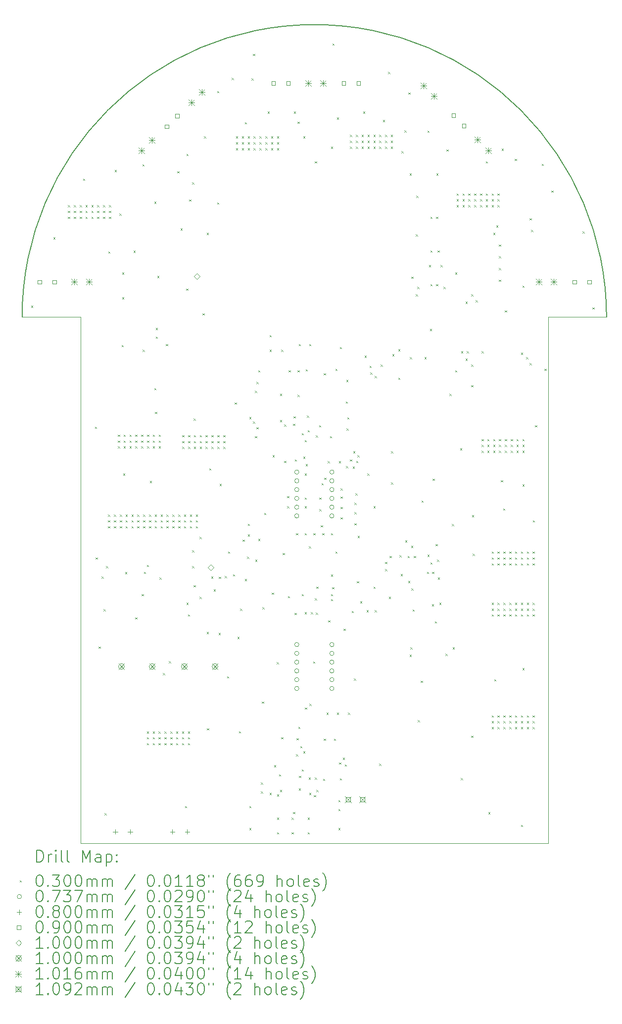
<source format=gbr>
%TF.GenerationSoftware,KiCad,Pcbnew,7.0.8-1.fc38*%
%TF.CreationDate,2023-12-05T14:34:52+01:00*%
%TF.ProjectId,frat,66726174-2e6b-4696-9361-645f70636258,rev?*%
%TF.SameCoordinates,Original*%
%TF.FileFunction,Drillmap*%
%TF.FilePolarity,Positive*%
%FSLAX45Y45*%
G04 Gerber Fmt 4.5, Leading zero omitted, Abs format (unit mm)*
G04 Created by KiCad (PCBNEW 7.0.8-1.fc38) date 2023-12-05 14:34:52*
%MOMM*%
%LPD*%
G01*
G04 APERTURE LIST*
%ADD10C,0.100000*%
%ADD11C,0.200000*%
%ADD12C,0.030000*%
%ADD13C,0.073660*%
%ADD14C,0.080000*%
%ADD15C,0.090000*%
%ADD16C,0.101600*%
%ADD17C,0.109220*%
G04 APERTURE END LIST*
D10*
X10000000Y-15000000D02*
X10000000Y-24000000D01*
X18000000Y-24000000D02*
X18000000Y-15000000D01*
D11*
X19000000Y-15000000D02*
G75*
G03*
X9000000Y-15000000I-5000000J0D01*
G01*
D10*
X10000000Y-15000000D02*
X9000000Y-15000000D01*
X10000000Y-24000000D02*
X18000000Y-24000000D01*
X18000000Y-15000000D02*
X19000000Y-15000000D01*
D11*
D12*
X9154400Y-14805900D02*
X9184400Y-14835900D01*
X9184400Y-14805900D02*
X9154400Y-14835900D01*
X9535400Y-13637500D02*
X9565400Y-13667500D01*
X9565400Y-13637500D02*
X9535400Y-13667500D01*
X9785000Y-13085000D02*
X9815000Y-13115000D01*
X9815000Y-13085000D02*
X9785000Y-13115000D01*
X9785000Y-13185000D02*
X9815000Y-13215000D01*
X9815000Y-13185000D02*
X9785000Y-13215000D01*
X9785000Y-13285000D02*
X9815000Y-13315000D01*
X9815000Y-13285000D02*
X9785000Y-13315000D01*
X9885000Y-13085000D02*
X9915000Y-13115000D01*
X9915000Y-13085000D02*
X9885000Y-13115000D01*
X9885000Y-13185000D02*
X9915000Y-13215000D01*
X9915000Y-13185000D02*
X9885000Y-13215000D01*
X9885000Y-13285000D02*
X9915000Y-13315000D01*
X9915000Y-13285000D02*
X9885000Y-13315000D01*
X9985000Y-13085000D02*
X10015000Y-13115000D01*
X10015000Y-13085000D02*
X9985000Y-13115000D01*
X9985000Y-13185000D02*
X10015000Y-13215000D01*
X10015000Y-13185000D02*
X9985000Y-13215000D01*
X9985000Y-13285000D02*
X10015000Y-13315000D01*
X10015000Y-13285000D02*
X9985000Y-13315000D01*
X10043400Y-12634200D02*
X10073400Y-12664200D01*
X10073400Y-12634200D02*
X10043400Y-12664200D01*
X10085000Y-13085000D02*
X10115000Y-13115000D01*
X10115000Y-13085000D02*
X10085000Y-13115000D01*
X10085000Y-13185000D02*
X10115000Y-13215000D01*
X10115000Y-13185000D02*
X10085000Y-13215000D01*
X10085000Y-13285000D02*
X10115000Y-13315000D01*
X10115000Y-13285000D02*
X10085000Y-13315000D01*
X10185000Y-13085000D02*
X10215000Y-13115000D01*
X10215000Y-13085000D02*
X10185000Y-13115000D01*
X10185000Y-13185000D02*
X10215000Y-13215000D01*
X10215000Y-13185000D02*
X10185000Y-13215000D01*
X10185000Y-13285000D02*
X10215000Y-13315000D01*
X10215000Y-13285000D02*
X10185000Y-13315000D01*
X10246600Y-16876000D02*
X10276600Y-16906000D01*
X10276600Y-16876000D02*
X10246600Y-16906000D01*
X10260000Y-19110000D02*
X10290000Y-19140000D01*
X10290000Y-19110000D02*
X10260000Y-19140000D01*
X10285000Y-13085000D02*
X10315000Y-13115000D01*
X10315000Y-13085000D02*
X10285000Y-13115000D01*
X10285000Y-13185000D02*
X10315000Y-13215000D01*
X10315000Y-13185000D02*
X10285000Y-13215000D01*
X10285000Y-13285000D02*
X10315000Y-13315000D01*
X10315000Y-13285000D02*
X10285000Y-13315000D01*
X10310000Y-20635000D02*
X10340000Y-20665000D01*
X10340000Y-20635000D02*
X10310000Y-20665000D01*
X10360000Y-19435000D02*
X10390000Y-19465000D01*
X10390000Y-19435000D02*
X10360000Y-19465000D01*
X10385000Y-13085000D02*
X10415000Y-13115000D01*
X10415000Y-13085000D02*
X10385000Y-13115000D01*
X10385000Y-13185000D02*
X10415000Y-13215000D01*
X10415000Y-13185000D02*
X10385000Y-13215000D01*
X10385000Y-13285000D02*
X10415000Y-13315000D01*
X10415000Y-13285000D02*
X10385000Y-13315000D01*
X10393000Y-19995890D02*
X10423000Y-20025890D01*
X10423000Y-19995890D02*
X10393000Y-20025890D01*
X10410000Y-23485000D02*
X10440000Y-23515000D01*
X10440000Y-23485000D02*
X10410000Y-23515000D01*
X10435000Y-19260000D02*
X10465000Y-19290000D01*
X10465000Y-19260000D02*
X10435000Y-19290000D01*
X10470600Y-18376200D02*
X10500600Y-18406200D01*
X10500600Y-18376200D02*
X10470600Y-18406200D01*
X10470600Y-18476200D02*
X10500600Y-18506200D01*
X10500600Y-18476200D02*
X10470600Y-18506200D01*
X10470600Y-18576200D02*
X10500600Y-18606200D01*
X10500600Y-18576200D02*
X10470600Y-18606200D01*
X10475200Y-13878800D02*
X10505200Y-13908800D01*
X10505200Y-13878800D02*
X10475200Y-13908800D01*
X10485000Y-13085000D02*
X10515000Y-13115000D01*
X10515000Y-13085000D02*
X10485000Y-13115000D01*
X10485000Y-13185000D02*
X10515000Y-13215000D01*
X10515000Y-13185000D02*
X10485000Y-13215000D01*
X10485000Y-13285000D02*
X10515000Y-13315000D01*
X10515000Y-13285000D02*
X10485000Y-13315000D01*
X10570600Y-18376200D02*
X10600600Y-18406200D01*
X10600600Y-18376200D02*
X10570600Y-18406200D01*
X10570600Y-18476200D02*
X10600600Y-18506200D01*
X10600600Y-18476200D02*
X10570600Y-18506200D01*
X10570600Y-18576200D02*
X10600600Y-18606200D01*
X10600600Y-18576200D02*
X10570600Y-18606200D01*
X10585000Y-12485000D02*
X10615000Y-12515000D01*
X10615000Y-12485000D02*
X10585000Y-12515000D01*
X10637200Y-17010000D02*
X10667200Y-17040000D01*
X10667200Y-17010000D02*
X10637200Y-17040000D01*
X10637200Y-17110000D02*
X10667200Y-17140000D01*
X10667200Y-17110000D02*
X10637200Y-17140000D01*
X10637200Y-17210000D02*
X10667200Y-17240000D01*
X10667200Y-17210000D02*
X10637200Y-17240000D01*
X10665700Y-13231100D02*
X10695700Y-13261100D01*
X10695700Y-13231100D02*
X10665700Y-13261100D01*
X10670600Y-18376200D02*
X10700600Y-18406200D01*
X10700600Y-18376200D02*
X10670600Y-18406200D01*
X10670600Y-18476200D02*
X10700600Y-18506200D01*
X10700600Y-18476200D02*
X10670600Y-18506200D01*
X10670600Y-18576200D02*
X10700600Y-18606200D01*
X10700600Y-18576200D02*
X10670600Y-18606200D01*
X10703800Y-15479000D02*
X10733800Y-15509000D01*
X10733800Y-15479000D02*
X10703800Y-15509000D01*
X10710000Y-14235000D02*
X10740000Y-14265000D01*
X10740000Y-14235000D02*
X10710000Y-14265000D01*
X10710000Y-14660000D02*
X10740000Y-14690000D01*
X10740000Y-14660000D02*
X10710000Y-14690000D01*
X10729200Y-17676100D02*
X10759200Y-17706100D01*
X10759200Y-17676100D02*
X10729200Y-17706100D01*
X10737200Y-17010000D02*
X10767200Y-17040000D01*
X10767200Y-17010000D02*
X10737200Y-17040000D01*
X10737200Y-17110000D02*
X10767200Y-17140000D01*
X10767200Y-17110000D02*
X10737200Y-17140000D01*
X10737200Y-17210000D02*
X10767200Y-17240000D01*
X10767200Y-17210000D02*
X10737200Y-17240000D01*
X10760000Y-19360000D02*
X10790000Y-19390000D01*
X10790000Y-19360000D02*
X10760000Y-19390000D01*
X10770600Y-18376200D02*
X10800600Y-18406200D01*
X10800600Y-18376200D02*
X10770600Y-18406200D01*
X10770600Y-18476200D02*
X10800600Y-18506200D01*
X10800600Y-18476200D02*
X10770600Y-18506200D01*
X10770600Y-18576200D02*
X10800600Y-18606200D01*
X10800600Y-18576200D02*
X10770600Y-18606200D01*
X10837200Y-17010000D02*
X10867200Y-17040000D01*
X10867200Y-17010000D02*
X10837200Y-17040000D01*
X10837200Y-17110000D02*
X10867200Y-17140000D01*
X10867200Y-17110000D02*
X10837200Y-17140000D01*
X10837200Y-17210000D02*
X10867200Y-17240000D01*
X10867200Y-17210000D02*
X10837200Y-17240000D01*
X10870600Y-18376200D02*
X10900600Y-18406200D01*
X10900600Y-18376200D02*
X10870600Y-18406200D01*
X10870600Y-18476200D02*
X10900600Y-18506200D01*
X10900600Y-18476200D02*
X10870600Y-18506200D01*
X10870600Y-18576200D02*
X10900600Y-18606200D01*
X10900600Y-18576200D02*
X10870600Y-18606200D01*
X10907000Y-13866100D02*
X10937000Y-13896100D01*
X10937000Y-13866100D02*
X10907000Y-13896100D01*
X10933000Y-20135890D02*
X10963000Y-20165890D01*
X10963000Y-20135890D02*
X10933000Y-20165890D01*
X10937200Y-17010000D02*
X10967200Y-17040000D01*
X10967200Y-17010000D02*
X10937200Y-17040000D01*
X10937200Y-17110000D02*
X10967200Y-17140000D01*
X10967200Y-17110000D02*
X10937200Y-17140000D01*
X10937200Y-17210000D02*
X10967200Y-17240000D01*
X10967200Y-17210000D02*
X10937200Y-17240000D01*
X10970600Y-18376200D02*
X11000600Y-18406200D01*
X11000600Y-18376200D02*
X10970600Y-18406200D01*
X10970600Y-18476200D02*
X11000600Y-18506200D01*
X11000600Y-18476200D02*
X10970600Y-18506200D01*
X10970600Y-18576200D02*
X11000600Y-18606200D01*
X11000600Y-18576200D02*
X10970600Y-18606200D01*
X11037200Y-17010000D02*
X11067200Y-17040000D01*
X11067200Y-17010000D02*
X11037200Y-17040000D01*
X11037200Y-17110000D02*
X11067200Y-17140000D01*
X11067200Y-17110000D02*
X11037200Y-17140000D01*
X11037200Y-17210000D02*
X11067200Y-17240000D01*
X11067200Y-17210000D02*
X11037200Y-17240000D01*
X11045000Y-19735000D02*
X11075000Y-19765000D01*
X11075000Y-19735000D02*
X11045000Y-19765000D01*
X11059605Y-12385395D02*
X11089605Y-12415395D01*
X11089605Y-12385395D02*
X11059605Y-12415395D01*
X11060000Y-15560000D02*
X11090000Y-15590000D01*
X11090000Y-15560000D02*
X11060000Y-15590000D01*
X11070600Y-18376200D02*
X11100600Y-18406200D01*
X11100600Y-18376200D02*
X11070600Y-18406200D01*
X11070600Y-18476200D02*
X11100600Y-18506200D01*
X11100600Y-18476200D02*
X11070600Y-18506200D01*
X11070600Y-18576200D02*
X11100600Y-18606200D01*
X11100600Y-18576200D02*
X11070600Y-18606200D01*
X11085000Y-19355000D02*
X11115000Y-19385000D01*
X11115000Y-19355000D02*
X11085000Y-19385000D01*
X11135000Y-19235000D02*
X11165000Y-19265000D01*
X11165000Y-19235000D02*
X11135000Y-19265000D01*
X11135000Y-22085000D02*
X11165000Y-22115000D01*
X11165000Y-22085000D02*
X11135000Y-22115000D01*
X11135000Y-22185000D02*
X11165000Y-22215000D01*
X11165000Y-22185000D02*
X11135000Y-22215000D01*
X11135000Y-22285000D02*
X11165000Y-22315000D01*
X11165000Y-22285000D02*
X11135000Y-22315000D01*
X11137200Y-17010000D02*
X11167200Y-17040000D01*
X11167200Y-17010000D02*
X11137200Y-17040000D01*
X11137200Y-17110000D02*
X11167200Y-17140000D01*
X11167200Y-17110000D02*
X11137200Y-17140000D01*
X11137200Y-17210000D02*
X11167200Y-17240000D01*
X11167200Y-17210000D02*
X11137200Y-17240000D01*
X11170600Y-18376200D02*
X11200600Y-18406200D01*
X11200600Y-18376200D02*
X11170600Y-18406200D01*
X11170600Y-18476200D02*
X11200600Y-18506200D01*
X11200600Y-18476200D02*
X11170600Y-18506200D01*
X11170600Y-18576200D02*
X11200600Y-18606200D01*
X11200600Y-18576200D02*
X11170600Y-18606200D01*
X11186400Y-17803100D02*
X11216400Y-17833100D01*
X11216400Y-17803100D02*
X11186400Y-17833100D01*
X11235000Y-22085000D02*
X11265000Y-22115000D01*
X11265000Y-22085000D02*
X11235000Y-22115000D01*
X11235000Y-22185000D02*
X11265000Y-22215000D01*
X11265000Y-22185000D02*
X11235000Y-22215000D01*
X11235000Y-22285000D02*
X11265000Y-22315000D01*
X11265000Y-22285000D02*
X11235000Y-22315000D01*
X11237200Y-17010000D02*
X11267200Y-17040000D01*
X11267200Y-17010000D02*
X11237200Y-17040000D01*
X11237200Y-17110000D02*
X11267200Y-17140000D01*
X11267200Y-17110000D02*
X11237200Y-17140000D01*
X11237200Y-17210000D02*
X11267200Y-17240000D01*
X11267200Y-17210000D02*
X11237200Y-17240000D01*
X11262600Y-13027900D02*
X11292600Y-13057900D01*
X11292600Y-13027900D02*
X11262600Y-13057900D01*
X11262600Y-16215600D02*
X11292600Y-16245600D01*
X11292600Y-16215600D02*
X11262600Y-16245600D01*
X11270600Y-18376200D02*
X11300600Y-18406200D01*
X11300600Y-18376200D02*
X11270600Y-18406200D01*
X11270600Y-18476200D02*
X11300600Y-18506200D01*
X11300600Y-18476200D02*
X11270600Y-18506200D01*
X11270600Y-18576200D02*
X11300600Y-18606200D01*
X11300600Y-18576200D02*
X11270600Y-18606200D01*
X11275300Y-16622000D02*
X11305300Y-16652000D01*
X11305300Y-16622000D02*
X11275300Y-16652000D01*
X11285000Y-15185000D02*
X11315000Y-15215000D01*
X11315000Y-15185000D02*
X11285000Y-15215000D01*
X11285000Y-15335000D02*
X11315000Y-15365000D01*
X11315000Y-15335000D02*
X11285000Y-15365000D01*
X11313400Y-14297900D02*
X11343400Y-14327900D01*
X11343400Y-14297900D02*
X11313400Y-14327900D01*
X11335000Y-22085000D02*
X11365000Y-22115000D01*
X11365000Y-22085000D02*
X11335000Y-22115000D01*
X11335000Y-22185000D02*
X11365000Y-22215000D01*
X11365000Y-22185000D02*
X11335000Y-22215000D01*
X11335000Y-22285000D02*
X11365000Y-22315000D01*
X11365000Y-22285000D02*
X11335000Y-22315000D01*
X11337200Y-17010000D02*
X11367200Y-17040000D01*
X11367200Y-17010000D02*
X11337200Y-17040000D01*
X11337200Y-17110000D02*
X11367200Y-17140000D01*
X11367200Y-17110000D02*
X11337200Y-17140000D01*
X11337200Y-17210000D02*
X11367200Y-17240000D01*
X11367200Y-17210000D02*
X11337200Y-17240000D01*
X11351500Y-19454100D02*
X11381500Y-19484100D01*
X11381500Y-19454100D02*
X11351500Y-19484100D01*
X11370600Y-18376200D02*
X11400600Y-18406200D01*
X11400600Y-18376200D02*
X11370600Y-18406200D01*
X11370600Y-18476200D02*
X11400600Y-18506200D01*
X11400600Y-18476200D02*
X11370600Y-18506200D01*
X11370600Y-18576200D02*
X11400600Y-18606200D01*
X11400600Y-18576200D02*
X11370600Y-18606200D01*
X11410000Y-21085000D02*
X11440000Y-21115000D01*
X11440000Y-21085000D02*
X11410000Y-21115000D01*
X11435000Y-22085000D02*
X11465000Y-22115000D01*
X11465000Y-22085000D02*
X11435000Y-22115000D01*
X11435000Y-22185000D02*
X11465000Y-22215000D01*
X11465000Y-22185000D02*
X11435000Y-22215000D01*
X11435000Y-22285000D02*
X11465000Y-22315000D01*
X11465000Y-22285000D02*
X11435000Y-22315000D01*
X11460000Y-15460000D02*
X11490000Y-15490000D01*
X11490000Y-15460000D02*
X11460000Y-15490000D01*
X11470600Y-18376200D02*
X11500600Y-18406200D01*
X11500600Y-18376200D02*
X11470600Y-18406200D01*
X11470600Y-18476200D02*
X11500600Y-18506200D01*
X11500600Y-18476200D02*
X11470600Y-18506200D01*
X11470600Y-18576200D02*
X11500600Y-18606200D01*
X11500600Y-18576200D02*
X11470600Y-18606200D01*
X11510000Y-20885000D02*
X11540000Y-20915000D01*
X11540000Y-20885000D02*
X11510000Y-20915000D01*
X11535000Y-22085000D02*
X11565000Y-22115000D01*
X11565000Y-22085000D02*
X11535000Y-22115000D01*
X11535000Y-22185000D02*
X11565000Y-22215000D01*
X11565000Y-22185000D02*
X11535000Y-22215000D01*
X11535000Y-22285000D02*
X11565000Y-22315000D01*
X11565000Y-22285000D02*
X11535000Y-22315000D01*
X11570600Y-18376200D02*
X11600600Y-18406200D01*
X11600600Y-18376200D02*
X11570600Y-18406200D01*
X11570600Y-18476200D02*
X11600600Y-18506200D01*
X11600600Y-18476200D02*
X11570600Y-18506200D01*
X11570600Y-18576200D02*
X11600600Y-18606200D01*
X11600600Y-18576200D02*
X11570600Y-18606200D01*
X11635000Y-22085000D02*
X11665000Y-22115000D01*
X11665000Y-22085000D02*
X11635000Y-22115000D01*
X11635000Y-22185000D02*
X11665000Y-22215000D01*
X11665000Y-22185000D02*
X11635000Y-22215000D01*
X11635000Y-22285000D02*
X11665000Y-22315000D01*
X11665000Y-22285000D02*
X11635000Y-22315000D01*
X11656300Y-12507200D02*
X11686300Y-12537200D01*
X11686300Y-12507200D02*
X11656300Y-12537200D01*
X11670600Y-18376200D02*
X11700600Y-18406200D01*
X11700600Y-18376200D02*
X11670600Y-18406200D01*
X11670600Y-18476200D02*
X11700600Y-18506200D01*
X11700600Y-18476200D02*
X11670600Y-18506200D01*
X11670600Y-18576200D02*
X11700600Y-18606200D01*
X11700600Y-18576200D02*
X11670600Y-18606200D01*
X11710000Y-13485000D02*
X11740000Y-13515000D01*
X11740000Y-13485000D02*
X11710000Y-13515000D01*
X11735000Y-22085000D02*
X11765000Y-22115000D01*
X11765000Y-22085000D02*
X11735000Y-22115000D01*
X11735000Y-22185000D02*
X11765000Y-22215000D01*
X11765000Y-22185000D02*
X11735000Y-22215000D01*
X11735000Y-22285000D02*
X11765000Y-22315000D01*
X11765000Y-22285000D02*
X11735000Y-22315000D01*
X11738900Y-17018900D02*
X11768900Y-17048900D01*
X11768900Y-17018900D02*
X11738900Y-17048900D01*
X11738900Y-17118900D02*
X11768900Y-17148900D01*
X11768900Y-17118900D02*
X11738900Y-17148900D01*
X11738900Y-17218900D02*
X11768900Y-17248900D01*
X11768900Y-17218900D02*
X11738900Y-17248900D01*
X11770600Y-18376200D02*
X11800600Y-18406200D01*
X11800600Y-18376200D02*
X11770600Y-18406200D01*
X11770600Y-18476200D02*
X11800600Y-18506200D01*
X11800600Y-18476200D02*
X11770600Y-18506200D01*
X11770600Y-18576200D02*
X11800600Y-18606200D01*
X11800600Y-18576200D02*
X11770600Y-18606200D01*
X11785000Y-23360000D02*
X11815000Y-23390000D01*
X11815000Y-23360000D02*
X11785000Y-23390000D01*
X11808700Y-14513800D02*
X11838700Y-14543800D01*
X11838700Y-14513800D02*
X11808700Y-14543800D01*
X11810000Y-12210000D02*
X11840000Y-12240000D01*
X11840000Y-12210000D02*
X11810000Y-12240000D01*
X11810000Y-19885000D02*
X11840000Y-19915000D01*
X11840000Y-19885000D02*
X11810000Y-19915000D01*
X11835000Y-20085000D02*
X11865000Y-20115000D01*
X11865000Y-20085000D02*
X11835000Y-20115000D01*
X11835000Y-22085000D02*
X11865000Y-22115000D01*
X11865000Y-22085000D02*
X11835000Y-22115000D01*
X11835000Y-22185000D02*
X11865000Y-22215000D01*
X11865000Y-22185000D02*
X11835000Y-22215000D01*
X11835000Y-22285000D02*
X11865000Y-22315000D01*
X11865000Y-22285000D02*
X11835000Y-22315000D01*
X11838900Y-17018900D02*
X11868900Y-17048900D01*
X11868900Y-17018900D02*
X11838900Y-17048900D01*
X11838900Y-17118900D02*
X11868900Y-17148900D01*
X11868900Y-17118900D02*
X11838900Y-17148900D01*
X11838900Y-17218900D02*
X11868900Y-17248900D01*
X11868900Y-17218900D02*
X11838900Y-17248900D01*
X11859500Y-12989800D02*
X11889500Y-13019800D01*
X11889500Y-12989800D02*
X11859500Y-13019800D01*
X11870600Y-18376200D02*
X11900600Y-18406200D01*
X11900600Y-18376200D02*
X11870600Y-18406200D01*
X11870600Y-18476200D02*
X11900600Y-18506200D01*
X11900600Y-18476200D02*
X11870600Y-18506200D01*
X11870600Y-18576200D02*
X11900600Y-18606200D01*
X11900600Y-18576200D02*
X11870600Y-18606200D01*
X11910000Y-18985000D02*
X11940000Y-19015000D01*
X11940000Y-18985000D02*
X11910000Y-19015000D01*
X11910000Y-19260000D02*
X11940000Y-19290000D01*
X11940000Y-19260000D02*
X11910000Y-19290000D01*
X11910300Y-12697700D02*
X11940300Y-12727700D01*
X11940300Y-12697700D02*
X11910300Y-12727700D01*
X11935000Y-19585000D02*
X11965000Y-19615000D01*
X11965000Y-19585000D02*
X11935000Y-19615000D01*
X11935700Y-16736300D02*
X11965700Y-16766300D01*
X11965700Y-16736300D02*
X11935700Y-16766300D01*
X11938900Y-17018900D02*
X11968900Y-17048900D01*
X11968900Y-17018900D02*
X11938900Y-17048900D01*
X11938900Y-17118900D02*
X11968900Y-17148900D01*
X11968900Y-17118900D02*
X11938900Y-17148900D01*
X11938900Y-17218900D02*
X11968900Y-17248900D01*
X11968900Y-17218900D02*
X11938900Y-17248900D01*
X11970600Y-18376200D02*
X12000600Y-18406200D01*
X12000600Y-18376200D02*
X11970600Y-18406200D01*
X11970600Y-18476200D02*
X12000600Y-18506200D01*
X12000600Y-18476200D02*
X11970600Y-18506200D01*
X11970600Y-18576200D02*
X12000600Y-18606200D01*
X12000600Y-18576200D02*
X11970600Y-18606200D01*
X12035000Y-18760000D02*
X12065000Y-18790000D01*
X12065000Y-18760000D02*
X12035000Y-18790000D01*
X12035000Y-19785000D02*
X12065000Y-19815000D01*
X12065000Y-19785000D02*
X12035000Y-19815000D01*
X12038900Y-17018900D02*
X12068900Y-17048900D01*
X12068900Y-17018900D02*
X12038900Y-17048900D01*
X12038900Y-17118900D02*
X12068900Y-17148900D01*
X12068900Y-17118900D02*
X12038900Y-17148900D01*
X12038900Y-17218900D02*
X12068900Y-17248900D01*
X12068900Y-17218900D02*
X12038900Y-17248900D01*
X12085000Y-14935000D02*
X12115000Y-14965000D01*
X12115000Y-14935000D02*
X12085000Y-14965000D01*
X12110000Y-11910000D02*
X12140000Y-11940000D01*
X12140000Y-11910000D02*
X12110000Y-11940000D01*
X12138900Y-17018900D02*
X12168900Y-17048900D01*
X12168900Y-17018900D02*
X12138900Y-17048900D01*
X12138900Y-17118900D02*
X12168900Y-17148900D01*
X12168900Y-17118900D02*
X12138900Y-17148900D01*
X12138900Y-17218900D02*
X12168900Y-17248900D01*
X12168900Y-17218900D02*
X12138900Y-17248900D01*
X12160000Y-13560000D02*
X12190000Y-13590000D01*
X12190000Y-13560000D02*
X12160000Y-13590000D01*
X12160000Y-20385000D02*
X12190000Y-20415000D01*
X12190000Y-20385000D02*
X12160000Y-20415000D01*
X12164300Y-22032200D02*
X12194300Y-22062200D01*
X12194300Y-22032200D02*
X12164300Y-22062200D01*
X12202400Y-17587200D02*
X12232400Y-17617200D01*
X12232400Y-17587200D02*
X12202400Y-17617200D01*
X12235000Y-19435000D02*
X12265000Y-19465000D01*
X12265000Y-19435000D02*
X12235000Y-19465000D01*
X12238900Y-17018900D02*
X12268900Y-17048900D01*
X12268900Y-17018900D02*
X12238900Y-17048900D01*
X12238900Y-17118900D02*
X12268900Y-17148900D01*
X12268900Y-17118900D02*
X12238900Y-17148900D01*
X12238900Y-17218900D02*
X12268900Y-17248900D01*
X12268900Y-17218900D02*
X12238900Y-17248900D01*
X12278600Y-19657300D02*
X12308600Y-19687300D01*
X12308600Y-19657300D02*
X12278600Y-19687300D01*
X12335000Y-11135000D02*
X12365000Y-11165000D01*
X12365000Y-11135000D02*
X12335000Y-11165000D01*
X12335000Y-13040600D02*
X12365000Y-13070600D01*
X12365000Y-13040600D02*
X12335000Y-13070600D01*
X12338900Y-17018900D02*
X12368900Y-17048900D01*
X12368900Y-17018900D02*
X12338900Y-17048900D01*
X12338900Y-17118900D02*
X12368900Y-17148900D01*
X12368900Y-17118900D02*
X12338900Y-17148900D01*
X12338900Y-17218900D02*
X12368900Y-17248900D01*
X12368900Y-17218900D02*
X12338900Y-17248900D01*
X12360000Y-20400900D02*
X12390000Y-20430900D01*
X12390000Y-20400900D02*
X12360000Y-20430900D01*
X12367500Y-19441400D02*
X12397500Y-19471400D01*
X12397500Y-19441400D02*
X12367500Y-19471400D01*
X12380200Y-17853900D02*
X12410200Y-17883900D01*
X12410200Y-17853900D02*
X12380200Y-17883900D01*
X12443700Y-17018900D02*
X12473700Y-17048900D01*
X12473700Y-17018900D02*
X12443700Y-17048900D01*
X12443700Y-17118900D02*
X12473700Y-17148900D01*
X12473700Y-17118900D02*
X12443700Y-17148900D01*
X12443700Y-17218900D02*
X12473700Y-17248900D01*
X12473700Y-17218900D02*
X12443700Y-17248900D01*
X12469100Y-19428700D02*
X12499100Y-19458700D01*
X12499100Y-19428700D02*
X12469100Y-19458700D01*
X12507200Y-21143200D02*
X12537200Y-21173200D01*
X12537200Y-21143200D02*
X12507200Y-21173200D01*
X12522450Y-19010000D02*
X12552450Y-19040000D01*
X12552450Y-19010000D02*
X12522450Y-19040000D01*
X12585000Y-10910000D02*
X12615000Y-10940000D01*
X12615000Y-10910000D02*
X12585000Y-10940000D01*
X12608800Y-19397550D02*
X12638800Y-19427550D01*
X12638800Y-19397550D02*
X12608800Y-19427550D01*
X12635000Y-16460000D02*
X12665000Y-16490000D01*
X12665000Y-16460000D02*
X12635000Y-16490000D01*
X12660000Y-11910000D02*
X12690000Y-11940000D01*
X12690000Y-11910000D02*
X12660000Y-11940000D01*
X12660000Y-12010000D02*
X12690000Y-12040000D01*
X12690000Y-12010000D02*
X12660000Y-12040000D01*
X12660000Y-12110000D02*
X12690000Y-12140000D01*
X12690000Y-12110000D02*
X12660000Y-12140000D01*
X12685000Y-20470100D02*
X12715000Y-20500100D01*
X12715000Y-20470100D02*
X12685000Y-20500100D01*
X12710400Y-22083000D02*
X12740400Y-22113000D01*
X12740400Y-22083000D02*
X12710400Y-22113000D01*
X12732450Y-19987500D02*
X12762450Y-20017500D01*
X12762450Y-19987500D02*
X12732450Y-20017500D01*
X12760000Y-11910000D02*
X12790000Y-11940000D01*
X12790000Y-11910000D02*
X12760000Y-11940000D01*
X12760000Y-12010000D02*
X12790000Y-12040000D01*
X12790000Y-12010000D02*
X12760000Y-12040000D01*
X12760000Y-12110000D02*
X12790000Y-12140000D01*
X12790000Y-12110000D02*
X12760000Y-12140000D01*
X12773900Y-18806400D02*
X12803900Y-18836400D01*
X12803900Y-18806400D02*
X12773900Y-18836400D01*
X12812000Y-11669000D02*
X12842000Y-11699000D01*
X12842000Y-11669000D02*
X12812000Y-11699000D01*
X12812000Y-19479500D02*
X12842000Y-19509500D01*
X12842000Y-19479500D02*
X12812000Y-19509500D01*
X12850100Y-19098500D02*
X12880100Y-19128500D01*
X12880100Y-19098500D02*
X12850100Y-19128500D01*
X12860000Y-11910000D02*
X12890000Y-11940000D01*
X12890000Y-11910000D02*
X12860000Y-11940000D01*
X12860000Y-12010000D02*
X12890000Y-12040000D01*
X12890000Y-12010000D02*
X12860000Y-12040000D01*
X12860000Y-12110000D02*
X12890000Y-12140000D01*
X12890000Y-12110000D02*
X12860000Y-12140000D01*
X12860000Y-18535000D02*
X12890000Y-18565000D01*
X12890000Y-18535000D02*
X12860000Y-18565000D01*
X12862500Y-18717500D02*
X12892500Y-18747500D01*
X12892500Y-18717500D02*
X12862500Y-18747500D01*
X12885000Y-16710000D02*
X12915000Y-16740000D01*
X12915000Y-16710000D02*
X12885000Y-16740000D01*
X12885000Y-23360000D02*
X12915000Y-23390000D01*
X12915000Y-23360000D02*
X12885000Y-23390000D01*
X12885000Y-23735000D02*
X12915000Y-23765000D01*
X12915000Y-23735000D02*
X12885000Y-23765000D01*
X12926300Y-10919700D02*
X12956300Y-10949700D01*
X12956300Y-10919700D02*
X12926300Y-10949700D01*
X12951700Y-10500600D02*
X12981700Y-10530600D01*
X12981700Y-10500600D02*
X12951700Y-10530600D01*
X12951700Y-16787100D02*
X12981700Y-16817100D01*
X12981700Y-16787100D02*
X12951700Y-16817100D01*
X12960000Y-11910000D02*
X12990000Y-11940000D01*
X12990000Y-11910000D02*
X12960000Y-11940000D01*
X12960000Y-12010000D02*
X12990000Y-12040000D01*
X12990000Y-12010000D02*
X12960000Y-12040000D01*
X12960000Y-12110000D02*
X12990000Y-12140000D01*
X12990000Y-12110000D02*
X12960000Y-12140000D01*
X12985000Y-16260000D02*
X13015000Y-16290000D01*
X13015000Y-16260000D02*
X12985000Y-16290000D01*
X12985000Y-17035000D02*
X13015000Y-17065000D01*
X13015000Y-17035000D02*
X12985000Y-17065000D01*
X12989800Y-19149300D02*
X13019800Y-19179300D01*
X13019800Y-19149300D02*
X12989800Y-19179300D01*
X13010000Y-16110000D02*
X13040000Y-16140000D01*
X13040000Y-16110000D02*
X13010000Y-16140000D01*
X13010000Y-16885000D02*
X13040000Y-16915000D01*
X13040000Y-16885000D02*
X13010000Y-16915000D01*
X13040600Y-15910800D02*
X13070600Y-15940800D01*
X13070600Y-15910800D02*
X13040600Y-15940800D01*
X13040600Y-18793700D02*
X13070600Y-18823700D01*
X13070600Y-18793700D02*
X13040600Y-18823700D01*
X13060000Y-11910000D02*
X13090000Y-11940000D01*
X13090000Y-11910000D02*
X13060000Y-11940000D01*
X13060000Y-12010000D02*
X13090000Y-12040000D01*
X13090000Y-12010000D02*
X13060000Y-12040000D01*
X13060000Y-12110000D02*
X13090000Y-12140000D01*
X13090000Y-12110000D02*
X13060000Y-12140000D01*
X13085000Y-22960000D02*
X13115000Y-22990000D01*
X13115000Y-22960000D02*
X13085000Y-22990000D01*
X13085000Y-23110000D02*
X13115000Y-23140000D01*
X13115000Y-23110000D02*
X13085000Y-23140000D01*
X13104100Y-21575000D02*
X13134100Y-21605000D01*
X13134100Y-21575000D02*
X13104100Y-21605000D01*
X13110000Y-19960000D02*
X13140000Y-19990000D01*
X13140000Y-19960000D02*
X13110000Y-19990000D01*
X13142200Y-18349200D02*
X13172200Y-18379200D01*
X13172200Y-18349200D02*
X13142200Y-18379200D01*
X13160000Y-11910000D02*
X13190000Y-11940000D01*
X13190000Y-11910000D02*
X13160000Y-11940000D01*
X13160000Y-12010000D02*
X13190000Y-12040000D01*
X13190000Y-12010000D02*
X13160000Y-12040000D01*
X13160000Y-12110000D02*
X13190000Y-12140000D01*
X13190000Y-12110000D02*
X13160000Y-12140000D01*
X13198750Y-11485000D02*
X13228750Y-11515000D01*
X13228750Y-11485000D02*
X13198750Y-11515000D01*
X13235000Y-15310000D02*
X13265000Y-15340000D01*
X13265000Y-15310000D02*
X13235000Y-15340000D01*
X13235000Y-15560000D02*
X13265000Y-15590000D01*
X13265000Y-15560000D02*
X13235000Y-15590000D01*
X13235000Y-23135000D02*
X13265000Y-23165000D01*
X13265000Y-23135000D02*
X13235000Y-23165000D01*
X13260000Y-11910000D02*
X13290000Y-11940000D01*
X13290000Y-11910000D02*
X13260000Y-11940000D01*
X13260000Y-12010000D02*
X13290000Y-12040000D01*
X13290000Y-12010000D02*
X13260000Y-12040000D01*
X13260000Y-12110000D02*
X13290000Y-12140000D01*
X13290000Y-12110000D02*
X13260000Y-12140000D01*
X13271550Y-19710450D02*
X13301550Y-19740450D01*
X13301550Y-19710450D02*
X13271550Y-19740450D01*
X13285000Y-17360000D02*
X13315000Y-17390000D01*
X13315000Y-17360000D02*
X13285000Y-17390000D01*
X13310000Y-22660000D02*
X13340000Y-22690000D01*
X13340000Y-22660000D02*
X13310000Y-22690000D01*
X13358100Y-20901900D02*
X13388100Y-20931900D01*
X13388100Y-20901900D02*
X13358100Y-20931900D01*
X13360000Y-11910000D02*
X13390000Y-11940000D01*
X13390000Y-11910000D02*
X13360000Y-11940000D01*
X13360000Y-12010000D02*
X13390000Y-12040000D01*
X13390000Y-12010000D02*
X13360000Y-12040000D01*
X13360000Y-12110000D02*
X13390000Y-12140000D01*
X13390000Y-12110000D02*
X13360000Y-12140000D01*
X13360000Y-23160000D02*
X13390000Y-23190000D01*
X13390000Y-23160000D02*
X13360000Y-23190000D01*
X13360000Y-23560000D02*
X13390000Y-23590000D01*
X13390000Y-23560000D02*
X13360000Y-23590000D01*
X13360000Y-23810000D02*
X13390000Y-23840000D01*
X13390000Y-23810000D02*
X13360000Y-23840000D01*
X13396200Y-22819600D02*
X13426200Y-22849600D01*
X13426200Y-22819600D02*
X13396200Y-22849600D01*
X13410000Y-16310000D02*
X13440000Y-16340000D01*
X13440000Y-16310000D02*
X13410000Y-16340000D01*
X13410000Y-16760000D02*
X13440000Y-16790000D01*
X13440000Y-16760000D02*
X13410000Y-16790000D01*
X13410000Y-23085000D02*
X13440000Y-23115000D01*
X13440000Y-23085000D02*
X13410000Y-23115000D01*
X13435000Y-15560000D02*
X13465000Y-15590000D01*
X13465000Y-15560000D02*
X13435000Y-15590000D01*
X13435000Y-22185000D02*
X13465000Y-22215000D01*
X13465000Y-22185000D02*
X13435000Y-22215000D01*
X13459700Y-19035000D02*
X13489700Y-19065000D01*
X13489700Y-19035000D02*
X13459700Y-19065000D01*
X13485000Y-16835000D02*
X13515000Y-16865000D01*
X13515000Y-16835000D02*
X13485000Y-16865000D01*
X13485000Y-17460000D02*
X13515000Y-17490000D01*
X13515000Y-17460000D02*
X13485000Y-17490000D01*
X13535000Y-18060000D02*
X13565000Y-18090000D01*
X13565000Y-18060000D02*
X13535000Y-18090000D01*
X13535000Y-18235000D02*
X13565000Y-18265000D01*
X13565000Y-18235000D02*
X13535000Y-18265000D01*
X13548600Y-19771600D02*
X13578600Y-19801600D01*
X13578600Y-19771600D02*
X13548600Y-19801600D01*
X13560000Y-15910000D02*
X13590000Y-15940000D01*
X13590000Y-15910000D02*
X13560000Y-15940000D01*
X13610000Y-23560000D02*
X13640000Y-23590000D01*
X13640000Y-23560000D02*
X13610000Y-23590000D01*
X13610000Y-23810000D02*
X13640000Y-23840000D01*
X13640000Y-23810000D02*
X13610000Y-23840000D01*
X13635000Y-16825000D02*
X13665000Y-16855000D01*
X13665000Y-16825000D02*
X13635000Y-16855000D01*
X13635000Y-23460000D02*
X13665000Y-23490000D01*
X13665000Y-23460000D02*
X13635000Y-23490000D01*
X13645000Y-16695000D02*
X13675000Y-16725000D01*
X13675000Y-16695000D02*
X13645000Y-16725000D01*
X13648750Y-11485000D02*
X13678750Y-11515000D01*
X13678750Y-11485000D02*
X13648750Y-11515000D01*
X13660000Y-20060000D02*
X13690000Y-20090000D01*
X13690000Y-20060000D02*
X13660000Y-20090000D01*
X13664159Y-17432550D02*
X13694159Y-17462550D01*
X13694159Y-17432550D02*
X13664159Y-17462550D01*
X13685000Y-18695000D02*
X13715000Y-18725000D01*
X13715000Y-18695000D02*
X13685000Y-18725000D01*
X13685000Y-22475974D02*
X13715000Y-22505974D01*
X13715000Y-22475974D02*
X13685000Y-22505974D01*
X13693291Y-22201709D02*
X13723291Y-22231709D01*
X13723291Y-22201709D02*
X13693291Y-22231709D01*
X13710000Y-11660000D02*
X13740000Y-11690000D01*
X13740000Y-11660000D02*
X13710000Y-11690000D01*
X13710000Y-15910000D02*
X13740000Y-15940000D01*
X13740000Y-15910000D02*
X13710000Y-15940000D01*
X13713700Y-16329900D02*
X13743700Y-16359900D01*
X13743700Y-16329900D02*
X13713700Y-16359900D01*
X13726400Y-22006800D02*
X13756400Y-22036800D01*
X13756400Y-22006800D02*
X13726400Y-22036800D01*
X13735000Y-15460000D02*
X13765000Y-15490000D01*
X13765000Y-15460000D02*
X13735000Y-15490000D01*
X13735000Y-23060000D02*
X13765000Y-23090000D01*
X13765000Y-23060000D02*
X13735000Y-23090000D01*
X13739100Y-22845000D02*
X13769100Y-22875000D01*
X13769100Y-22845000D02*
X13739100Y-22875000D01*
X13760000Y-22335000D02*
X13790000Y-22365000D01*
X13790000Y-22335000D02*
X13760000Y-22365000D01*
X13785000Y-16985000D02*
X13815000Y-17015000D01*
X13815000Y-16985000D02*
X13785000Y-17015000D01*
X13785000Y-19735000D02*
X13815000Y-19765000D01*
X13815000Y-19735000D02*
X13785000Y-19765000D01*
X13785000Y-22735000D02*
X13815000Y-22765000D01*
X13815000Y-22735000D02*
X13785000Y-22765000D01*
X13810000Y-11910000D02*
X13840000Y-11940000D01*
X13840000Y-11910000D02*
X13810000Y-11940000D01*
X13810000Y-17385000D02*
X13840000Y-17415000D01*
X13840000Y-17385000D02*
X13810000Y-17415000D01*
X13810423Y-22422650D02*
X13840423Y-22452650D01*
X13840423Y-22422650D02*
X13810423Y-22452650D01*
X13835000Y-17675000D02*
X13865000Y-17705000D01*
X13865000Y-17675000D02*
X13835000Y-17705000D01*
X13835000Y-18085000D02*
X13865000Y-18115000D01*
X13865000Y-18085000D02*
X13835000Y-18115000D01*
X13835000Y-18235000D02*
X13865000Y-18265000D01*
X13865000Y-18235000D02*
X13835000Y-18265000D01*
X13835000Y-18695000D02*
X13865000Y-18725000D01*
X13865000Y-18695000D02*
X13835000Y-18725000D01*
X13835000Y-20045000D02*
X13865000Y-20075000D01*
X13865000Y-20045000D02*
X13835000Y-20075000D01*
X13835947Y-17105050D02*
X13865947Y-17135050D01*
X13865947Y-17105050D02*
X13835947Y-17135050D01*
X13840700Y-21676600D02*
X13870700Y-21706600D01*
X13870700Y-21676600D02*
X13840700Y-21706600D01*
X13851203Y-17514497D02*
X13881203Y-17544497D01*
X13881203Y-17514497D02*
X13851203Y-17544497D01*
X13853400Y-15892911D02*
X13883400Y-15922911D01*
X13883400Y-15892911D02*
X13853400Y-15922911D01*
X13874148Y-16682471D02*
X13904148Y-16712471D01*
X13904148Y-16682471D02*
X13874148Y-16712471D01*
X13885000Y-16935000D02*
X13915000Y-16965000D01*
X13915000Y-16935000D02*
X13885000Y-16965000D01*
X13885000Y-23560000D02*
X13915000Y-23590000D01*
X13915000Y-23560000D02*
X13885000Y-23590000D01*
X13885000Y-23810000D02*
X13915000Y-23840000D01*
X13915000Y-23810000D02*
X13885000Y-23840000D01*
X13904200Y-22872550D02*
X13934200Y-22902550D01*
X13934200Y-22872550D02*
X13904200Y-22902550D01*
X13906000Y-18921000D02*
X13936000Y-18951000D01*
X13936000Y-18921000D02*
X13906000Y-18951000D01*
X13910000Y-15460000D02*
X13940000Y-15490000D01*
X13940000Y-15460000D02*
X13910000Y-15490000D01*
X13910000Y-23135000D02*
X13940000Y-23165000D01*
X13940000Y-23135000D02*
X13910000Y-23165000D01*
X13916900Y-21613100D02*
X13946900Y-21643100D01*
X13946900Y-21613100D02*
X13916900Y-21643100D01*
X13940547Y-20044541D02*
X13970547Y-20074541D01*
X13970547Y-20044541D02*
X13940547Y-20074541D01*
X13980400Y-20889200D02*
X14010400Y-20919200D01*
X14010400Y-20889200D02*
X13980400Y-20919200D01*
X13985000Y-18695000D02*
X14015000Y-18725000D01*
X14015000Y-18695000D02*
X13985000Y-18725000D01*
X13993100Y-23175200D02*
X14023100Y-23205200D01*
X14023100Y-23175200D02*
X13993100Y-23205200D01*
X14007596Y-22872550D02*
X14037596Y-22902550D01*
X14037596Y-22872550D02*
X14007596Y-22902550D01*
X14010000Y-12335000D02*
X14040000Y-12365000D01*
X14040000Y-12335000D02*
X14010000Y-12365000D01*
X14010000Y-19810000D02*
X14040000Y-19840000D01*
X14040000Y-19810000D02*
X14010000Y-19840000D01*
X14025000Y-17025000D02*
X14055000Y-17055000D01*
X14055000Y-17025000D02*
X14025000Y-17055000D01*
X14025050Y-20053249D02*
X14055050Y-20083249D01*
X14055050Y-20053249D02*
X14025050Y-20083249D01*
X14035000Y-19610000D02*
X14065000Y-19640000D01*
X14065000Y-19610000D02*
X14035000Y-19640000D01*
X14035000Y-23085000D02*
X14065000Y-23115000D01*
X14065000Y-23085000D02*
X14035000Y-23115000D01*
X14082000Y-16850600D02*
X14112000Y-16880600D01*
X14112000Y-16850600D02*
X14082000Y-16880600D01*
X14085000Y-18085000D02*
X14115000Y-18115000D01*
X14115000Y-18085000D02*
X14085000Y-18115000D01*
X14085000Y-18285000D02*
X14115000Y-18315000D01*
X14115000Y-18285000D02*
X14085000Y-18315000D01*
X14110000Y-18560000D02*
X14140000Y-18590000D01*
X14140000Y-18560000D02*
X14110000Y-18590000D01*
X14123093Y-17838207D02*
X14153093Y-17868207D01*
X14153093Y-17838207D02*
X14123093Y-17868207D01*
X14135000Y-18695000D02*
X14165000Y-18725000D01*
X14165000Y-18695000D02*
X14135000Y-18725000D01*
X14146478Y-22895975D02*
X14176478Y-22925975D01*
X14176478Y-22895975D02*
X14146478Y-22925975D01*
X14160000Y-15960000D02*
X14190000Y-15990000D01*
X14190000Y-15960000D02*
X14160000Y-15990000D01*
X14160000Y-22210000D02*
X14190000Y-22240000D01*
X14190000Y-22210000D02*
X14160000Y-22240000D01*
X14169943Y-17744943D02*
X14199943Y-17774943D01*
X14199943Y-17744943D02*
X14169943Y-17774943D01*
X14209000Y-21765500D02*
X14239000Y-21795500D01*
X14239000Y-21765500D02*
X14209000Y-21795500D01*
X14228197Y-17462550D02*
X14258197Y-17492550D01*
X14258197Y-17462550D02*
X14228197Y-17492550D01*
X14235000Y-20185000D02*
X14265000Y-20215000D01*
X14265000Y-20185000D02*
X14235000Y-20215000D01*
X14265000Y-17035000D02*
X14295000Y-17065000D01*
X14295000Y-17035000D02*
X14265000Y-17065000D01*
X14285000Y-12085000D02*
X14315000Y-12115000D01*
X14315000Y-12085000D02*
X14285000Y-12115000D01*
X14285000Y-18695000D02*
X14315000Y-18725000D01*
X14315000Y-18695000D02*
X14285000Y-18725000D01*
X14285000Y-19735000D02*
X14315000Y-19765000D01*
X14315000Y-19735000D02*
X14285000Y-19765000D01*
X14285000Y-19822550D02*
X14315000Y-19852550D01*
X14315000Y-19822550D02*
X14285000Y-19852550D01*
X14285200Y-19403300D02*
X14315200Y-19433300D01*
X14315200Y-19403300D02*
X14285200Y-19433300D01*
X14303375Y-19619200D02*
X14333375Y-19649200D01*
X14333375Y-19619200D02*
X14303375Y-19649200D01*
X14310600Y-10322800D02*
X14340600Y-10352800D01*
X14340600Y-10322800D02*
X14310600Y-10352800D01*
X14335000Y-22210000D02*
X14365000Y-22240000D01*
X14365000Y-22210000D02*
X14335000Y-22240000D01*
X14360000Y-15885000D02*
X14390000Y-15915000D01*
X14390000Y-15885000D02*
X14360000Y-15915000D01*
X14361400Y-19009600D02*
X14391400Y-19039600D01*
X14391400Y-19009600D02*
X14361400Y-19039600D01*
X14385000Y-11585000D02*
X14415000Y-11615000D01*
X14415000Y-11585000D02*
X14385000Y-11615000D01*
X14386800Y-21765500D02*
X14416800Y-21795500D01*
X14416800Y-21765500D02*
X14386800Y-21795500D01*
X14410000Y-23260000D02*
X14440000Y-23290000D01*
X14440000Y-23260000D02*
X14410000Y-23290000D01*
X14410000Y-23410000D02*
X14440000Y-23440000D01*
X14440000Y-23410000D02*
X14410000Y-23440000D01*
X14410000Y-23735000D02*
X14440000Y-23765000D01*
X14440000Y-23735000D02*
X14410000Y-23765000D01*
X14421143Y-17463957D02*
X14451143Y-17493957D01*
X14451143Y-17463957D02*
X14421143Y-17493957D01*
X14424900Y-22616400D02*
X14454900Y-22646400D01*
X14454900Y-22616400D02*
X14424900Y-22646400D01*
X14435000Y-15510000D02*
X14465000Y-15540000D01*
X14465000Y-15510000D02*
X14435000Y-15540000D01*
X14435000Y-22885000D02*
X14465000Y-22915000D01*
X14465000Y-22885000D02*
X14435000Y-22915000D01*
X14450300Y-17930100D02*
X14480300Y-17960100D01*
X14480300Y-17930100D02*
X14450300Y-17960100D01*
X14450300Y-18069800D02*
X14480300Y-18099800D01*
X14480300Y-18069800D02*
X14450300Y-18099800D01*
X14450300Y-18247600D02*
X14480300Y-18277600D01*
X14480300Y-18247600D02*
X14450300Y-18277600D01*
X14450300Y-18425400D02*
X14480300Y-18455400D01*
X14480300Y-18425400D02*
X14450300Y-18455400D01*
X14486845Y-22535000D02*
X14516845Y-22565000D01*
X14516845Y-22535000D02*
X14486845Y-22565000D01*
X14501100Y-20330400D02*
X14531100Y-20360400D01*
X14531100Y-20330400D02*
X14501100Y-20360400D01*
X14521208Y-22648792D02*
X14551208Y-22678792D01*
X14551208Y-22648792D02*
X14521208Y-22678792D01*
X14539200Y-16444200D02*
X14569200Y-16474200D01*
X14569200Y-16444200D02*
X14539200Y-16474200D01*
X14544147Y-17545853D02*
X14574147Y-17575853D01*
X14574147Y-17545853D02*
X14544147Y-17575853D01*
X14545000Y-16075000D02*
X14575000Y-16105000D01*
X14575000Y-16075000D02*
X14545000Y-16105000D01*
X14551250Y-16905000D02*
X14581250Y-16935000D01*
X14581250Y-16905000D02*
X14551250Y-16935000D01*
X14565000Y-16715000D02*
X14595000Y-16745000D01*
X14595000Y-16715000D02*
X14565000Y-16745000D01*
X14577300Y-21765500D02*
X14607300Y-21795500D01*
X14607300Y-21765500D02*
X14577300Y-21795500D01*
X14610000Y-11885000D02*
X14640000Y-11915000D01*
X14640000Y-11885000D02*
X14610000Y-11915000D01*
X14610000Y-11985000D02*
X14640000Y-12015000D01*
X14640000Y-11985000D02*
X14610000Y-12015000D01*
X14610000Y-12085000D02*
X14640000Y-12115000D01*
X14640000Y-12085000D02*
X14610000Y-12115000D01*
X14610000Y-17435000D02*
X14640000Y-17465000D01*
X14640000Y-17435000D02*
X14610000Y-17465000D01*
X14640800Y-20025600D02*
X14670800Y-20055600D01*
X14670800Y-20025600D02*
X14640800Y-20055600D01*
X14655000Y-17555000D02*
X14685000Y-17585000D01*
X14685000Y-17555000D02*
X14655000Y-17585000D01*
X14666200Y-17295100D02*
X14696200Y-17325100D01*
X14696200Y-17295100D02*
X14666200Y-17325100D01*
X14678900Y-21181300D02*
X14708900Y-21211300D01*
X14708900Y-21181300D02*
X14678900Y-21211300D01*
X14685000Y-18175000D02*
X14715000Y-18205000D01*
X14715000Y-18175000D02*
X14685000Y-18205000D01*
X14685000Y-18335000D02*
X14715000Y-18365000D01*
X14715000Y-18335000D02*
X14685000Y-18365000D01*
X14685000Y-18525000D02*
X14715000Y-18555000D01*
X14715000Y-18525000D02*
X14685000Y-18555000D01*
X14705000Y-18015000D02*
X14735000Y-18045000D01*
X14735000Y-18015000D02*
X14705000Y-18045000D01*
X14710000Y-11885000D02*
X14740000Y-11915000D01*
X14740000Y-11885000D02*
X14710000Y-11915000D01*
X14710000Y-11985000D02*
X14740000Y-12015000D01*
X14740000Y-11985000D02*
X14710000Y-12015000D01*
X14710000Y-12085000D02*
X14740000Y-12115000D01*
X14740000Y-12085000D02*
X14710000Y-12115000D01*
X14717000Y-17460200D02*
X14747000Y-17490200D01*
X14747000Y-17460200D02*
X14717000Y-17490200D01*
X14729375Y-19515000D02*
X14759375Y-19545000D01*
X14759375Y-19515000D02*
X14729375Y-19545000D01*
X14735000Y-17360000D02*
X14765000Y-17390000D01*
X14765000Y-17360000D02*
X14735000Y-17390000D01*
X14742400Y-18742900D02*
X14772400Y-18772900D01*
X14772400Y-18742900D02*
X14742400Y-18772900D01*
X14785000Y-19860000D02*
X14815000Y-19890000D01*
X14815000Y-19860000D02*
X14785000Y-19890000D01*
X14810000Y-11885000D02*
X14840000Y-11915000D01*
X14840000Y-11885000D02*
X14810000Y-11915000D01*
X14810000Y-11985000D02*
X14840000Y-12015000D01*
X14840000Y-11985000D02*
X14810000Y-12015000D01*
X14810000Y-12085000D02*
X14840000Y-12115000D01*
X14840000Y-12085000D02*
X14810000Y-12115000D01*
X14835000Y-11485000D02*
X14865000Y-11515000D01*
X14865000Y-11485000D02*
X14835000Y-11515000D01*
X14860000Y-15660000D02*
X14890000Y-15690000D01*
X14890000Y-15660000D02*
X14860000Y-15690000D01*
X14894800Y-20012900D02*
X14924800Y-20042900D01*
X14924800Y-20012900D02*
X14894800Y-20042900D01*
X14905000Y-17675000D02*
X14935000Y-17705000D01*
X14935000Y-17675000D02*
X14905000Y-17705000D01*
X14910000Y-11885000D02*
X14940000Y-11915000D01*
X14940000Y-11885000D02*
X14910000Y-11915000D01*
X14910000Y-11985000D02*
X14940000Y-12015000D01*
X14940000Y-11985000D02*
X14910000Y-12015000D01*
X14910000Y-12085000D02*
X14940000Y-12115000D01*
X14940000Y-12085000D02*
X14910000Y-12115000D01*
X14945600Y-15834600D02*
X14975600Y-15864600D01*
X14975600Y-15834600D02*
X14945600Y-15864600D01*
X14958300Y-15948900D02*
X14988300Y-15978900D01*
X14988300Y-15948900D02*
X14958300Y-15978900D01*
X15010000Y-11885000D02*
X15040000Y-11915000D01*
X15040000Y-11885000D02*
X15010000Y-11915000D01*
X15010000Y-11985000D02*
X15040000Y-12015000D01*
X15040000Y-11985000D02*
X15010000Y-12015000D01*
X15010000Y-12085000D02*
X15040000Y-12115000D01*
X15040000Y-12085000D02*
X15010000Y-12115000D01*
X15010000Y-18235000D02*
X15040000Y-18265000D01*
X15040000Y-18235000D02*
X15010000Y-18265000D01*
X15010000Y-19610000D02*
X15040000Y-19640000D01*
X15040000Y-19610000D02*
X15010000Y-19640000D01*
X15035000Y-16007450D02*
X15065000Y-16037450D01*
X15065000Y-16007450D02*
X15035000Y-16037450D01*
X15035000Y-20010000D02*
X15065000Y-20040000D01*
X15065000Y-20010000D02*
X15035000Y-20040000D01*
X15110000Y-11885000D02*
X15140000Y-11915000D01*
X15140000Y-11885000D02*
X15110000Y-11915000D01*
X15110000Y-11985000D02*
X15140000Y-12015000D01*
X15140000Y-11985000D02*
X15110000Y-12015000D01*
X15110000Y-12085000D02*
X15140000Y-12115000D01*
X15140000Y-12085000D02*
X15110000Y-12115000D01*
X15110000Y-22635000D02*
X15140000Y-22665000D01*
X15140000Y-22635000D02*
X15110000Y-22665000D01*
X15135000Y-15810000D02*
X15165000Y-15840000D01*
X15165000Y-15810000D02*
X15135000Y-15840000D01*
X15174200Y-11630900D02*
X15204200Y-11660900D01*
X15204200Y-11630900D02*
X15174200Y-11660900D01*
X15210000Y-11885000D02*
X15240000Y-11915000D01*
X15240000Y-11885000D02*
X15210000Y-11915000D01*
X15210000Y-11985000D02*
X15240000Y-12015000D01*
X15240000Y-11985000D02*
X15210000Y-12015000D01*
X15210000Y-12085000D02*
X15240000Y-12115000D01*
X15240000Y-12085000D02*
X15210000Y-12115000D01*
X15210000Y-19185000D02*
X15240000Y-19215000D01*
X15240000Y-19185000D02*
X15210000Y-19215000D01*
X15210000Y-19310000D02*
X15240000Y-19340000D01*
X15240000Y-19310000D02*
X15210000Y-19340000D01*
X15260000Y-10810000D02*
X15290000Y-10840000D01*
X15290000Y-10810000D02*
X15260000Y-10840000D01*
X15275800Y-19784300D02*
X15305800Y-19814300D01*
X15305800Y-19784300D02*
X15275800Y-19814300D01*
X15285000Y-19085000D02*
X15315000Y-19115000D01*
X15315000Y-19085000D02*
X15285000Y-19115000D01*
X15310000Y-11885000D02*
X15340000Y-11915000D01*
X15340000Y-11885000D02*
X15310000Y-11915000D01*
X15310000Y-11985000D02*
X15340000Y-12015000D01*
X15340000Y-11985000D02*
X15310000Y-12015000D01*
X15310000Y-12085000D02*
X15340000Y-12115000D01*
X15340000Y-12085000D02*
X15310000Y-12115000D01*
X15313900Y-17295100D02*
X15343900Y-17325100D01*
X15343900Y-17295100D02*
X15313900Y-17325100D01*
X15313900Y-17828500D02*
X15343900Y-17858500D01*
X15343900Y-17828500D02*
X15313900Y-17858500D01*
X15335000Y-15635000D02*
X15365000Y-15665000D01*
X15365000Y-15635000D02*
X15335000Y-15665000D01*
X15435000Y-15547450D02*
X15465000Y-15577450D01*
X15465000Y-15547450D02*
X15435000Y-15577450D01*
X15435000Y-16035000D02*
X15465000Y-16065000D01*
X15465000Y-16035000D02*
X15435000Y-16065000D01*
X15455000Y-19073150D02*
X15485000Y-19103150D01*
X15485000Y-19073150D02*
X15455000Y-19103150D01*
X15478750Y-19395000D02*
X15508750Y-19425000D01*
X15508750Y-19395000D02*
X15478750Y-19425000D01*
X15491700Y-12164300D02*
X15521700Y-12194300D01*
X15521700Y-12164300D02*
X15491700Y-12194300D01*
X15542500Y-11808700D02*
X15572500Y-11838700D01*
X15572500Y-11808700D02*
X15542500Y-11838700D01*
X15555200Y-18819100D02*
X15585200Y-18849100D01*
X15585200Y-18819100D02*
X15555200Y-18849100D01*
X15595000Y-19085000D02*
X15625000Y-19115000D01*
X15625000Y-19085000D02*
X15595000Y-19115000D01*
X15605000Y-19512550D02*
X15635000Y-19542550D01*
X15635000Y-19512550D02*
X15605000Y-19542550D01*
X15610000Y-11160000D02*
X15640000Y-11190000D01*
X15640000Y-11160000D02*
X15610000Y-11190000D01*
X15631400Y-12545300D02*
X15661400Y-12575300D01*
X15661400Y-12545300D02*
X15631400Y-12575300D01*
X15631400Y-20774900D02*
X15661400Y-20804900D01*
X15661400Y-20774900D02*
X15631400Y-20804900D01*
X15635000Y-15685000D02*
X15665000Y-15715000D01*
X15665000Y-15685000D02*
X15635000Y-15715000D01*
X15644100Y-20645000D02*
X15674100Y-20675000D01*
X15674100Y-20645000D02*
X15644100Y-20675000D01*
X15656800Y-18912550D02*
X15686800Y-18942550D01*
X15686800Y-18912550D02*
X15656800Y-18942550D01*
X15660000Y-14310000D02*
X15690000Y-14340000D01*
X15690000Y-14310000D02*
X15660000Y-14340000D01*
X15660000Y-19637450D02*
X15690000Y-19667450D01*
X15690000Y-19637450D02*
X15660000Y-19667450D01*
X15682200Y-20000200D02*
X15712200Y-20030200D01*
X15712200Y-20000200D02*
X15682200Y-20030200D01*
X15702550Y-19085000D02*
X15732550Y-19115000D01*
X15732550Y-19085000D02*
X15702550Y-19115000D01*
X15735000Y-13585000D02*
X15765000Y-13615000D01*
X15765000Y-13585000D02*
X15735000Y-13615000D01*
X15735000Y-14610000D02*
X15765000Y-14640000D01*
X15765000Y-14610000D02*
X15735000Y-14640000D01*
X15745700Y-12926300D02*
X15775700Y-12956300D01*
X15775700Y-12926300D02*
X15745700Y-12956300D01*
X15760000Y-14485000D02*
X15790000Y-14515000D01*
X15790000Y-14485000D02*
X15760000Y-14515000D01*
X15771100Y-21892500D02*
X15801100Y-21922500D01*
X15801100Y-21892500D02*
X15771100Y-21922500D01*
X15821900Y-21219400D02*
X15851900Y-21249400D01*
X15851900Y-21219400D02*
X15821900Y-21249400D01*
X15835000Y-18135000D02*
X15865000Y-18165000D01*
X15865000Y-18135000D02*
X15835000Y-18165000D01*
X15885000Y-15685000D02*
X15915000Y-15715000D01*
X15915000Y-15685000D02*
X15885000Y-15715000D01*
X15925000Y-19355000D02*
X15955000Y-19385000D01*
X15955000Y-19355000D02*
X15925000Y-19385000D01*
X15935000Y-11810000D02*
X15965000Y-11840000D01*
X15965000Y-11810000D02*
X15935000Y-11840000D01*
X15935000Y-19065000D02*
X15965000Y-19095000D01*
X15965000Y-19065000D02*
X15935000Y-19095000D01*
X15960000Y-14110000D02*
X15990000Y-14140000D01*
X15990000Y-14110000D02*
X15960000Y-14140000D01*
X15978341Y-15203341D02*
X16008341Y-15233341D01*
X16008341Y-15203341D02*
X15978341Y-15233341D01*
X15985000Y-13285000D02*
X16015000Y-13315000D01*
X16015000Y-13285000D02*
X15985000Y-13315000D01*
X15985000Y-13860000D02*
X16015000Y-13890000D01*
X16015000Y-13860000D02*
X15985000Y-13890000D01*
X15985000Y-14435000D02*
X16015000Y-14465000D01*
X16015000Y-14435000D02*
X15985000Y-14465000D01*
X15985000Y-19195000D02*
X16015000Y-19225000D01*
X16015000Y-19195000D02*
X15985000Y-19225000D01*
X16012400Y-19910000D02*
X16042400Y-19940000D01*
X16042400Y-19910000D02*
X16012400Y-19940000D01*
X16015000Y-19355000D02*
X16045000Y-19385000D01*
X16045000Y-19355000D02*
X16015000Y-19385000D01*
X16025100Y-17765000D02*
X16055100Y-17795000D01*
X16055100Y-17765000D02*
X16025100Y-17795000D01*
X16063200Y-20203400D02*
X16093200Y-20233400D01*
X16093200Y-20203400D02*
X16063200Y-20233400D01*
X16075900Y-18882600D02*
X16105900Y-18912600D01*
X16105900Y-18882600D02*
X16075900Y-18912600D01*
X16085000Y-13285000D02*
X16115000Y-13315000D01*
X16115000Y-13285000D02*
X16085000Y-13315000D01*
X16085000Y-14435000D02*
X16115000Y-14465000D01*
X16115000Y-14435000D02*
X16085000Y-14465000D01*
X16088600Y-12545300D02*
X16118600Y-12575300D01*
X16118600Y-12545300D02*
X16088600Y-12575300D01*
X16101300Y-19149300D02*
X16131300Y-19179300D01*
X16131300Y-19149300D02*
X16101300Y-19179300D01*
X16110000Y-13860000D02*
X16140000Y-13890000D01*
X16140000Y-13860000D02*
X16110000Y-13890000D01*
X16114000Y-19454100D02*
X16144000Y-19484100D01*
X16144000Y-19454100D02*
X16114000Y-19484100D01*
X16139400Y-19885900D02*
X16169400Y-19915900D01*
X16169400Y-19885900D02*
X16139400Y-19915900D01*
X16160000Y-14110000D02*
X16190000Y-14140000D01*
X16190000Y-14110000D02*
X16160000Y-14140000D01*
X16210000Y-14485000D02*
X16240000Y-14515000D01*
X16240000Y-14485000D02*
X16210000Y-14515000D01*
X16245000Y-20755000D02*
X16275000Y-20785000D01*
X16275000Y-20755000D02*
X16245000Y-20785000D01*
X16260000Y-12135000D02*
X16290000Y-12165000D01*
X16290000Y-12135000D02*
X16260000Y-12165000D01*
X16310000Y-16310000D02*
X16340000Y-16340000D01*
X16340000Y-16310000D02*
X16310000Y-16340000D01*
X16355300Y-18539700D02*
X16385300Y-18569700D01*
X16385300Y-18539700D02*
X16355300Y-18569700D01*
X16365000Y-20645000D02*
X16395000Y-20675000D01*
X16395000Y-20645000D02*
X16365000Y-20675000D01*
X16410000Y-14235000D02*
X16440000Y-14265000D01*
X16440000Y-14235000D02*
X16410000Y-14265000D01*
X16410000Y-15910000D02*
X16440000Y-15940000D01*
X16440000Y-15910000D02*
X16410000Y-15940000D01*
X16435000Y-12885000D02*
X16465000Y-12915000D01*
X16465000Y-12885000D02*
X16435000Y-12915000D01*
X16435000Y-12985000D02*
X16465000Y-13015000D01*
X16465000Y-12985000D02*
X16435000Y-13015000D01*
X16435000Y-13085000D02*
X16465000Y-13115000D01*
X16465000Y-13085000D02*
X16435000Y-13115000D01*
X16495000Y-17244300D02*
X16525000Y-17274300D01*
X16525000Y-17244300D02*
X16495000Y-17274300D01*
X16507700Y-22883100D02*
X16537700Y-22913100D01*
X16537700Y-22883100D02*
X16507700Y-22913100D01*
X16510000Y-15585000D02*
X16540000Y-15615000D01*
X16540000Y-15585000D02*
X16510000Y-15615000D01*
X16535000Y-12885000D02*
X16565000Y-12915000D01*
X16565000Y-12885000D02*
X16535000Y-12915000D01*
X16535000Y-12985000D02*
X16565000Y-13015000D01*
X16565000Y-12985000D02*
X16535000Y-13015000D01*
X16535000Y-13085000D02*
X16565000Y-13115000D01*
X16565000Y-13085000D02*
X16535000Y-13115000D01*
X16585000Y-14735000D02*
X16615000Y-14765000D01*
X16615000Y-14735000D02*
X16585000Y-14765000D01*
X16585000Y-15710000D02*
X16615000Y-15740000D01*
X16615000Y-15710000D02*
X16585000Y-15740000D01*
X16608000Y-15583000D02*
X16638000Y-15613000D01*
X16638000Y-15583000D02*
X16608000Y-15613000D01*
X16635000Y-12885000D02*
X16665000Y-12915000D01*
X16665000Y-12885000D02*
X16635000Y-12915000D01*
X16635000Y-12985000D02*
X16665000Y-13015000D01*
X16665000Y-12985000D02*
X16635000Y-13015000D01*
X16635000Y-13085000D02*
X16665000Y-13115000D01*
X16665000Y-13085000D02*
X16635000Y-13115000D01*
X16685000Y-14610000D02*
X16715000Y-14640000D01*
X16715000Y-14610000D02*
X16685000Y-14640000D01*
X16685000Y-15810000D02*
X16715000Y-15840000D01*
X16715000Y-15810000D02*
X16685000Y-15840000D01*
X16685500Y-16164800D02*
X16715500Y-16194800D01*
X16715500Y-16164800D02*
X16685500Y-16194800D01*
X16685500Y-22159200D02*
X16715500Y-22189200D01*
X16715500Y-22159200D02*
X16685500Y-22189200D01*
X16698200Y-18387300D02*
X16728200Y-18417300D01*
X16728200Y-18387300D02*
X16698200Y-18417300D01*
X16710900Y-19047700D02*
X16740900Y-19077700D01*
X16740900Y-19047700D02*
X16710900Y-19077700D01*
X16735000Y-12885000D02*
X16765000Y-12915000D01*
X16765000Y-12885000D02*
X16735000Y-12915000D01*
X16735000Y-12985000D02*
X16765000Y-13015000D01*
X16765000Y-12985000D02*
X16735000Y-13015000D01*
X16735000Y-13085000D02*
X16765000Y-13115000D01*
X16765000Y-13085000D02*
X16735000Y-13115000D01*
X16760000Y-14710000D02*
X16790000Y-14740000D01*
X16790000Y-14710000D02*
X16760000Y-14740000D01*
X16835000Y-12885000D02*
X16865000Y-12915000D01*
X16865000Y-12885000D02*
X16835000Y-12915000D01*
X16835000Y-12985000D02*
X16865000Y-13015000D01*
X16865000Y-12985000D02*
X16835000Y-13015000D01*
X16835000Y-13085000D02*
X16865000Y-13115000D01*
X16865000Y-13085000D02*
X16835000Y-13115000D01*
X16860000Y-15585000D02*
X16890000Y-15615000D01*
X16890000Y-15585000D02*
X16860000Y-15615000D01*
X16860000Y-17085000D02*
X16890000Y-17115000D01*
X16890000Y-17085000D02*
X16860000Y-17115000D01*
X16860000Y-17185000D02*
X16890000Y-17215000D01*
X16890000Y-17185000D02*
X16860000Y-17215000D01*
X16860000Y-17285000D02*
X16890000Y-17315000D01*
X16890000Y-17285000D02*
X16860000Y-17315000D01*
X16935000Y-12335000D02*
X16965000Y-12365000D01*
X16965000Y-12335000D02*
X16935000Y-12365000D01*
X16935000Y-12885000D02*
X16965000Y-12915000D01*
X16965000Y-12885000D02*
X16935000Y-12915000D01*
X16935000Y-12985000D02*
X16965000Y-13015000D01*
X16965000Y-12985000D02*
X16935000Y-13015000D01*
X16935000Y-13085000D02*
X16965000Y-13115000D01*
X16965000Y-13085000D02*
X16935000Y-13115000D01*
X16960000Y-17085000D02*
X16990000Y-17115000D01*
X16990000Y-17085000D02*
X16960000Y-17115000D01*
X16960000Y-17185000D02*
X16990000Y-17215000D01*
X16990000Y-17185000D02*
X16960000Y-17215000D01*
X16960000Y-17285000D02*
X16990000Y-17315000D01*
X16990000Y-17285000D02*
X16960000Y-17315000D01*
X16977600Y-23467300D02*
X17007600Y-23497300D01*
X17007600Y-23467300D02*
X16977600Y-23497300D01*
X17035000Y-12885000D02*
X17065000Y-12915000D01*
X17065000Y-12885000D02*
X17035000Y-12915000D01*
X17035000Y-12985000D02*
X17065000Y-13015000D01*
X17065000Y-12985000D02*
X17035000Y-13015000D01*
X17035000Y-13085000D02*
X17065000Y-13115000D01*
X17065000Y-13085000D02*
X17035000Y-13115000D01*
X17035000Y-19010000D02*
X17065000Y-19040000D01*
X17065000Y-19010000D02*
X17035000Y-19040000D01*
X17035000Y-19110000D02*
X17065000Y-19140000D01*
X17065000Y-19110000D02*
X17035000Y-19140000D01*
X17035000Y-19210000D02*
X17065000Y-19240000D01*
X17065000Y-19210000D02*
X17035000Y-19240000D01*
X17035000Y-19885000D02*
X17065000Y-19915000D01*
X17065000Y-19885000D02*
X17035000Y-19915000D01*
X17035000Y-19985000D02*
X17065000Y-20015000D01*
X17065000Y-19985000D02*
X17035000Y-20015000D01*
X17035000Y-20085000D02*
X17065000Y-20115000D01*
X17065000Y-20085000D02*
X17035000Y-20115000D01*
X17035000Y-21810000D02*
X17065000Y-21840000D01*
X17065000Y-21810000D02*
X17035000Y-21840000D01*
X17035000Y-21910000D02*
X17065000Y-21940000D01*
X17065000Y-21910000D02*
X17035000Y-21940000D01*
X17035000Y-22010000D02*
X17065000Y-22040000D01*
X17065000Y-22010000D02*
X17035000Y-22040000D01*
X17060000Y-13560000D02*
X17090000Y-13590000D01*
X17090000Y-13560000D02*
X17060000Y-13590000D01*
X17060000Y-17085000D02*
X17090000Y-17115000D01*
X17090000Y-17085000D02*
X17060000Y-17115000D01*
X17060000Y-17185000D02*
X17090000Y-17215000D01*
X17090000Y-17185000D02*
X17060000Y-17215000D01*
X17060000Y-17285000D02*
X17090000Y-17315000D01*
X17090000Y-17285000D02*
X17060000Y-17315000D01*
X17079200Y-21194000D02*
X17109200Y-21224000D01*
X17109200Y-21194000D02*
X17079200Y-21224000D01*
X17110000Y-13435000D02*
X17140000Y-13465000D01*
X17140000Y-13435000D02*
X17110000Y-13465000D01*
X17135000Y-12885000D02*
X17165000Y-12915000D01*
X17165000Y-12885000D02*
X17135000Y-12915000D01*
X17135000Y-12985000D02*
X17165000Y-13015000D01*
X17165000Y-12985000D02*
X17135000Y-13015000D01*
X17135000Y-13085000D02*
X17165000Y-13115000D01*
X17165000Y-13085000D02*
X17135000Y-13115000D01*
X17135000Y-19010000D02*
X17165000Y-19040000D01*
X17165000Y-19010000D02*
X17135000Y-19040000D01*
X17135000Y-19110000D02*
X17165000Y-19140000D01*
X17165000Y-19110000D02*
X17135000Y-19140000D01*
X17135000Y-19210000D02*
X17165000Y-19240000D01*
X17165000Y-19210000D02*
X17135000Y-19240000D01*
X17135000Y-19885000D02*
X17165000Y-19915000D01*
X17165000Y-19885000D02*
X17135000Y-19915000D01*
X17135000Y-19985000D02*
X17165000Y-20015000D01*
X17165000Y-19985000D02*
X17135000Y-20015000D01*
X17135000Y-20085000D02*
X17165000Y-20115000D01*
X17165000Y-20085000D02*
X17135000Y-20115000D01*
X17135000Y-21810000D02*
X17165000Y-21840000D01*
X17165000Y-21810000D02*
X17135000Y-21840000D01*
X17135000Y-21910000D02*
X17165000Y-21940000D01*
X17165000Y-21910000D02*
X17135000Y-21940000D01*
X17135000Y-22010000D02*
X17165000Y-22040000D01*
X17165000Y-22010000D02*
X17135000Y-22040000D01*
X17160000Y-13760000D02*
X17190000Y-13790000D01*
X17190000Y-13760000D02*
X17160000Y-13790000D01*
X17160000Y-13960000D02*
X17190000Y-13990000D01*
X17190000Y-13960000D02*
X17160000Y-13990000D01*
X17160000Y-14160000D02*
X17190000Y-14190000D01*
X17190000Y-14160000D02*
X17160000Y-14190000D01*
X17160000Y-14360000D02*
X17190000Y-14390000D01*
X17190000Y-14360000D02*
X17160000Y-14390000D01*
X17160000Y-17085000D02*
X17190000Y-17115000D01*
X17190000Y-17085000D02*
X17160000Y-17115000D01*
X17160000Y-17185000D02*
X17190000Y-17215000D01*
X17190000Y-17185000D02*
X17160000Y-17215000D01*
X17160000Y-17285000D02*
X17190000Y-17315000D01*
X17190000Y-17285000D02*
X17160000Y-17315000D01*
X17193500Y-17790400D02*
X17223500Y-17820400D01*
X17223500Y-17790400D02*
X17193500Y-17820400D01*
X17203073Y-12121097D02*
X17233073Y-12151097D01*
X17233073Y-12121097D02*
X17203073Y-12151097D01*
X17231600Y-18273000D02*
X17261600Y-18303000D01*
X17261600Y-18273000D02*
X17231600Y-18303000D01*
X17235000Y-19010000D02*
X17265000Y-19040000D01*
X17265000Y-19010000D02*
X17235000Y-19040000D01*
X17235000Y-19110000D02*
X17265000Y-19140000D01*
X17265000Y-19110000D02*
X17235000Y-19140000D01*
X17235000Y-19210000D02*
X17265000Y-19240000D01*
X17265000Y-19210000D02*
X17235000Y-19240000D01*
X17235000Y-19885000D02*
X17265000Y-19915000D01*
X17265000Y-19885000D02*
X17235000Y-19915000D01*
X17235000Y-19985000D02*
X17265000Y-20015000D01*
X17265000Y-19985000D02*
X17235000Y-20015000D01*
X17235000Y-20085000D02*
X17265000Y-20115000D01*
X17265000Y-20085000D02*
X17235000Y-20115000D01*
X17235000Y-21810000D02*
X17265000Y-21840000D01*
X17265000Y-21810000D02*
X17235000Y-21840000D01*
X17235000Y-21910000D02*
X17265000Y-21940000D01*
X17265000Y-21910000D02*
X17235000Y-21940000D01*
X17235000Y-22010000D02*
X17265000Y-22040000D01*
X17265000Y-22010000D02*
X17235000Y-22040000D01*
X17260000Y-14885000D02*
X17290000Y-14915000D01*
X17290000Y-14885000D02*
X17260000Y-14915000D01*
X17260000Y-17085000D02*
X17290000Y-17115000D01*
X17290000Y-17085000D02*
X17260000Y-17115000D01*
X17260000Y-17185000D02*
X17290000Y-17215000D01*
X17290000Y-17185000D02*
X17260000Y-17215000D01*
X17260000Y-17285000D02*
X17290000Y-17315000D01*
X17290000Y-17285000D02*
X17260000Y-17315000D01*
X17335000Y-19010000D02*
X17365000Y-19040000D01*
X17365000Y-19010000D02*
X17335000Y-19040000D01*
X17335000Y-19110000D02*
X17365000Y-19140000D01*
X17365000Y-19110000D02*
X17335000Y-19140000D01*
X17335000Y-19210000D02*
X17365000Y-19240000D01*
X17365000Y-19210000D02*
X17335000Y-19240000D01*
X17335000Y-19885000D02*
X17365000Y-19915000D01*
X17365000Y-19885000D02*
X17335000Y-19915000D01*
X17335000Y-19985000D02*
X17365000Y-20015000D01*
X17365000Y-19985000D02*
X17335000Y-20015000D01*
X17335000Y-20085000D02*
X17365000Y-20115000D01*
X17365000Y-20085000D02*
X17335000Y-20115000D01*
X17335000Y-21810000D02*
X17365000Y-21840000D01*
X17365000Y-21810000D02*
X17335000Y-21840000D01*
X17335000Y-21910000D02*
X17365000Y-21940000D01*
X17365000Y-21910000D02*
X17335000Y-21940000D01*
X17335000Y-22010000D02*
X17365000Y-22040000D01*
X17365000Y-22010000D02*
X17335000Y-22040000D01*
X17360000Y-17085000D02*
X17390000Y-17115000D01*
X17390000Y-17085000D02*
X17360000Y-17115000D01*
X17360000Y-17185000D02*
X17390000Y-17215000D01*
X17390000Y-17185000D02*
X17360000Y-17215000D01*
X17360000Y-17285000D02*
X17390000Y-17315000D01*
X17390000Y-17285000D02*
X17360000Y-17315000D01*
X17428073Y-12296097D02*
X17458073Y-12326097D01*
X17458073Y-12296097D02*
X17428073Y-12326097D01*
X17435000Y-19010000D02*
X17465000Y-19040000D01*
X17465000Y-19010000D02*
X17435000Y-19040000D01*
X17435000Y-19110000D02*
X17465000Y-19140000D01*
X17465000Y-19110000D02*
X17435000Y-19140000D01*
X17435000Y-19210000D02*
X17465000Y-19240000D01*
X17465000Y-19210000D02*
X17435000Y-19240000D01*
X17435000Y-19885000D02*
X17465000Y-19915000D01*
X17465000Y-19885000D02*
X17435000Y-19915000D01*
X17435000Y-19985000D02*
X17465000Y-20015000D01*
X17465000Y-19985000D02*
X17435000Y-20015000D01*
X17435000Y-20085000D02*
X17465000Y-20115000D01*
X17465000Y-20085000D02*
X17435000Y-20115000D01*
X17435000Y-21810000D02*
X17465000Y-21840000D01*
X17465000Y-21810000D02*
X17435000Y-21840000D01*
X17435000Y-21910000D02*
X17465000Y-21940000D01*
X17465000Y-21910000D02*
X17435000Y-21940000D01*
X17435000Y-22010000D02*
X17465000Y-22040000D01*
X17465000Y-22010000D02*
X17435000Y-22040000D01*
X17460000Y-17085000D02*
X17490000Y-17115000D01*
X17490000Y-17085000D02*
X17460000Y-17115000D01*
X17460000Y-17185000D02*
X17490000Y-17215000D01*
X17490000Y-17185000D02*
X17460000Y-17215000D01*
X17460000Y-17285000D02*
X17490000Y-17315000D01*
X17490000Y-17285000D02*
X17460000Y-17315000D01*
X17535000Y-15610000D02*
X17565000Y-15640000D01*
X17565000Y-15610000D02*
X17535000Y-15640000D01*
X17535000Y-19010000D02*
X17565000Y-19040000D01*
X17565000Y-19010000D02*
X17535000Y-19040000D01*
X17535000Y-19110000D02*
X17565000Y-19140000D01*
X17565000Y-19110000D02*
X17535000Y-19140000D01*
X17535000Y-19210000D02*
X17565000Y-19240000D01*
X17565000Y-19210000D02*
X17535000Y-19240000D01*
X17535000Y-19885000D02*
X17565000Y-19915000D01*
X17565000Y-19885000D02*
X17535000Y-19915000D01*
X17535000Y-19985000D02*
X17565000Y-20015000D01*
X17565000Y-19985000D02*
X17535000Y-20015000D01*
X17535000Y-20085000D02*
X17565000Y-20115000D01*
X17565000Y-20085000D02*
X17535000Y-20115000D01*
X17535000Y-21810000D02*
X17565000Y-21840000D01*
X17565000Y-21810000D02*
X17535000Y-21840000D01*
X17535000Y-21910000D02*
X17565000Y-21940000D01*
X17565000Y-21910000D02*
X17535000Y-21940000D01*
X17535000Y-22010000D02*
X17565000Y-22040000D01*
X17565000Y-22010000D02*
X17535000Y-22040000D01*
X17536400Y-23683200D02*
X17566400Y-23713200D01*
X17566400Y-23683200D02*
X17536400Y-23713200D01*
X17560000Y-14460000D02*
X17590000Y-14490000D01*
X17590000Y-14460000D02*
X17560000Y-14490000D01*
X17560000Y-17085000D02*
X17590000Y-17115000D01*
X17590000Y-17085000D02*
X17560000Y-17115000D01*
X17560000Y-17185000D02*
X17590000Y-17215000D01*
X17590000Y-17185000D02*
X17560000Y-17215000D01*
X17560000Y-17285000D02*
X17590000Y-17315000D01*
X17590000Y-17285000D02*
X17560000Y-17315000D01*
X17560000Y-17860000D02*
X17590000Y-17890000D01*
X17590000Y-17860000D02*
X17560000Y-17890000D01*
X17561800Y-21003500D02*
X17591800Y-21033500D01*
X17591800Y-21003500D02*
X17561800Y-21033500D01*
X17622550Y-15685000D02*
X17652550Y-15715000D01*
X17652550Y-15685000D02*
X17622550Y-15715000D01*
X17635000Y-19010000D02*
X17665000Y-19040000D01*
X17665000Y-19010000D02*
X17635000Y-19040000D01*
X17635000Y-19110000D02*
X17665000Y-19140000D01*
X17665000Y-19110000D02*
X17635000Y-19140000D01*
X17635000Y-19210000D02*
X17665000Y-19240000D01*
X17665000Y-19210000D02*
X17635000Y-19240000D01*
X17635000Y-19885000D02*
X17665000Y-19915000D01*
X17665000Y-19885000D02*
X17635000Y-19915000D01*
X17635000Y-19985000D02*
X17665000Y-20015000D01*
X17665000Y-19985000D02*
X17635000Y-20015000D01*
X17635000Y-20085000D02*
X17665000Y-20115000D01*
X17665000Y-20085000D02*
X17635000Y-20115000D01*
X17635000Y-21810000D02*
X17665000Y-21840000D01*
X17665000Y-21810000D02*
X17635000Y-21840000D01*
X17635000Y-21910000D02*
X17665000Y-21940000D01*
X17665000Y-21910000D02*
X17635000Y-21940000D01*
X17635000Y-22010000D02*
X17665000Y-22040000D01*
X17665000Y-22010000D02*
X17635000Y-22040000D01*
X17685000Y-13310000D02*
X17715000Y-13340000D01*
X17715000Y-13310000D02*
X17685000Y-13340000D01*
X17685000Y-15785000D02*
X17715000Y-15815000D01*
X17715000Y-15785000D02*
X17685000Y-15815000D01*
X17710000Y-13510000D02*
X17740000Y-13540000D01*
X17740000Y-13510000D02*
X17710000Y-13540000D01*
X17735000Y-19010000D02*
X17765000Y-19040000D01*
X17765000Y-19010000D02*
X17735000Y-19040000D01*
X17735000Y-19110000D02*
X17765000Y-19140000D01*
X17765000Y-19110000D02*
X17735000Y-19140000D01*
X17735000Y-19210000D02*
X17765000Y-19240000D01*
X17765000Y-19210000D02*
X17735000Y-19240000D01*
X17735000Y-19885000D02*
X17765000Y-19915000D01*
X17765000Y-19885000D02*
X17735000Y-19915000D01*
X17735000Y-19985000D02*
X17765000Y-20015000D01*
X17765000Y-19985000D02*
X17735000Y-20015000D01*
X17735000Y-20085000D02*
X17765000Y-20115000D01*
X17765000Y-20085000D02*
X17735000Y-20115000D01*
X17735000Y-21810000D02*
X17765000Y-21840000D01*
X17765000Y-21810000D02*
X17735000Y-21840000D01*
X17735000Y-21910000D02*
X17765000Y-21940000D01*
X17765000Y-21910000D02*
X17735000Y-21940000D01*
X17735000Y-22010000D02*
X17765000Y-22040000D01*
X17765000Y-22010000D02*
X17735000Y-22040000D01*
X17739600Y-18476200D02*
X17769600Y-18506200D01*
X17769600Y-18476200D02*
X17739600Y-18506200D01*
X17777700Y-16850600D02*
X17807700Y-16880600D01*
X17807700Y-16850600D02*
X17777700Y-16880600D01*
X17892000Y-12380200D02*
X17922000Y-12410200D01*
X17922000Y-12380200D02*
X17892000Y-12410200D01*
X17935000Y-15885000D02*
X17965000Y-15915000D01*
X17965000Y-15885000D02*
X17935000Y-15915000D01*
X18057100Y-12837400D02*
X18087100Y-12867400D01*
X18087100Y-12837400D02*
X18057100Y-12867400D01*
X18590500Y-13535900D02*
X18620500Y-13565900D01*
X18620500Y-13535900D02*
X18590500Y-13565900D01*
X18760000Y-14835000D02*
X18790000Y-14865000D01*
X18790000Y-14835000D02*
X18760000Y-14865000D01*
D13*
X13736830Y-17650000D02*
G75*
G03*
X13736830Y-17650000I-36830J0D01*
G01*
X13736830Y-17800000D02*
G75*
G03*
X13736830Y-17800000I-36830J0D01*
G01*
X13736830Y-17950000D02*
G75*
G03*
X13736830Y-17950000I-36830J0D01*
G01*
X13736830Y-18100000D02*
G75*
G03*
X13736830Y-18100000I-36830J0D01*
G01*
X13736830Y-18250000D02*
G75*
G03*
X13736830Y-18250000I-36830J0D01*
G01*
X13736830Y-18400000D02*
G75*
G03*
X13736830Y-18400000I-36830J0D01*
G01*
X13736830Y-20600000D02*
G75*
G03*
X13736830Y-20600000I-36830J0D01*
G01*
X13736830Y-20750000D02*
G75*
G03*
X13736830Y-20750000I-36830J0D01*
G01*
X13736830Y-20900000D02*
G75*
G03*
X13736830Y-20900000I-36830J0D01*
G01*
X13736830Y-21050000D02*
G75*
G03*
X13736830Y-21050000I-36830J0D01*
G01*
X13736830Y-21200000D02*
G75*
G03*
X13736830Y-21200000I-36830J0D01*
G01*
X13736830Y-21350000D02*
G75*
G03*
X13736830Y-21350000I-36830J0D01*
G01*
X14336830Y-17650000D02*
G75*
G03*
X14336830Y-17650000I-36830J0D01*
G01*
X14336830Y-17800000D02*
G75*
G03*
X14336830Y-17800000I-36830J0D01*
G01*
X14336830Y-17950000D02*
G75*
G03*
X14336830Y-17950000I-36830J0D01*
G01*
X14336830Y-18100000D02*
G75*
G03*
X14336830Y-18100000I-36830J0D01*
G01*
X14336830Y-18250000D02*
G75*
G03*
X14336830Y-18250000I-36830J0D01*
G01*
X14336830Y-18400000D02*
G75*
G03*
X14336830Y-18400000I-36830J0D01*
G01*
X14336830Y-20600000D02*
G75*
G03*
X14336830Y-20600000I-36830J0D01*
G01*
X14336830Y-20750000D02*
G75*
G03*
X14336830Y-20750000I-36830J0D01*
G01*
X14336830Y-20900000D02*
G75*
G03*
X14336830Y-20900000I-36830J0D01*
G01*
X14336830Y-21050000D02*
G75*
G03*
X14336830Y-21050000I-36830J0D01*
G01*
X14336830Y-21200000D02*
G75*
G03*
X14336830Y-21200000I-36830J0D01*
G01*
X14336830Y-21350000D02*
G75*
G03*
X14336830Y-21350000I-36830J0D01*
G01*
D14*
X10596000Y-23760000D02*
X10596000Y-23840000D01*
X10556000Y-23800000D02*
X10636000Y-23800000D01*
X10850000Y-23760000D02*
X10850000Y-23840000D01*
X10810000Y-23800000D02*
X10890000Y-23800000D01*
X11571000Y-23760000D02*
X11571000Y-23840000D01*
X11531000Y-23800000D02*
X11611000Y-23800000D01*
X11825000Y-23760000D02*
X11825000Y-23840000D01*
X11785000Y-23800000D02*
X11865000Y-23800000D01*
D15*
X9331820Y-14431820D02*
X9331820Y-14368180D01*
X9268180Y-14368180D01*
X9268180Y-14431820D01*
X9331820Y-14431820D01*
X9585820Y-14431820D02*
X9585820Y-14368180D01*
X9522180Y-14368180D01*
X9522180Y-14431820D01*
X9585820Y-14431820D01*
X11506820Y-11771976D02*
X11506820Y-11708336D01*
X11443180Y-11708336D01*
X11443180Y-11771976D01*
X11506820Y-11771976D01*
X11686425Y-11592371D02*
X11686425Y-11528731D01*
X11622785Y-11528731D01*
X11622785Y-11592371D01*
X11686425Y-11592371D01*
X13331820Y-11031820D02*
X13331820Y-10968180D01*
X13268180Y-10968180D01*
X13268180Y-11031820D01*
X13331820Y-11031820D01*
X13585820Y-11031820D02*
X13585820Y-10968180D01*
X13522180Y-10968180D01*
X13522180Y-11031820D01*
X13585820Y-11031820D01*
X14531820Y-11031820D02*
X14531820Y-10968180D01*
X14468180Y-10968180D01*
X14468180Y-11031820D01*
X14531820Y-11031820D01*
X14785820Y-11031820D02*
X14785820Y-10968180D01*
X14722180Y-10968180D01*
X14722180Y-11031820D01*
X14785820Y-11031820D01*
X16412215Y-11581820D02*
X16412215Y-11518180D01*
X16348575Y-11518180D01*
X16348575Y-11581820D01*
X16412215Y-11581820D01*
X16591820Y-11761425D02*
X16591820Y-11697785D01*
X16528180Y-11697785D01*
X16528180Y-11761425D01*
X16591820Y-11761425D01*
X18481820Y-14431820D02*
X18481820Y-14368180D01*
X18418180Y-14368180D01*
X18418180Y-14431820D01*
X18481820Y-14431820D01*
X18735820Y-14431820D02*
X18735820Y-14368180D01*
X18672180Y-14368180D01*
X18672180Y-14431820D01*
X18735820Y-14431820D01*
D10*
X11988800Y-14350200D02*
X12038800Y-14300200D01*
X11988800Y-14250200D01*
X11938800Y-14300200D01*
X11988800Y-14350200D01*
X12230100Y-19328600D02*
X12280100Y-19278600D01*
X12230100Y-19228600D01*
X12180100Y-19278600D01*
X12230100Y-19328600D01*
X10650000Y-20925000D02*
X10750000Y-21025000D01*
X10750000Y-20925000D02*
X10650000Y-21025000D01*
X10750000Y-20975000D02*
G75*
G03*
X10750000Y-20975000I-50000J0D01*
G01*
X11175000Y-20925000D02*
X11275000Y-21025000D01*
X11275000Y-20925000D02*
X11175000Y-21025000D01*
X11275000Y-20975000D02*
G75*
G03*
X11275000Y-20975000I-50000J0D01*
G01*
X11725000Y-20925000D02*
X11825000Y-21025000D01*
X11825000Y-20925000D02*
X11725000Y-21025000D01*
X11825000Y-20975000D02*
G75*
G03*
X11825000Y-20975000I-50000J0D01*
G01*
X12250000Y-20925000D02*
X12350000Y-21025000D01*
X12350000Y-20925000D02*
X12250000Y-21025000D01*
X12350000Y-20975000D02*
G75*
G03*
X12350000Y-20975000I-50000J0D01*
G01*
D16*
X9845200Y-14349200D02*
X9946800Y-14450800D01*
X9946800Y-14349200D02*
X9845200Y-14450800D01*
X9896000Y-14349200D02*
X9896000Y-14450800D01*
X9845200Y-14400000D02*
X9946800Y-14400000D01*
X10099200Y-14349200D02*
X10200800Y-14450800D01*
X10200800Y-14349200D02*
X10099200Y-14450800D01*
X10150000Y-14349200D02*
X10150000Y-14450800D01*
X10099200Y-14400000D02*
X10200800Y-14400000D01*
X10994595Y-12103805D02*
X11096195Y-12205405D01*
X11096195Y-12103805D02*
X10994595Y-12205405D01*
X11045395Y-12103805D02*
X11045395Y-12205405D01*
X10994595Y-12154605D02*
X11096195Y-12154605D01*
X11174200Y-11924200D02*
X11275800Y-12025800D01*
X11275800Y-11924200D02*
X11174200Y-12025800D01*
X11225000Y-11924200D02*
X11225000Y-12025800D01*
X11174200Y-11975000D02*
X11275800Y-11975000D01*
X11844595Y-11278805D02*
X11946195Y-11380405D01*
X11946195Y-11278805D02*
X11844595Y-11380405D01*
X11895395Y-11278805D02*
X11895395Y-11380405D01*
X11844595Y-11329605D02*
X11946195Y-11329605D01*
X12024200Y-11099200D02*
X12125800Y-11200800D01*
X12125800Y-11099200D02*
X12024200Y-11200800D01*
X12075000Y-11099200D02*
X12075000Y-11200800D01*
X12024200Y-11150000D02*
X12125800Y-11150000D01*
X13845200Y-10949200D02*
X13946800Y-11050800D01*
X13946800Y-10949200D02*
X13845200Y-11050800D01*
X13896000Y-10949200D02*
X13896000Y-11050800D01*
X13845200Y-11000000D02*
X13946800Y-11000000D01*
X14099200Y-10949200D02*
X14200800Y-11050800D01*
X14200800Y-10949200D02*
X14099200Y-11050800D01*
X14150000Y-10949200D02*
X14150000Y-11050800D01*
X14099200Y-11000000D02*
X14200800Y-11000000D01*
X15819595Y-10994595D02*
X15921195Y-11096195D01*
X15921195Y-10994595D02*
X15819595Y-11096195D01*
X15870395Y-10994595D02*
X15870395Y-11096195D01*
X15819595Y-11045395D02*
X15921195Y-11045395D01*
X15999200Y-11174200D02*
X16100800Y-11275800D01*
X16100800Y-11174200D02*
X15999200Y-11275800D01*
X16050000Y-11174200D02*
X16050000Y-11275800D01*
X15999200Y-11225000D02*
X16100800Y-11225000D01*
X16744595Y-11919595D02*
X16846195Y-12021195D01*
X16846195Y-11919595D02*
X16744595Y-12021195D01*
X16795395Y-11919595D02*
X16795395Y-12021195D01*
X16744595Y-11970395D02*
X16846195Y-11970395D01*
X16924200Y-12099200D02*
X17025800Y-12200800D01*
X17025800Y-12099200D02*
X16924200Y-12200800D01*
X16975000Y-12099200D02*
X16975000Y-12200800D01*
X16924200Y-12150000D02*
X17025800Y-12150000D01*
X17795200Y-14349200D02*
X17896800Y-14450800D01*
X17896800Y-14349200D02*
X17795200Y-14450800D01*
X17846000Y-14349200D02*
X17846000Y-14450800D01*
X17795200Y-14400000D02*
X17896800Y-14400000D01*
X18049200Y-14349200D02*
X18150800Y-14450800D01*
X18150800Y-14349200D02*
X18049200Y-14450800D01*
X18100000Y-14349200D02*
X18100000Y-14450800D01*
X18049200Y-14400000D02*
X18150800Y-14400000D01*
D17*
X14520680Y-23195390D02*
X14629900Y-23304610D01*
X14629900Y-23195390D02*
X14520680Y-23304610D01*
X14613905Y-23288615D02*
X14613905Y-23211384D01*
X14536674Y-23211384D01*
X14536674Y-23288615D01*
X14613905Y-23288615D01*
X14770680Y-23195390D02*
X14879900Y-23304610D01*
X14879900Y-23195390D02*
X14770680Y-23304610D01*
X14863905Y-23288615D02*
X14863905Y-23211384D01*
X14786674Y-23211384D01*
X14786674Y-23288615D01*
X14863905Y-23288615D01*
D11*
X9250777Y-24316484D02*
X9250777Y-24116484D01*
X9250777Y-24116484D02*
X9298396Y-24116484D01*
X9298396Y-24116484D02*
X9326967Y-24126008D01*
X9326967Y-24126008D02*
X9346015Y-24145055D01*
X9346015Y-24145055D02*
X9355539Y-24164103D01*
X9355539Y-24164103D02*
X9365063Y-24202198D01*
X9365063Y-24202198D02*
X9365063Y-24230769D01*
X9365063Y-24230769D02*
X9355539Y-24268865D01*
X9355539Y-24268865D02*
X9346015Y-24287912D01*
X9346015Y-24287912D02*
X9326967Y-24306960D01*
X9326967Y-24306960D02*
X9298396Y-24316484D01*
X9298396Y-24316484D02*
X9250777Y-24316484D01*
X9450777Y-24316484D02*
X9450777Y-24183150D01*
X9450777Y-24221246D02*
X9460301Y-24202198D01*
X9460301Y-24202198D02*
X9469824Y-24192674D01*
X9469824Y-24192674D02*
X9488872Y-24183150D01*
X9488872Y-24183150D02*
X9507920Y-24183150D01*
X9574586Y-24316484D02*
X9574586Y-24183150D01*
X9574586Y-24116484D02*
X9565063Y-24126008D01*
X9565063Y-24126008D02*
X9574586Y-24135531D01*
X9574586Y-24135531D02*
X9584110Y-24126008D01*
X9584110Y-24126008D02*
X9574586Y-24116484D01*
X9574586Y-24116484D02*
X9574586Y-24135531D01*
X9698396Y-24316484D02*
X9679348Y-24306960D01*
X9679348Y-24306960D02*
X9669824Y-24287912D01*
X9669824Y-24287912D02*
X9669824Y-24116484D01*
X9803158Y-24316484D02*
X9784110Y-24306960D01*
X9784110Y-24306960D02*
X9774586Y-24287912D01*
X9774586Y-24287912D02*
X9774586Y-24116484D01*
X10031729Y-24316484D02*
X10031729Y-24116484D01*
X10031729Y-24116484D02*
X10098396Y-24259341D01*
X10098396Y-24259341D02*
X10165063Y-24116484D01*
X10165063Y-24116484D02*
X10165063Y-24316484D01*
X10346015Y-24316484D02*
X10346015Y-24211722D01*
X10346015Y-24211722D02*
X10336491Y-24192674D01*
X10336491Y-24192674D02*
X10317444Y-24183150D01*
X10317444Y-24183150D02*
X10279348Y-24183150D01*
X10279348Y-24183150D02*
X10260301Y-24192674D01*
X10346015Y-24306960D02*
X10326967Y-24316484D01*
X10326967Y-24316484D02*
X10279348Y-24316484D01*
X10279348Y-24316484D02*
X10260301Y-24306960D01*
X10260301Y-24306960D02*
X10250777Y-24287912D01*
X10250777Y-24287912D02*
X10250777Y-24268865D01*
X10250777Y-24268865D02*
X10260301Y-24249817D01*
X10260301Y-24249817D02*
X10279348Y-24240293D01*
X10279348Y-24240293D02*
X10326967Y-24240293D01*
X10326967Y-24240293D02*
X10346015Y-24230769D01*
X10441253Y-24183150D02*
X10441253Y-24383150D01*
X10441253Y-24192674D02*
X10460301Y-24183150D01*
X10460301Y-24183150D02*
X10498396Y-24183150D01*
X10498396Y-24183150D02*
X10517444Y-24192674D01*
X10517444Y-24192674D02*
X10526967Y-24202198D01*
X10526967Y-24202198D02*
X10536491Y-24221246D01*
X10536491Y-24221246D02*
X10536491Y-24278388D01*
X10536491Y-24278388D02*
X10526967Y-24297436D01*
X10526967Y-24297436D02*
X10517444Y-24306960D01*
X10517444Y-24306960D02*
X10498396Y-24316484D01*
X10498396Y-24316484D02*
X10460301Y-24316484D01*
X10460301Y-24316484D02*
X10441253Y-24306960D01*
X10622205Y-24297436D02*
X10631729Y-24306960D01*
X10631729Y-24306960D02*
X10622205Y-24316484D01*
X10622205Y-24316484D02*
X10612682Y-24306960D01*
X10612682Y-24306960D02*
X10622205Y-24297436D01*
X10622205Y-24297436D02*
X10622205Y-24316484D01*
X10622205Y-24192674D02*
X10631729Y-24202198D01*
X10631729Y-24202198D02*
X10622205Y-24211722D01*
X10622205Y-24211722D02*
X10612682Y-24202198D01*
X10612682Y-24202198D02*
X10622205Y-24192674D01*
X10622205Y-24192674D02*
X10622205Y-24211722D01*
D12*
X8960000Y-24630000D02*
X8990000Y-24660000D01*
X8990000Y-24630000D02*
X8960000Y-24660000D01*
D11*
X9288872Y-24536484D02*
X9307920Y-24536484D01*
X9307920Y-24536484D02*
X9326967Y-24546008D01*
X9326967Y-24546008D02*
X9336491Y-24555531D01*
X9336491Y-24555531D02*
X9346015Y-24574579D01*
X9346015Y-24574579D02*
X9355539Y-24612674D01*
X9355539Y-24612674D02*
X9355539Y-24660293D01*
X9355539Y-24660293D02*
X9346015Y-24698388D01*
X9346015Y-24698388D02*
X9336491Y-24717436D01*
X9336491Y-24717436D02*
X9326967Y-24726960D01*
X9326967Y-24726960D02*
X9307920Y-24736484D01*
X9307920Y-24736484D02*
X9288872Y-24736484D01*
X9288872Y-24736484D02*
X9269824Y-24726960D01*
X9269824Y-24726960D02*
X9260301Y-24717436D01*
X9260301Y-24717436D02*
X9250777Y-24698388D01*
X9250777Y-24698388D02*
X9241253Y-24660293D01*
X9241253Y-24660293D02*
X9241253Y-24612674D01*
X9241253Y-24612674D02*
X9250777Y-24574579D01*
X9250777Y-24574579D02*
X9260301Y-24555531D01*
X9260301Y-24555531D02*
X9269824Y-24546008D01*
X9269824Y-24546008D02*
X9288872Y-24536484D01*
X9441253Y-24717436D02*
X9450777Y-24726960D01*
X9450777Y-24726960D02*
X9441253Y-24736484D01*
X9441253Y-24736484D02*
X9431729Y-24726960D01*
X9431729Y-24726960D02*
X9441253Y-24717436D01*
X9441253Y-24717436D02*
X9441253Y-24736484D01*
X9517444Y-24536484D02*
X9641253Y-24536484D01*
X9641253Y-24536484D02*
X9574586Y-24612674D01*
X9574586Y-24612674D02*
X9603158Y-24612674D01*
X9603158Y-24612674D02*
X9622205Y-24622198D01*
X9622205Y-24622198D02*
X9631729Y-24631722D01*
X9631729Y-24631722D02*
X9641253Y-24650769D01*
X9641253Y-24650769D02*
X9641253Y-24698388D01*
X9641253Y-24698388D02*
X9631729Y-24717436D01*
X9631729Y-24717436D02*
X9622205Y-24726960D01*
X9622205Y-24726960D02*
X9603158Y-24736484D01*
X9603158Y-24736484D02*
X9546015Y-24736484D01*
X9546015Y-24736484D02*
X9526967Y-24726960D01*
X9526967Y-24726960D02*
X9517444Y-24717436D01*
X9765063Y-24536484D02*
X9784110Y-24536484D01*
X9784110Y-24536484D02*
X9803158Y-24546008D01*
X9803158Y-24546008D02*
X9812682Y-24555531D01*
X9812682Y-24555531D02*
X9822205Y-24574579D01*
X9822205Y-24574579D02*
X9831729Y-24612674D01*
X9831729Y-24612674D02*
X9831729Y-24660293D01*
X9831729Y-24660293D02*
X9822205Y-24698388D01*
X9822205Y-24698388D02*
X9812682Y-24717436D01*
X9812682Y-24717436D02*
X9803158Y-24726960D01*
X9803158Y-24726960D02*
X9784110Y-24736484D01*
X9784110Y-24736484D02*
X9765063Y-24736484D01*
X9765063Y-24736484D02*
X9746015Y-24726960D01*
X9746015Y-24726960D02*
X9736491Y-24717436D01*
X9736491Y-24717436D02*
X9726967Y-24698388D01*
X9726967Y-24698388D02*
X9717444Y-24660293D01*
X9717444Y-24660293D02*
X9717444Y-24612674D01*
X9717444Y-24612674D02*
X9726967Y-24574579D01*
X9726967Y-24574579D02*
X9736491Y-24555531D01*
X9736491Y-24555531D02*
X9746015Y-24546008D01*
X9746015Y-24546008D02*
X9765063Y-24536484D01*
X9955539Y-24536484D02*
X9974586Y-24536484D01*
X9974586Y-24536484D02*
X9993634Y-24546008D01*
X9993634Y-24546008D02*
X10003158Y-24555531D01*
X10003158Y-24555531D02*
X10012682Y-24574579D01*
X10012682Y-24574579D02*
X10022205Y-24612674D01*
X10022205Y-24612674D02*
X10022205Y-24660293D01*
X10022205Y-24660293D02*
X10012682Y-24698388D01*
X10012682Y-24698388D02*
X10003158Y-24717436D01*
X10003158Y-24717436D02*
X9993634Y-24726960D01*
X9993634Y-24726960D02*
X9974586Y-24736484D01*
X9974586Y-24736484D02*
X9955539Y-24736484D01*
X9955539Y-24736484D02*
X9936491Y-24726960D01*
X9936491Y-24726960D02*
X9926967Y-24717436D01*
X9926967Y-24717436D02*
X9917444Y-24698388D01*
X9917444Y-24698388D02*
X9907920Y-24660293D01*
X9907920Y-24660293D02*
X9907920Y-24612674D01*
X9907920Y-24612674D02*
X9917444Y-24574579D01*
X9917444Y-24574579D02*
X9926967Y-24555531D01*
X9926967Y-24555531D02*
X9936491Y-24546008D01*
X9936491Y-24546008D02*
X9955539Y-24536484D01*
X10107920Y-24736484D02*
X10107920Y-24603150D01*
X10107920Y-24622198D02*
X10117444Y-24612674D01*
X10117444Y-24612674D02*
X10136491Y-24603150D01*
X10136491Y-24603150D02*
X10165063Y-24603150D01*
X10165063Y-24603150D02*
X10184110Y-24612674D01*
X10184110Y-24612674D02*
X10193634Y-24631722D01*
X10193634Y-24631722D02*
X10193634Y-24736484D01*
X10193634Y-24631722D02*
X10203158Y-24612674D01*
X10203158Y-24612674D02*
X10222205Y-24603150D01*
X10222205Y-24603150D02*
X10250777Y-24603150D01*
X10250777Y-24603150D02*
X10269825Y-24612674D01*
X10269825Y-24612674D02*
X10279348Y-24631722D01*
X10279348Y-24631722D02*
X10279348Y-24736484D01*
X10374586Y-24736484D02*
X10374586Y-24603150D01*
X10374586Y-24622198D02*
X10384110Y-24612674D01*
X10384110Y-24612674D02*
X10403158Y-24603150D01*
X10403158Y-24603150D02*
X10431729Y-24603150D01*
X10431729Y-24603150D02*
X10450777Y-24612674D01*
X10450777Y-24612674D02*
X10460301Y-24631722D01*
X10460301Y-24631722D02*
X10460301Y-24736484D01*
X10460301Y-24631722D02*
X10469825Y-24612674D01*
X10469825Y-24612674D02*
X10488872Y-24603150D01*
X10488872Y-24603150D02*
X10517444Y-24603150D01*
X10517444Y-24603150D02*
X10536491Y-24612674D01*
X10536491Y-24612674D02*
X10546015Y-24631722D01*
X10546015Y-24631722D02*
X10546015Y-24736484D01*
X10936491Y-24526960D02*
X10765063Y-24784103D01*
X11193634Y-24536484D02*
X11212682Y-24536484D01*
X11212682Y-24536484D02*
X11231729Y-24546008D01*
X11231729Y-24546008D02*
X11241253Y-24555531D01*
X11241253Y-24555531D02*
X11250777Y-24574579D01*
X11250777Y-24574579D02*
X11260301Y-24612674D01*
X11260301Y-24612674D02*
X11260301Y-24660293D01*
X11260301Y-24660293D02*
X11250777Y-24698388D01*
X11250777Y-24698388D02*
X11241253Y-24717436D01*
X11241253Y-24717436D02*
X11231729Y-24726960D01*
X11231729Y-24726960D02*
X11212682Y-24736484D01*
X11212682Y-24736484D02*
X11193634Y-24736484D01*
X11193634Y-24736484D02*
X11174587Y-24726960D01*
X11174587Y-24726960D02*
X11165063Y-24717436D01*
X11165063Y-24717436D02*
X11155539Y-24698388D01*
X11155539Y-24698388D02*
X11146015Y-24660293D01*
X11146015Y-24660293D02*
X11146015Y-24612674D01*
X11146015Y-24612674D02*
X11155539Y-24574579D01*
X11155539Y-24574579D02*
X11165063Y-24555531D01*
X11165063Y-24555531D02*
X11174587Y-24546008D01*
X11174587Y-24546008D02*
X11193634Y-24536484D01*
X11346015Y-24717436D02*
X11355539Y-24726960D01*
X11355539Y-24726960D02*
X11346015Y-24736484D01*
X11346015Y-24736484D02*
X11336491Y-24726960D01*
X11336491Y-24726960D02*
X11346015Y-24717436D01*
X11346015Y-24717436D02*
X11346015Y-24736484D01*
X11479348Y-24536484D02*
X11498396Y-24536484D01*
X11498396Y-24536484D02*
X11517444Y-24546008D01*
X11517444Y-24546008D02*
X11526967Y-24555531D01*
X11526967Y-24555531D02*
X11536491Y-24574579D01*
X11536491Y-24574579D02*
X11546015Y-24612674D01*
X11546015Y-24612674D02*
X11546015Y-24660293D01*
X11546015Y-24660293D02*
X11536491Y-24698388D01*
X11536491Y-24698388D02*
X11526967Y-24717436D01*
X11526967Y-24717436D02*
X11517444Y-24726960D01*
X11517444Y-24726960D02*
X11498396Y-24736484D01*
X11498396Y-24736484D02*
X11479348Y-24736484D01*
X11479348Y-24736484D02*
X11460301Y-24726960D01*
X11460301Y-24726960D02*
X11450777Y-24717436D01*
X11450777Y-24717436D02*
X11441253Y-24698388D01*
X11441253Y-24698388D02*
X11431729Y-24660293D01*
X11431729Y-24660293D02*
X11431729Y-24612674D01*
X11431729Y-24612674D02*
X11441253Y-24574579D01*
X11441253Y-24574579D02*
X11450777Y-24555531D01*
X11450777Y-24555531D02*
X11460301Y-24546008D01*
X11460301Y-24546008D02*
X11479348Y-24536484D01*
X11736491Y-24736484D02*
X11622206Y-24736484D01*
X11679348Y-24736484D02*
X11679348Y-24536484D01*
X11679348Y-24536484D02*
X11660301Y-24565055D01*
X11660301Y-24565055D02*
X11641253Y-24584103D01*
X11641253Y-24584103D02*
X11622206Y-24593627D01*
X11926967Y-24736484D02*
X11812682Y-24736484D01*
X11869825Y-24736484D02*
X11869825Y-24536484D01*
X11869825Y-24536484D02*
X11850777Y-24565055D01*
X11850777Y-24565055D02*
X11831729Y-24584103D01*
X11831729Y-24584103D02*
X11812682Y-24593627D01*
X12041253Y-24622198D02*
X12022206Y-24612674D01*
X12022206Y-24612674D02*
X12012682Y-24603150D01*
X12012682Y-24603150D02*
X12003158Y-24584103D01*
X12003158Y-24584103D02*
X12003158Y-24574579D01*
X12003158Y-24574579D02*
X12012682Y-24555531D01*
X12012682Y-24555531D02*
X12022206Y-24546008D01*
X12022206Y-24546008D02*
X12041253Y-24536484D01*
X12041253Y-24536484D02*
X12079348Y-24536484D01*
X12079348Y-24536484D02*
X12098396Y-24546008D01*
X12098396Y-24546008D02*
X12107920Y-24555531D01*
X12107920Y-24555531D02*
X12117444Y-24574579D01*
X12117444Y-24574579D02*
X12117444Y-24584103D01*
X12117444Y-24584103D02*
X12107920Y-24603150D01*
X12107920Y-24603150D02*
X12098396Y-24612674D01*
X12098396Y-24612674D02*
X12079348Y-24622198D01*
X12079348Y-24622198D02*
X12041253Y-24622198D01*
X12041253Y-24622198D02*
X12022206Y-24631722D01*
X12022206Y-24631722D02*
X12012682Y-24641246D01*
X12012682Y-24641246D02*
X12003158Y-24660293D01*
X12003158Y-24660293D02*
X12003158Y-24698388D01*
X12003158Y-24698388D02*
X12012682Y-24717436D01*
X12012682Y-24717436D02*
X12022206Y-24726960D01*
X12022206Y-24726960D02*
X12041253Y-24736484D01*
X12041253Y-24736484D02*
X12079348Y-24736484D01*
X12079348Y-24736484D02*
X12098396Y-24726960D01*
X12098396Y-24726960D02*
X12107920Y-24717436D01*
X12107920Y-24717436D02*
X12117444Y-24698388D01*
X12117444Y-24698388D02*
X12117444Y-24660293D01*
X12117444Y-24660293D02*
X12107920Y-24641246D01*
X12107920Y-24641246D02*
X12098396Y-24631722D01*
X12098396Y-24631722D02*
X12079348Y-24622198D01*
X12193634Y-24536484D02*
X12193634Y-24574579D01*
X12269825Y-24536484D02*
X12269825Y-24574579D01*
X12565063Y-24812674D02*
X12555539Y-24803150D01*
X12555539Y-24803150D02*
X12536491Y-24774579D01*
X12536491Y-24774579D02*
X12526968Y-24755531D01*
X12526968Y-24755531D02*
X12517444Y-24726960D01*
X12517444Y-24726960D02*
X12507920Y-24679341D01*
X12507920Y-24679341D02*
X12507920Y-24641246D01*
X12507920Y-24641246D02*
X12517444Y-24593627D01*
X12517444Y-24593627D02*
X12526968Y-24565055D01*
X12526968Y-24565055D02*
X12536491Y-24546008D01*
X12536491Y-24546008D02*
X12555539Y-24517436D01*
X12555539Y-24517436D02*
X12565063Y-24507912D01*
X12726968Y-24536484D02*
X12688872Y-24536484D01*
X12688872Y-24536484D02*
X12669825Y-24546008D01*
X12669825Y-24546008D02*
X12660301Y-24555531D01*
X12660301Y-24555531D02*
X12641253Y-24584103D01*
X12641253Y-24584103D02*
X12631729Y-24622198D01*
X12631729Y-24622198D02*
X12631729Y-24698388D01*
X12631729Y-24698388D02*
X12641253Y-24717436D01*
X12641253Y-24717436D02*
X12650777Y-24726960D01*
X12650777Y-24726960D02*
X12669825Y-24736484D01*
X12669825Y-24736484D02*
X12707920Y-24736484D01*
X12707920Y-24736484D02*
X12726968Y-24726960D01*
X12726968Y-24726960D02*
X12736491Y-24717436D01*
X12736491Y-24717436D02*
X12746015Y-24698388D01*
X12746015Y-24698388D02*
X12746015Y-24650769D01*
X12746015Y-24650769D02*
X12736491Y-24631722D01*
X12736491Y-24631722D02*
X12726968Y-24622198D01*
X12726968Y-24622198D02*
X12707920Y-24612674D01*
X12707920Y-24612674D02*
X12669825Y-24612674D01*
X12669825Y-24612674D02*
X12650777Y-24622198D01*
X12650777Y-24622198D02*
X12641253Y-24631722D01*
X12641253Y-24631722D02*
X12631729Y-24650769D01*
X12917444Y-24536484D02*
X12879348Y-24536484D01*
X12879348Y-24536484D02*
X12860301Y-24546008D01*
X12860301Y-24546008D02*
X12850777Y-24555531D01*
X12850777Y-24555531D02*
X12831729Y-24584103D01*
X12831729Y-24584103D02*
X12822206Y-24622198D01*
X12822206Y-24622198D02*
X12822206Y-24698388D01*
X12822206Y-24698388D02*
X12831729Y-24717436D01*
X12831729Y-24717436D02*
X12841253Y-24726960D01*
X12841253Y-24726960D02*
X12860301Y-24736484D01*
X12860301Y-24736484D02*
X12898396Y-24736484D01*
X12898396Y-24736484D02*
X12917444Y-24726960D01*
X12917444Y-24726960D02*
X12926968Y-24717436D01*
X12926968Y-24717436D02*
X12936491Y-24698388D01*
X12936491Y-24698388D02*
X12936491Y-24650769D01*
X12936491Y-24650769D02*
X12926968Y-24631722D01*
X12926968Y-24631722D02*
X12917444Y-24622198D01*
X12917444Y-24622198D02*
X12898396Y-24612674D01*
X12898396Y-24612674D02*
X12860301Y-24612674D01*
X12860301Y-24612674D02*
X12841253Y-24622198D01*
X12841253Y-24622198D02*
X12831729Y-24631722D01*
X12831729Y-24631722D02*
X12822206Y-24650769D01*
X13031729Y-24736484D02*
X13069825Y-24736484D01*
X13069825Y-24736484D02*
X13088872Y-24726960D01*
X13088872Y-24726960D02*
X13098396Y-24717436D01*
X13098396Y-24717436D02*
X13117444Y-24688865D01*
X13117444Y-24688865D02*
X13126968Y-24650769D01*
X13126968Y-24650769D02*
X13126968Y-24574579D01*
X13126968Y-24574579D02*
X13117444Y-24555531D01*
X13117444Y-24555531D02*
X13107920Y-24546008D01*
X13107920Y-24546008D02*
X13088872Y-24536484D01*
X13088872Y-24536484D02*
X13050777Y-24536484D01*
X13050777Y-24536484D02*
X13031729Y-24546008D01*
X13031729Y-24546008D02*
X13022206Y-24555531D01*
X13022206Y-24555531D02*
X13012682Y-24574579D01*
X13012682Y-24574579D02*
X13012682Y-24622198D01*
X13012682Y-24622198D02*
X13022206Y-24641246D01*
X13022206Y-24641246D02*
X13031729Y-24650769D01*
X13031729Y-24650769D02*
X13050777Y-24660293D01*
X13050777Y-24660293D02*
X13088872Y-24660293D01*
X13088872Y-24660293D02*
X13107920Y-24650769D01*
X13107920Y-24650769D02*
X13117444Y-24641246D01*
X13117444Y-24641246D02*
X13126968Y-24622198D01*
X13365063Y-24736484D02*
X13365063Y-24536484D01*
X13450777Y-24736484D02*
X13450777Y-24631722D01*
X13450777Y-24631722D02*
X13441253Y-24612674D01*
X13441253Y-24612674D02*
X13422206Y-24603150D01*
X13422206Y-24603150D02*
X13393634Y-24603150D01*
X13393634Y-24603150D02*
X13374587Y-24612674D01*
X13374587Y-24612674D02*
X13365063Y-24622198D01*
X13574587Y-24736484D02*
X13555539Y-24726960D01*
X13555539Y-24726960D02*
X13546015Y-24717436D01*
X13546015Y-24717436D02*
X13536491Y-24698388D01*
X13536491Y-24698388D02*
X13536491Y-24641246D01*
X13536491Y-24641246D02*
X13546015Y-24622198D01*
X13546015Y-24622198D02*
X13555539Y-24612674D01*
X13555539Y-24612674D02*
X13574587Y-24603150D01*
X13574587Y-24603150D02*
X13603158Y-24603150D01*
X13603158Y-24603150D02*
X13622206Y-24612674D01*
X13622206Y-24612674D02*
X13631730Y-24622198D01*
X13631730Y-24622198D02*
X13641253Y-24641246D01*
X13641253Y-24641246D02*
X13641253Y-24698388D01*
X13641253Y-24698388D02*
X13631730Y-24717436D01*
X13631730Y-24717436D02*
X13622206Y-24726960D01*
X13622206Y-24726960D02*
X13603158Y-24736484D01*
X13603158Y-24736484D02*
X13574587Y-24736484D01*
X13755539Y-24736484D02*
X13736491Y-24726960D01*
X13736491Y-24726960D02*
X13726968Y-24707912D01*
X13726968Y-24707912D02*
X13726968Y-24536484D01*
X13907920Y-24726960D02*
X13888872Y-24736484D01*
X13888872Y-24736484D02*
X13850777Y-24736484D01*
X13850777Y-24736484D02*
X13831730Y-24726960D01*
X13831730Y-24726960D02*
X13822206Y-24707912D01*
X13822206Y-24707912D02*
X13822206Y-24631722D01*
X13822206Y-24631722D02*
X13831730Y-24612674D01*
X13831730Y-24612674D02*
X13850777Y-24603150D01*
X13850777Y-24603150D02*
X13888872Y-24603150D01*
X13888872Y-24603150D02*
X13907920Y-24612674D01*
X13907920Y-24612674D02*
X13917444Y-24631722D01*
X13917444Y-24631722D02*
X13917444Y-24650769D01*
X13917444Y-24650769D02*
X13822206Y-24669817D01*
X13993634Y-24726960D02*
X14012682Y-24736484D01*
X14012682Y-24736484D02*
X14050777Y-24736484D01*
X14050777Y-24736484D02*
X14069825Y-24726960D01*
X14069825Y-24726960D02*
X14079349Y-24707912D01*
X14079349Y-24707912D02*
X14079349Y-24698388D01*
X14079349Y-24698388D02*
X14069825Y-24679341D01*
X14069825Y-24679341D02*
X14050777Y-24669817D01*
X14050777Y-24669817D02*
X14022206Y-24669817D01*
X14022206Y-24669817D02*
X14003158Y-24660293D01*
X14003158Y-24660293D02*
X13993634Y-24641246D01*
X13993634Y-24641246D02*
X13993634Y-24631722D01*
X13993634Y-24631722D02*
X14003158Y-24612674D01*
X14003158Y-24612674D02*
X14022206Y-24603150D01*
X14022206Y-24603150D02*
X14050777Y-24603150D01*
X14050777Y-24603150D02*
X14069825Y-24612674D01*
X14146015Y-24812674D02*
X14155539Y-24803150D01*
X14155539Y-24803150D02*
X14174587Y-24774579D01*
X14174587Y-24774579D02*
X14184111Y-24755531D01*
X14184111Y-24755531D02*
X14193634Y-24726960D01*
X14193634Y-24726960D02*
X14203158Y-24679341D01*
X14203158Y-24679341D02*
X14203158Y-24641246D01*
X14203158Y-24641246D02*
X14193634Y-24593627D01*
X14193634Y-24593627D02*
X14184111Y-24565055D01*
X14184111Y-24565055D02*
X14174587Y-24546008D01*
X14174587Y-24546008D02*
X14155539Y-24517436D01*
X14155539Y-24517436D02*
X14146015Y-24507912D01*
D13*
X8990000Y-24909000D02*
G75*
G03*
X8990000Y-24909000I-36830J0D01*
G01*
D11*
X9288872Y-24800484D02*
X9307920Y-24800484D01*
X9307920Y-24800484D02*
X9326967Y-24810008D01*
X9326967Y-24810008D02*
X9336491Y-24819531D01*
X9336491Y-24819531D02*
X9346015Y-24838579D01*
X9346015Y-24838579D02*
X9355539Y-24876674D01*
X9355539Y-24876674D02*
X9355539Y-24924293D01*
X9355539Y-24924293D02*
X9346015Y-24962388D01*
X9346015Y-24962388D02*
X9336491Y-24981436D01*
X9336491Y-24981436D02*
X9326967Y-24990960D01*
X9326967Y-24990960D02*
X9307920Y-25000484D01*
X9307920Y-25000484D02*
X9288872Y-25000484D01*
X9288872Y-25000484D02*
X9269824Y-24990960D01*
X9269824Y-24990960D02*
X9260301Y-24981436D01*
X9260301Y-24981436D02*
X9250777Y-24962388D01*
X9250777Y-24962388D02*
X9241253Y-24924293D01*
X9241253Y-24924293D02*
X9241253Y-24876674D01*
X9241253Y-24876674D02*
X9250777Y-24838579D01*
X9250777Y-24838579D02*
X9260301Y-24819531D01*
X9260301Y-24819531D02*
X9269824Y-24810008D01*
X9269824Y-24810008D02*
X9288872Y-24800484D01*
X9441253Y-24981436D02*
X9450777Y-24990960D01*
X9450777Y-24990960D02*
X9441253Y-25000484D01*
X9441253Y-25000484D02*
X9431729Y-24990960D01*
X9431729Y-24990960D02*
X9441253Y-24981436D01*
X9441253Y-24981436D02*
X9441253Y-25000484D01*
X9517444Y-24800484D02*
X9650777Y-24800484D01*
X9650777Y-24800484D02*
X9565063Y-25000484D01*
X9707920Y-24800484D02*
X9831729Y-24800484D01*
X9831729Y-24800484D02*
X9765063Y-24876674D01*
X9765063Y-24876674D02*
X9793634Y-24876674D01*
X9793634Y-24876674D02*
X9812682Y-24886198D01*
X9812682Y-24886198D02*
X9822205Y-24895722D01*
X9822205Y-24895722D02*
X9831729Y-24914769D01*
X9831729Y-24914769D02*
X9831729Y-24962388D01*
X9831729Y-24962388D02*
X9822205Y-24981436D01*
X9822205Y-24981436D02*
X9812682Y-24990960D01*
X9812682Y-24990960D02*
X9793634Y-25000484D01*
X9793634Y-25000484D02*
X9736491Y-25000484D01*
X9736491Y-25000484D02*
X9717444Y-24990960D01*
X9717444Y-24990960D02*
X9707920Y-24981436D01*
X9898396Y-24800484D02*
X10031729Y-24800484D01*
X10031729Y-24800484D02*
X9946015Y-25000484D01*
X10107920Y-25000484D02*
X10107920Y-24867150D01*
X10107920Y-24886198D02*
X10117444Y-24876674D01*
X10117444Y-24876674D02*
X10136491Y-24867150D01*
X10136491Y-24867150D02*
X10165063Y-24867150D01*
X10165063Y-24867150D02*
X10184110Y-24876674D01*
X10184110Y-24876674D02*
X10193634Y-24895722D01*
X10193634Y-24895722D02*
X10193634Y-25000484D01*
X10193634Y-24895722D02*
X10203158Y-24876674D01*
X10203158Y-24876674D02*
X10222205Y-24867150D01*
X10222205Y-24867150D02*
X10250777Y-24867150D01*
X10250777Y-24867150D02*
X10269825Y-24876674D01*
X10269825Y-24876674D02*
X10279348Y-24895722D01*
X10279348Y-24895722D02*
X10279348Y-25000484D01*
X10374586Y-25000484D02*
X10374586Y-24867150D01*
X10374586Y-24886198D02*
X10384110Y-24876674D01*
X10384110Y-24876674D02*
X10403158Y-24867150D01*
X10403158Y-24867150D02*
X10431729Y-24867150D01*
X10431729Y-24867150D02*
X10450777Y-24876674D01*
X10450777Y-24876674D02*
X10460301Y-24895722D01*
X10460301Y-24895722D02*
X10460301Y-25000484D01*
X10460301Y-24895722D02*
X10469825Y-24876674D01*
X10469825Y-24876674D02*
X10488872Y-24867150D01*
X10488872Y-24867150D02*
X10517444Y-24867150D01*
X10517444Y-24867150D02*
X10536491Y-24876674D01*
X10536491Y-24876674D02*
X10546015Y-24895722D01*
X10546015Y-24895722D02*
X10546015Y-25000484D01*
X10936491Y-24790960D02*
X10765063Y-25048103D01*
X11193634Y-24800484D02*
X11212682Y-24800484D01*
X11212682Y-24800484D02*
X11231729Y-24810008D01*
X11231729Y-24810008D02*
X11241253Y-24819531D01*
X11241253Y-24819531D02*
X11250777Y-24838579D01*
X11250777Y-24838579D02*
X11260301Y-24876674D01*
X11260301Y-24876674D02*
X11260301Y-24924293D01*
X11260301Y-24924293D02*
X11250777Y-24962388D01*
X11250777Y-24962388D02*
X11241253Y-24981436D01*
X11241253Y-24981436D02*
X11231729Y-24990960D01*
X11231729Y-24990960D02*
X11212682Y-25000484D01*
X11212682Y-25000484D02*
X11193634Y-25000484D01*
X11193634Y-25000484D02*
X11174587Y-24990960D01*
X11174587Y-24990960D02*
X11165063Y-24981436D01*
X11165063Y-24981436D02*
X11155539Y-24962388D01*
X11155539Y-24962388D02*
X11146015Y-24924293D01*
X11146015Y-24924293D02*
X11146015Y-24876674D01*
X11146015Y-24876674D02*
X11155539Y-24838579D01*
X11155539Y-24838579D02*
X11165063Y-24819531D01*
X11165063Y-24819531D02*
X11174587Y-24810008D01*
X11174587Y-24810008D02*
X11193634Y-24800484D01*
X11346015Y-24981436D02*
X11355539Y-24990960D01*
X11355539Y-24990960D02*
X11346015Y-25000484D01*
X11346015Y-25000484D02*
X11336491Y-24990960D01*
X11336491Y-24990960D02*
X11346015Y-24981436D01*
X11346015Y-24981436D02*
X11346015Y-25000484D01*
X11479348Y-24800484D02*
X11498396Y-24800484D01*
X11498396Y-24800484D02*
X11517444Y-24810008D01*
X11517444Y-24810008D02*
X11526967Y-24819531D01*
X11526967Y-24819531D02*
X11536491Y-24838579D01*
X11536491Y-24838579D02*
X11546015Y-24876674D01*
X11546015Y-24876674D02*
X11546015Y-24924293D01*
X11546015Y-24924293D02*
X11536491Y-24962388D01*
X11536491Y-24962388D02*
X11526967Y-24981436D01*
X11526967Y-24981436D02*
X11517444Y-24990960D01*
X11517444Y-24990960D02*
X11498396Y-25000484D01*
X11498396Y-25000484D02*
X11479348Y-25000484D01*
X11479348Y-25000484D02*
X11460301Y-24990960D01*
X11460301Y-24990960D02*
X11450777Y-24981436D01*
X11450777Y-24981436D02*
X11441253Y-24962388D01*
X11441253Y-24962388D02*
X11431729Y-24924293D01*
X11431729Y-24924293D02*
X11431729Y-24876674D01*
X11431729Y-24876674D02*
X11441253Y-24838579D01*
X11441253Y-24838579D02*
X11450777Y-24819531D01*
X11450777Y-24819531D02*
X11460301Y-24810008D01*
X11460301Y-24810008D02*
X11479348Y-24800484D01*
X11622206Y-24819531D02*
X11631729Y-24810008D01*
X11631729Y-24810008D02*
X11650777Y-24800484D01*
X11650777Y-24800484D02*
X11698396Y-24800484D01*
X11698396Y-24800484D02*
X11717444Y-24810008D01*
X11717444Y-24810008D02*
X11726967Y-24819531D01*
X11726967Y-24819531D02*
X11736491Y-24838579D01*
X11736491Y-24838579D02*
X11736491Y-24857627D01*
X11736491Y-24857627D02*
X11726967Y-24886198D01*
X11726967Y-24886198D02*
X11612682Y-25000484D01*
X11612682Y-25000484D02*
X11736491Y-25000484D01*
X11831729Y-25000484D02*
X11869825Y-25000484D01*
X11869825Y-25000484D02*
X11888872Y-24990960D01*
X11888872Y-24990960D02*
X11898396Y-24981436D01*
X11898396Y-24981436D02*
X11917444Y-24952865D01*
X11917444Y-24952865D02*
X11926967Y-24914769D01*
X11926967Y-24914769D02*
X11926967Y-24838579D01*
X11926967Y-24838579D02*
X11917444Y-24819531D01*
X11917444Y-24819531D02*
X11907920Y-24810008D01*
X11907920Y-24810008D02*
X11888872Y-24800484D01*
X11888872Y-24800484D02*
X11850777Y-24800484D01*
X11850777Y-24800484D02*
X11831729Y-24810008D01*
X11831729Y-24810008D02*
X11822206Y-24819531D01*
X11822206Y-24819531D02*
X11812682Y-24838579D01*
X11812682Y-24838579D02*
X11812682Y-24886198D01*
X11812682Y-24886198D02*
X11822206Y-24905246D01*
X11822206Y-24905246D02*
X11831729Y-24914769D01*
X11831729Y-24914769D02*
X11850777Y-24924293D01*
X11850777Y-24924293D02*
X11888872Y-24924293D01*
X11888872Y-24924293D02*
X11907920Y-24914769D01*
X11907920Y-24914769D02*
X11917444Y-24905246D01*
X11917444Y-24905246D02*
X11926967Y-24886198D01*
X12050777Y-24800484D02*
X12069825Y-24800484D01*
X12069825Y-24800484D02*
X12088872Y-24810008D01*
X12088872Y-24810008D02*
X12098396Y-24819531D01*
X12098396Y-24819531D02*
X12107920Y-24838579D01*
X12107920Y-24838579D02*
X12117444Y-24876674D01*
X12117444Y-24876674D02*
X12117444Y-24924293D01*
X12117444Y-24924293D02*
X12107920Y-24962388D01*
X12107920Y-24962388D02*
X12098396Y-24981436D01*
X12098396Y-24981436D02*
X12088872Y-24990960D01*
X12088872Y-24990960D02*
X12069825Y-25000484D01*
X12069825Y-25000484D02*
X12050777Y-25000484D01*
X12050777Y-25000484D02*
X12031729Y-24990960D01*
X12031729Y-24990960D02*
X12022206Y-24981436D01*
X12022206Y-24981436D02*
X12012682Y-24962388D01*
X12012682Y-24962388D02*
X12003158Y-24924293D01*
X12003158Y-24924293D02*
X12003158Y-24876674D01*
X12003158Y-24876674D02*
X12012682Y-24838579D01*
X12012682Y-24838579D02*
X12022206Y-24819531D01*
X12022206Y-24819531D02*
X12031729Y-24810008D01*
X12031729Y-24810008D02*
X12050777Y-24800484D01*
X12193634Y-24800484D02*
X12193634Y-24838579D01*
X12269825Y-24800484D02*
X12269825Y-24838579D01*
X12565063Y-25076674D02*
X12555539Y-25067150D01*
X12555539Y-25067150D02*
X12536491Y-25038579D01*
X12536491Y-25038579D02*
X12526968Y-25019531D01*
X12526968Y-25019531D02*
X12517444Y-24990960D01*
X12517444Y-24990960D02*
X12507920Y-24943341D01*
X12507920Y-24943341D02*
X12507920Y-24905246D01*
X12507920Y-24905246D02*
X12517444Y-24857627D01*
X12517444Y-24857627D02*
X12526968Y-24829055D01*
X12526968Y-24829055D02*
X12536491Y-24810008D01*
X12536491Y-24810008D02*
X12555539Y-24781436D01*
X12555539Y-24781436D02*
X12565063Y-24771912D01*
X12631729Y-24819531D02*
X12641253Y-24810008D01*
X12641253Y-24810008D02*
X12660301Y-24800484D01*
X12660301Y-24800484D02*
X12707920Y-24800484D01*
X12707920Y-24800484D02*
X12726968Y-24810008D01*
X12726968Y-24810008D02*
X12736491Y-24819531D01*
X12736491Y-24819531D02*
X12746015Y-24838579D01*
X12746015Y-24838579D02*
X12746015Y-24857627D01*
X12746015Y-24857627D02*
X12736491Y-24886198D01*
X12736491Y-24886198D02*
X12622206Y-25000484D01*
X12622206Y-25000484D02*
X12746015Y-25000484D01*
X12917444Y-24867150D02*
X12917444Y-25000484D01*
X12869825Y-24790960D02*
X12822206Y-24933817D01*
X12822206Y-24933817D02*
X12946015Y-24933817D01*
X13174587Y-25000484D02*
X13174587Y-24800484D01*
X13260301Y-25000484D02*
X13260301Y-24895722D01*
X13260301Y-24895722D02*
X13250777Y-24876674D01*
X13250777Y-24876674D02*
X13231730Y-24867150D01*
X13231730Y-24867150D02*
X13203158Y-24867150D01*
X13203158Y-24867150D02*
X13184110Y-24876674D01*
X13184110Y-24876674D02*
X13174587Y-24886198D01*
X13384110Y-25000484D02*
X13365063Y-24990960D01*
X13365063Y-24990960D02*
X13355539Y-24981436D01*
X13355539Y-24981436D02*
X13346015Y-24962388D01*
X13346015Y-24962388D02*
X13346015Y-24905246D01*
X13346015Y-24905246D02*
X13355539Y-24886198D01*
X13355539Y-24886198D02*
X13365063Y-24876674D01*
X13365063Y-24876674D02*
X13384110Y-24867150D01*
X13384110Y-24867150D02*
X13412682Y-24867150D01*
X13412682Y-24867150D02*
X13431730Y-24876674D01*
X13431730Y-24876674D02*
X13441253Y-24886198D01*
X13441253Y-24886198D02*
X13450777Y-24905246D01*
X13450777Y-24905246D02*
X13450777Y-24962388D01*
X13450777Y-24962388D02*
X13441253Y-24981436D01*
X13441253Y-24981436D02*
X13431730Y-24990960D01*
X13431730Y-24990960D02*
X13412682Y-25000484D01*
X13412682Y-25000484D02*
X13384110Y-25000484D01*
X13565063Y-25000484D02*
X13546015Y-24990960D01*
X13546015Y-24990960D02*
X13536491Y-24971912D01*
X13536491Y-24971912D02*
X13536491Y-24800484D01*
X13717444Y-24990960D02*
X13698396Y-25000484D01*
X13698396Y-25000484D02*
X13660301Y-25000484D01*
X13660301Y-25000484D02*
X13641253Y-24990960D01*
X13641253Y-24990960D02*
X13631730Y-24971912D01*
X13631730Y-24971912D02*
X13631730Y-24895722D01*
X13631730Y-24895722D02*
X13641253Y-24876674D01*
X13641253Y-24876674D02*
X13660301Y-24867150D01*
X13660301Y-24867150D02*
X13698396Y-24867150D01*
X13698396Y-24867150D02*
X13717444Y-24876674D01*
X13717444Y-24876674D02*
X13726968Y-24895722D01*
X13726968Y-24895722D02*
X13726968Y-24914769D01*
X13726968Y-24914769D02*
X13631730Y-24933817D01*
X13803158Y-24990960D02*
X13822206Y-25000484D01*
X13822206Y-25000484D02*
X13860301Y-25000484D01*
X13860301Y-25000484D02*
X13879349Y-24990960D01*
X13879349Y-24990960D02*
X13888872Y-24971912D01*
X13888872Y-24971912D02*
X13888872Y-24962388D01*
X13888872Y-24962388D02*
X13879349Y-24943341D01*
X13879349Y-24943341D02*
X13860301Y-24933817D01*
X13860301Y-24933817D02*
X13831730Y-24933817D01*
X13831730Y-24933817D02*
X13812682Y-24924293D01*
X13812682Y-24924293D02*
X13803158Y-24905246D01*
X13803158Y-24905246D02*
X13803158Y-24895722D01*
X13803158Y-24895722D02*
X13812682Y-24876674D01*
X13812682Y-24876674D02*
X13831730Y-24867150D01*
X13831730Y-24867150D02*
X13860301Y-24867150D01*
X13860301Y-24867150D02*
X13879349Y-24876674D01*
X13955539Y-25076674D02*
X13965063Y-25067150D01*
X13965063Y-25067150D02*
X13984111Y-25038579D01*
X13984111Y-25038579D02*
X13993634Y-25019531D01*
X13993634Y-25019531D02*
X14003158Y-24990960D01*
X14003158Y-24990960D02*
X14012682Y-24943341D01*
X14012682Y-24943341D02*
X14012682Y-24905246D01*
X14012682Y-24905246D02*
X14003158Y-24857627D01*
X14003158Y-24857627D02*
X13993634Y-24829055D01*
X13993634Y-24829055D02*
X13984111Y-24810008D01*
X13984111Y-24810008D02*
X13965063Y-24781436D01*
X13965063Y-24781436D02*
X13955539Y-24771912D01*
D14*
X8950000Y-25133000D02*
X8950000Y-25213000D01*
X8910000Y-25173000D02*
X8990000Y-25173000D01*
D11*
X9288872Y-25064484D02*
X9307920Y-25064484D01*
X9307920Y-25064484D02*
X9326967Y-25074008D01*
X9326967Y-25074008D02*
X9336491Y-25083531D01*
X9336491Y-25083531D02*
X9346015Y-25102579D01*
X9346015Y-25102579D02*
X9355539Y-25140674D01*
X9355539Y-25140674D02*
X9355539Y-25188293D01*
X9355539Y-25188293D02*
X9346015Y-25226388D01*
X9346015Y-25226388D02*
X9336491Y-25245436D01*
X9336491Y-25245436D02*
X9326967Y-25254960D01*
X9326967Y-25254960D02*
X9307920Y-25264484D01*
X9307920Y-25264484D02*
X9288872Y-25264484D01*
X9288872Y-25264484D02*
X9269824Y-25254960D01*
X9269824Y-25254960D02*
X9260301Y-25245436D01*
X9260301Y-25245436D02*
X9250777Y-25226388D01*
X9250777Y-25226388D02*
X9241253Y-25188293D01*
X9241253Y-25188293D02*
X9241253Y-25140674D01*
X9241253Y-25140674D02*
X9250777Y-25102579D01*
X9250777Y-25102579D02*
X9260301Y-25083531D01*
X9260301Y-25083531D02*
X9269824Y-25074008D01*
X9269824Y-25074008D02*
X9288872Y-25064484D01*
X9441253Y-25245436D02*
X9450777Y-25254960D01*
X9450777Y-25254960D02*
X9441253Y-25264484D01*
X9441253Y-25264484D02*
X9431729Y-25254960D01*
X9431729Y-25254960D02*
X9441253Y-25245436D01*
X9441253Y-25245436D02*
X9441253Y-25264484D01*
X9565063Y-25150198D02*
X9546015Y-25140674D01*
X9546015Y-25140674D02*
X9536491Y-25131150D01*
X9536491Y-25131150D02*
X9526967Y-25112103D01*
X9526967Y-25112103D02*
X9526967Y-25102579D01*
X9526967Y-25102579D02*
X9536491Y-25083531D01*
X9536491Y-25083531D02*
X9546015Y-25074008D01*
X9546015Y-25074008D02*
X9565063Y-25064484D01*
X9565063Y-25064484D02*
X9603158Y-25064484D01*
X9603158Y-25064484D02*
X9622205Y-25074008D01*
X9622205Y-25074008D02*
X9631729Y-25083531D01*
X9631729Y-25083531D02*
X9641253Y-25102579D01*
X9641253Y-25102579D02*
X9641253Y-25112103D01*
X9641253Y-25112103D02*
X9631729Y-25131150D01*
X9631729Y-25131150D02*
X9622205Y-25140674D01*
X9622205Y-25140674D02*
X9603158Y-25150198D01*
X9603158Y-25150198D02*
X9565063Y-25150198D01*
X9565063Y-25150198D02*
X9546015Y-25159722D01*
X9546015Y-25159722D02*
X9536491Y-25169246D01*
X9536491Y-25169246D02*
X9526967Y-25188293D01*
X9526967Y-25188293D02*
X9526967Y-25226388D01*
X9526967Y-25226388D02*
X9536491Y-25245436D01*
X9536491Y-25245436D02*
X9546015Y-25254960D01*
X9546015Y-25254960D02*
X9565063Y-25264484D01*
X9565063Y-25264484D02*
X9603158Y-25264484D01*
X9603158Y-25264484D02*
X9622205Y-25254960D01*
X9622205Y-25254960D02*
X9631729Y-25245436D01*
X9631729Y-25245436D02*
X9641253Y-25226388D01*
X9641253Y-25226388D02*
X9641253Y-25188293D01*
X9641253Y-25188293D02*
X9631729Y-25169246D01*
X9631729Y-25169246D02*
X9622205Y-25159722D01*
X9622205Y-25159722D02*
X9603158Y-25150198D01*
X9765063Y-25064484D02*
X9784110Y-25064484D01*
X9784110Y-25064484D02*
X9803158Y-25074008D01*
X9803158Y-25074008D02*
X9812682Y-25083531D01*
X9812682Y-25083531D02*
X9822205Y-25102579D01*
X9822205Y-25102579D02*
X9831729Y-25140674D01*
X9831729Y-25140674D02*
X9831729Y-25188293D01*
X9831729Y-25188293D02*
X9822205Y-25226388D01*
X9822205Y-25226388D02*
X9812682Y-25245436D01*
X9812682Y-25245436D02*
X9803158Y-25254960D01*
X9803158Y-25254960D02*
X9784110Y-25264484D01*
X9784110Y-25264484D02*
X9765063Y-25264484D01*
X9765063Y-25264484D02*
X9746015Y-25254960D01*
X9746015Y-25254960D02*
X9736491Y-25245436D01*
X9736491Y-25245436D02*
X9726967Y-25226388D01*
X9726967Y-25226388D02*
X9717444Y-25188293D01*
X9717444Y-25188293D02*
X9717444Y-25140674D01*
X9717444Y-25140674D02*
X9726967Y-25102579D01*
X9726967Y-25102579D02*
X9736491Y-25083531D01*
X9736491Y-25083531D02*
X9746015Y-25074008D01*
X9746015Y-25074008D02*
X9765063Y-25064484D01*
X9955539Y-25064484D02*
X9974586Y-25064484D01*
X9974586Y-25064484D02*
X9993634Y-25074008D01*
X9993634Y-25074008D02*
X10003158Y-25083531D01*
X10003158Y-25083531D02*
X10012682Y-25102579D01*
X10012682Y-25102579D02*
X10022205Y-25140674D01*
X10022205Y-25140674D02*
X10022205Y-25188293D01*
X10022205Y-25188293D02*
X10012682Y-25226388D01*
X10012682Y-25226388D02*
X10003158Y-25245436D01*
X10003158Y-25245436D02*
X9993634Y-25254960D01*
X9993634Y-25254960D02*
X9974586Y-25264484D01*
X9974586Y-25264484D02*
X9955539Y-25264484D01*
X9955539Y-25264484D02*
X9936491Y-25254960D01*
X9936491Y-25254960D02*
X9926967Y-25245436D01*
X9926967Y-25245436D02*
X9917444Y-25226388D01*
X9917444Y-25226388D02*
X9907920Y-25188293D01*
X9907920Y-25188293D02*
X9907920Y-25140674D01*
X9907920Y-25140674D02*
X9917444Y-25102579D01*
X9917444Y-25102579D02*
X9926967Y-25083531D01*
X9926967Y-25083531D02*
X9936491Y-25074008D01*
X9936491Y-25074008D02*
X9955539Y-25064484D01*
X10107920Y-25264484D02*
X10107920Y-25131150D01*
X10107920Y-25150198D02*
X10117444Y-25140674D01*
X10117444Y-25140674D02*
X10136491Y-25131150D01*
X10136491Y-25131150D02*
X10165063Y-25131150D01*
X10165063Y-25131150D02*
X10184110Y-25140674D01*
X10184110Y-25140674D02*
X10193634Y-25159722D01*
X10193634Y-25159722D02*
X10193634Y-25264484D01*
X10193634Y-25159722D02*
X10203158Y-25140674D01*
X10203158Y-25140674D02*
X10222205Y-25131150D01*
X10222205Y-25131150D02*
X10250777Y-25131150D01*
X10250777Y-25131150D02*
X10269825Y-25140674D01*
X10269825Y-25140674D02*
X10279348Y-25159722D01*
X10279348Y-25159722D02*
X10279348Y-25264484D01*
X10374586Y-25264484D02*
X10374586Y-25131150D01*
X10374586Y-25150198D02*
X10384110Y-25140674D01*
X10384110Y-25140674D02*
X10403158Y-25131150D01*
X10403158Y-25131150D02*
X10431729Y-25131150D01*
X10431729Y-25131150D02*
X10450777Y-25140674D01*
X10450777Y-25140674D02*
X10460301Y-25159722D01*
X10460301Y-25159722D02*
X10460301Y-25264484D01*
X10460301Y-25159722D02*
X10469825Y-25140674D01*
X10469825Y-25140674D02*
X10488872Y-25131150D01*
X10488872Y-25131150D02*
X10517444Y-25131150D01*
X10517444Y-25131150D02*
X10536491Y-25140674D01*
X10536491Y-25140674D02*
X10546015Y-25159722D01*
X10546015Y-25159722D02*
X10546015Y-25264484D01*
X10936491Y-25054960D02*
X10765063Y-25312103D01*
X11193634Y-25064484D02*
X11212682Y-25064484D01*
X11212682Y-25064484D02*
X11231729Y-25074008D01*
X11231729Y-25074008D02*
X11241253Y-25083531D01*
X11241253Y-25083531D02*
X11250777Y-25102579D01*
X11250777Y-25102579D02*
X11260301Y-25140674D01*
X11260301Y-25140674D02*
X11260301Y-25188293D01*
X11260301Y-25188293D02*
X11250777Y-25226388D01*
X11250777Y-25226388D02*
X11241253Y-25245436D01*
X11241253Y-25245436D02*
X11231729Y-25254960D01*
X11231729Y-25254960D02*
X11212682Y-25264484D01*
X11212682Y-25264484D02*
X11193634Y-25264484D01*
X11193634Y-25264484D02*
X11174587Y-25254960D01*
X11174587Y-25254960D02*
X11165063Y-25245436D01*
X11165063Y-25245436D02*
X11155539Y-25226388D01*
X11155539Y-25226388D02*
X11146015Y-25188293D01*
X11146015Y-25188293D02*
X11146015Y-25140674D01*
X11146015Y-25140674D02*
X11155539Y-25102579D01*
X11155539Y-25102579D02*
X11165063Y-25083531D01*
X11165063Y-25083531D02*
X11174587Y-25074008D01*
X11174587Y-25074008D02*
X11193634Y-25064484D01*
X11346015Y-25245436D02*
X11355539Y-25254960D01*
X11355539Y-25254960D02*
X11346015Y-25264484D01*
X11346015Y-25264484D02*
X11336491Y-25254960D01*
X11336491Y-25254960D02*
X11346015Y-25245436D01*
X11346015Y-25245436D02*
X11346015Y-25264484D01*
X11479348Y-25064484D02*
X11498396Y-25064484D01*
X11498396Y-25064484D02*
X11517444Y-25074008D01*
X11517444Y-25074008D02*
X11526967Y-25083531D01*
X11526967Y-25083531D02*
X11536491Y-25102579D01*
X11536491Y-25102579D02*
X11546015Y-25140674D01*
X11546015Y-25140674D02*
X11546015Y-25188293D01*
X11546015Y-25188293D02*
X11536491Y-25226388D01*
X11536491Y-25226388D02*
X11526967Y-25245436D01*
X11526967Y-25245436D02*
X11517444Y-25254960D01*
X11517444Y-25254960D02*
X11498396Y-25264484D01*
X11498396Y-25264484D02*
X11479348Y-25264484D01*
X11479348Y-25264484D02*
X11460301Y-25254960D01*
X11460301Y-25254960D02*
X11450777Y-25245436D01*
X11450777Y-25245436D02*
X11441253Y-25226388D01*
X11441253Y-25226388D02*
X11431729Y-25188293D01*
X11431729Y-25188293D02*
X11431729Y-25140674D01*
X11431729Y-25140674D02*
X11441253Y-25102579D01*
X11441253Y-25102579D02*
X11450777Y-25083531D01*
X11450777Y-25083531D02*
X11460301Y-25074008D01*
X11460301Y-25074008D02*
X11479348Y-25064484D01*
X11612682Y-25064484D02*
X11736491Y-25064484D01*
X11736491Y-25064484D02*
X11669825Y-25140674D01*
X11669825Y-25140674D02*
X11698396Y-25140674D01*
X11698396Y-25140674D02*
X11717444Y-25150198D01*
X11717444Y-25150198D02*
X11726967Y-25159722D01*
X11726967Y-25159722D02*
X11736491Y-25178769D01*
X11736491Y-25178769D02*
X11736491Y-25226388D01*
X11736491Y-25226388D02*
X11726967Y-25245436D01*
X11726967Y-25245436D02*
X11717444Y-25254960D01*
X11717444Y-25254960D02*
X11698396Y-25264484D01*
X11698396Y-25264484D02*
X11641253Y-25264484D01*
X11641253Y-25264484D02*
X11622206Y-25254960D01*
X11622206Y-25254960D02*
X11612682Y-25245436D01*
X11926967Y-25264484D02*
X11812682Y-25264484D01*
X11869825Y-25264484D02*
X11869825Y-25064484D01*
X11869825Y-25064484D02*
X11850777Y-25093055D01*
X11850777Y-25093055D02*
X11831729Y-25112103D01*
X11831729Y-25112103D02*
X11812682Y-25121627D01*
X12107920Y-25064484D02*
X12012682Y-25064484D01*
X12012682Y-25064484D02*
X12003158Y-25159722D01*
X12003158Y-25159722D02*
X12012682Y-25150198D01*
X12012682Y-25150198D02*
X12031729Y-25140674D01*
X12031729Y-25140674D02*
X12079348Y-25140674D01*
X12079348Y-25140674D02*
X12098396Y-25150198D01*
X12098396Y-25150198D02*
X12107920Y-25159722D01*
X12107920Y-25159722D02*
X12117444Y-25178769D01*
X12117444Y-25178769D02*
X12117444Y-25226388D01*
X12117444Y-25226388D02*
X12107920Y-25245436D01*
X12107920Y-25245436D02*
X12098396Y-25254960D01*
X12098396Y-25254960D02*
X12079348Y-25264484D01*
X12079348Y-25264484D02*
X12031729Y-25264484D01*
X12031729Y-25264484D02*
X12012682Y-25254960D01*
X12012682Y-25254960D02*
X12003158Y-25245436D01*
X12193634Y-25064484D02*
X12193634Y-25102579D01*
X12269825Y-25064484D02*
X12269825Y-25102579D01*
X12565063Y-25340674D02*
X12555539Y-25331150D01*
X12555539Y-25331150D02*
X12536491Y-25302579D01*
X12536491Y-25302579D02*
X12526968Y-25283531D01*
X12526968Y-25283531D02*
X12517444Y-25254960D01*
X12517444Y-25254960D02*
X12507920Y-25207341D01*
X12507920Y-25207341D02*
X12507920Y-25169246D01*
X12507920Y-25169246D02*
X12517444Y-25121627D01*
X12517444Y-25121627D02*
X12526968Y-25093055D01*
X12526968Y-25093055D02*
X12536491Y-25074008D01*
X12536491Y-25074008D02*
X12555539Y-25045436D01*
X12555539Y-25045436D02*
X12565063Y-25035912D01*
X12726968Y-25131150D02*
X12726968Y-25264484D01*
X12679348Y-25054960D02*
X12631729Y-25197817D01*
X12631729Y-25197817D02*
X12755539Y-25197817D01*
X12984110Y-25264484D02*
X12984110Y-25064484D01*
X13069825Y-25264484D02*
X13069825Y-25159722D01*
X13069825Y-25159722D02*
X13060301Y-25140674D01*
X13060301Y-25140674D02*
X13041253Y-25131150D01*
X13041253Y-25131150D02*
X13012682Y-25131150D01*
X13012682Y-25131150D02*
X12993634Y-25140674D01*
X12993634Y-25140674D02*
X12984110Y-25150198D01*
X13193634Y-25264484D02*
X13174587Y-25254960D01*
X13174587Y-25254960D02*
X13165063Y-25245436D01*
X13165063Y-25245436D02*
X13155539Y-25226388D01*
X13155539Y-25226388D02*
X13155539Y-25169246D01*
X13155539Y-25169246D02*
X13165063Y-25150198D01*
X13165063Y-25150198D02*
X13174587Y-25140674D01*
X13174587Y-25140674D02*
X13193634Y-25131150D01*
X13193634Y-25131150D02*
X13222206Y-25131150D01*
X13222206Y-25131150D02*
X13241253Y-25140674D01*
X13241253Y-25140674D02*
X13250777Y-25150198D01*
X13250777Y-25150198D02*
X13260301Y-25169246D01*
X13260301Y-25169246D02*
X13260301Y-25226388D01*
X13260301Y-25226388D02*
X13250777Y-25245436D01*
X13250777Y-25245436D02*
X13241253Y-25254960D01*
X13241253Y-25254960D02*
X13222206Y-25264484D01*
X13222206Y-25264484D02*
X13193634Y-25264484D01*
X13374587Y-25264484D02*
X13355539Y-25254960D01*
X13355539Y-25254960D02*
X13346015Y-25235912D01*
X13346015Y-25235912D02*
X13346015Y-25064484D01*
X13526968Y-25254960D02*
X13507920Y-25264484D01*
X13507920Y-25264484D02*
X13469825Y-25264484D01*
X13469825Y-25264484D02*
X13450777Y-25254960D01*
X13450777Y-25254960D02*
X13441253Y-25235912D01*
X13441253Y-25235912D02*
X13441253Y-25159722D01*
X13441253Y-25159722D02*
X13450777Y-25140674D01*
X13450777Y-25140674D02*
X13469825Y-25131150D01*
X13469825Y-25131150D02*
X13507920Y-25131150D01*
X13507920Y-25131150D02*
X13526968Y-25140674D01*
X13526968Y-25140674D02*
X13536491Y-25159722D01*
X13536491Y-25159722D02*
X13536491Y-25178769D01*
X13536491Y-25178769D02*
X13441253Y-25197817D01*
X13612682Y-25254960D02*
X13631730Y-25264484D01*
X13631730Y-25264484D02*
X13669825Y-25264484D01*
X13669825Y-25264484D02*
X13688872Y-25254960D01*
X13688872Y-25254960D02*
X13698396Y-25235912D01*
X13698396Y-25235912D02*
X13698396Y-25226388D01*
X13698396Y-25226388D02*
X13688872Y-25207341D01*
X13688872Y-25207341D02*
X13669825Y-25197817D01*
X13669825Y-25197817D02*
X13641253Y-25197817D01*
X13641253Y-25197817D02*
X13622206Y-25188293D01*
X13622206Y-25188293D02*
X13612682Y-25169246D01*
X13612682Y-25169246D02*
X13612682Y-25159722D01*
X13612682Y-25159722D02*
X13622206Y-25140674D01*
X13622206Y-25140674D02*
X13641253Y-25131150D01*
X13641253Y-25131150D02*
X13669825Y-25131150D01*
X13669825Y-25131150D02*
X13688872Y-25140674D01*
X13765063Y-25340674D02*
X13774587Y-25331150D01*
X13774587Y-25331150D02*
X13793634Y-25302579D01*
X13793634Y-25302579D02*
X13803158Y-25283531D01*
X13803158Y-25283531D02*
X13812682Y-25254960D01*
X13812682Y-25254960D02*
X13822206Y-25207341D01*
X13822206Y-25207341D02*
X13822206Y-25169246D01*
X13822206Y-25169246D02*
X13812682Y-25121627D01*
X13812682Y-25121627D02*
X13803158Y-25093055D01*
X13803158Y-25093055D02*
X13793634Y-25074008D01*
X13793634Y-25074008D02*
X13774587Y-25045436D01*
X13774587Y-25045436D02*
X13765063Y-25035912D01*
D15*
X8976820Y-25468820D02*
X8976820Y-25405180D01*
X8913180Y-25405180D01*
X8913180Y-25468820D01*
X8976820Y-25468820D01*
D11*
X9288872Y-25328484D02*
X9307920Y-25328484D01*
X9307920Y-25328484D02*
X9326967Y-25338008D01*
X9326967Y-25338008D02*
X9336491Y-25347531D01*
X9336491Y-25347531D02*
X9346015Y-25366579D01*
X9346015Y-25366579D02*
X9355539Y-25404674D01*
X9355539Y-25404674D02*
X9355539Y-25452293D01*
X9355539Y-25452293D02*
X9346015Y-25490388D01*
X9346015Y-25490388D02*
X9336491Y-25509436D01*
X9336491Y-25509436D02*
X9326967Y-25518960D01*
X9326967Y-25518960D02*
X9307920Y-25528484D01*
X9307920Y-25528484D02*
X9288872Y-25528484D01*
X9288872Y-25528484D02*
X9269824Y-25518960D01*
X9269824Y-25518960D02*
X9260301Y-25509436D01*
X9260301Y-25509436D02*
X9250777Y-25490388D01*
X9250777Y-25490388D02*
X9241253Y-25452293D01*
X9241253Y-25452293D02*
X9241253Y-25404674D01*
X9241253Y-25404674D02*
X9250777Y-25366579D01*
X9250777Y-25366579D02*
X9260301Y-25347531D01*
X9260301Y-25347531D02*
X9269824Y-25338008D01*
X9269824Y-25338008D02*
X9288872Y-25328484D01*
X9441253Y-25509436D02*
X9450777Y-25518960D01*
X9450777Y-25518960D02*
X9441253Y-25528484D01*
X9441253Y-25528484D02*
X9431729Y-25518960D01*
X9431729Y-25518960D02*
X9441253Y-25509436D01*
X9441253Y-25509436D02*
X9441253Y-25528484D01*
X9546015Y-25528484D02*
X9584110Y-25528484D01*
X9584110Y-25528484D02*
X9603158Y-25518960D01*
X9603158Y-25518960D02*
X9612682Y-25509436D01*
X9612682Y-25509436D02*
X9631729Y-25480865D01*
X9631729Y-25480865D02*
X9641253Y-25442769D01*
X9641253Y-25442769D02*
X9641253Y-25366579D01*
X9641253Y-25366579D02*
X9631729Y-25347531D01*
X9631729Y-25347531D02*
X9622205Y-25338008D01*
X9622205Y-25338008D02*
X9603158Y-25328484D01*
X9603158Y-25328484D02*
X9565063Y-25328484D01*
X9565063Y-25328484D02*
X9546015Y-25338008D01*
X9546015Y-25338008D02*
X9536491Y-25347531D01*
X9536491Y-25347531D02*
X9526967Y-25366579D01*
X9526967Y-25366579D02*
X9526967Y-25414198D01*
X9526967Y-25414198D02*
X9536491Y-25433246D01*
X9536491Y-25433246D02*
X9546015Y-25442769D01*
X9546015Y-25442769D02*
X9565063Y-25452293D01*
X9565063Y-25452293D02*
X9603158Y-25452293D01*
X9603158Y-25452293D02*
X9622205Y-25442769D01*
X9622205Y-25442769D02*
X9631729Y-25433246D01*
X9631729Y-25433246D02*
X9641253Y-25414198D01*
X9765063Y-25328484D02*
X9784110Y-25328484D01*
X9784110Y-25328484D02*
X9803158Y-25338008D01*
X9803158Y-25338008D02*
X9812682Y-25347531D01*
X9812682Y-25347531D02*
X9822205Y-25366579D01*
X9822205Y-25366579D02*
X9831729Y-25404674D01*
X9831729Y-25404674D02*
X9831729Y-25452293D01*
X9831729Y-25452293D02*
X9822205Y-25490388D01*
X9822205Y-25490388D02*
X9812682Y-25509436D01*
X9812682Y-25509436D02*
X9803158Y-25518960D01*
X9803158Y-25518960D02*
X9784110Y-25528484D01*
X9784110Y-25528484D02*
X9765063Y-25528484D01*
X9765063Y-25528484D02*
X9746015Y-25518960D01*
X9746015Y-25518960D02*
X9736491Y-25509436D01*
X9736491Y-25509436D02*
X9726967Y-25490388D01*
X9726967Y-25490388D02*
X9717444Y-25452293D01*
X9717444Y-25452293D02*
X9717444Y-25404674D01*
X9717444Y-25404674D02*
X9726967Y-25366579D01*
X9726967Y-25366579D02*
X9736491Y-25347531D01*
X9736491Y-25347531D02*
X9746015Y-25338008D01*
X9746015Y-25338008D02*
X9765063Y-25328484D01*
X9955539Y-25328484D02*
X9974586Y-25328484D01*
X9974586Y-25328484D02*
X9993634Y-25338008D01*
X9993634Y-25338008D02*
X10003158Y-25347531D01*
X10003158Y-25347531D02*
X10012682Y-25366579D01*
X10012682Y-25366579D02*
X10022205Y-25404674D01*
X10022205Y-25404674D02*
X10022205Y-25452293D01*
X10022205Y-25452293D02*
X10012682Y-25490388D01*
X10012682Y-25490388D02*
X10003158Y-25509436D01*
X10003158Y-25509436D02*
X9993634Y-25518960D01*
X9993634Y-25518960D02*
X9974586Y-25528484D01*
X9974586Y-25528484D02*
X9955539Y-25528484D01*
X9955539Y-25528484D02*
X9936491Y-25518960D01*
X9936491Y-25518960D02*
X9926967Y-25509436D01*
X9926967Y-25509436D02*
X9917444Y-25490388D01*
X9917444Y-25490388D02*
X9907920Y-25452293D01*
X9907920Y-25452293D02*
X9907920Y-25404674D01*
X9907920Y-25404674D02*
X9917444Y-25366579D01*
X9917444Y-25366579D02*
X9926967Y-25347531D01*
X9926967Y-25347531D02*
X9936491Y-25338008D01*
X9936491Y-25338008D02*
X9955539Y-25328484D01*
X10107920Y-25528484D02*
X10107920Y-25395150D01*
X10107920Y-25414198D02*
X10117444Y-25404674D01*
X10117444Y-25404674D02*
X10136491Y-25395150D01*
X10136491Y-25395150D02*
X10165063Y-25395150D01*
X10165063Y-25395150D02*
X10184110Y-25404674D01*
X10184110Y-25404674D02*
X10193634Y-25423722D01*
X10193634Y-25423722D02*
X10193634Y-25528484D01*
X10193634Y-25423722D02*
X10203158Y-25404674D01*
X10203158Y-25404674D02*
X10222205Y-25395150D01*
X10222205Y-25395150D02*
X10250777Y-25395150D01*
X10250777Y-25395150D02*
X10269825Y-25404674D01*
X10269825Y-25404674D02*
X10279348Y-25423722D01*
X10279348Y-25423722D02*
X10279348Y-25528484D01*
X10374586Y-25528484D02*
X10374586Y-25395150D01*
X10374586Y-25414198D02*
X10384110Y-25404674D01*
X10384110Y-25404674D02*
X10403158Y-25395150D01*
X10403158Y-25395150D02*
X10431729Y-25395150D01*
X10431729Y-25395150D02*
X10450777Y-25404674D01*
X10450777Y-25404674D02*
X10460301Y-25423722D01*
X10460301Y-25423722D02*
X10460301Y-25528484D01*
X10460301Y-25423722D02*
X10469825Y-25404674D01*
X10469825Y-25404674D02*
X10488872Y-25395150D01*
X10488872Y-25395150D02*
X10517444Y-25395150D01*
X10517444Y-25395150D02*
X10536491Y-25404674D01*
X10536491Y-25404674D02*
X10546015Y-25423722D01*
X10546015Y-25423722D02*
X10546015Y-25528484D01*
X10936491Y-25318960D02*
X10765063Y-25576103D01*
X11193634Y-25328484D02*
X11212682Y-25328484D01*
X11212682Y-25328484D02*
X11231729Y-25338008D01*
X11231729Y-25338008D02*
X11241253Y-25347531D01*
X11241253Y-25347531D02*
X11250777Y-25366579D01*
X11250777Y-25366579D02*
X11260301Y-25404674D01*
X11260301Y-25404674D02*
X11260301Y-25452293D01*
X11260301Y-25452293D02*
X11250777Y-25490388D01*
X11250777Y-25490388D02*
X11241253Y-25509436D01*
X11241253Y-25509436D02*
X11231729Y-25518960D01*
X11231729Y-25518960D02*
X11212682Y-25528484D01*
X11212682Y-25528484D02*
X11193634Y-25528484D01*
X11193634Y-25528484D02*
X11174587Y-25518960D01*
X11174587Y-25518960D02*
X11165063Y-25509436D01*
X11165063Y-25509436D02*
X11155539Y-25490388D01*
X11155539Y-25490388D02*
X11146015Y-25452293D01*
X11146015Y-25452293D02*
X11146015Y-25404674D01*
X11146015Y-25404674D02*
X11155539Y-25366579D01*
X11155539Y-25366579D02*
X11165063Y-25347531D01*
X11165063Y-25347531D02*
X11174587Y-25338008D01*
X11174587Y-25338008D02*
X11193634Y-25328484D01*
X11346015Y-25509436D02*
X11355539Y-25518960D01*
X11355539Y-25518960D02*
X11346015Y-25528484D01*
X11346015Y-25528484D02*
X11336491Y-25518960D01*
X11336491Y-25518960D02*
X11346015Y-25509436D01*
X11346015Y-25509436D02*
X11346015Y-25528484D01*
X11479348Y-25328484D02*
X11498396Y-25328484D01*
X11498396Y-25328484D02*
X11517444Y-25338008D01*
X11517444Y-25338008D02*
X11526967Y-25347531D01*
X11526967Y-25347531D02*
X11536491Y-25366579D01*
X11536491Y-25366579D02*
X11546015Y-25404674D01*
X11546015Y-25404674D02*
X11546015Y-25452293D01*
X11546015Y-25452293D02*
X11536491Y-25490388D01*
X11536491Y-25490388D02*
X11526967Y-25509436D01*
X11526967Y-25509436D02*
X11517444Y-25518960D01*
X11517444Y-25518960D02*
X11498396Y-25528484D01*
X11498396Y-25528484D02*
X11479348Y-25528484D01*
X11479348Y-25528484D02*
X11460301Y-25518960D01*
X11460301Y-25518960D02*
X11450777Y-25509436D01*
X11450777Y-25509436D02*
X11441253Y-25490388D01*
X11441253Y-25490388D02*
X11431729Y-25452293D01*
X11431729Y-25452293D02*
X11431729Y-25404674D01*
X11431729Y-25404674D02*
X11441253Y-25366579D01*
X11441253Y-25366579D02*
X11450777Y-25347531D01*
X11450777Y-25347531D02*
X11460301Y-25338008D01*
X11460301Y-25338008D02*
X11479348Y-25328484D01*
X11612682Y-25328484D02*
X11736491Y-25328484D01*
X11736491Y-25328484D02*
X11669825Y-25404674D01*
X11669825Y-25404674D02*
X11698396Y-25404674D01*
X11698396Y-25404674D02*
X11717444Y-25414198D01*
X11717444Y-25414198D02*
X11726967Y-25423722D01*
X11726967Y-25423722D02*
X11736491Y-25442769D01*
X11736491Y-25442769D02*
X11736491Y-25490388D01*
X11736491Y-25490388D02*
X11726967Y-25509436D01*
X11726967Y-25509436D02*
X11717444Y-25518960D01*
X11717444Y-25518960D02*
X11698396Y-25528484D01*
X11698396Y-25528484D02*
X11641253Y-25528484D01*
X11641253Y-25528484D02*
X11622206Y-25518960D01*
X11622206Y-25518960D02*
X11612682Y-25509436D01*
X11917444Y-25328484D02*
X11822206Y-25328484D01*
X11822206Y-25328484D02*
X11812682Y-25423722D01*
X11812682Y-25423722D02*
X11822206Y-25414198D01*
X11822206Y-25414198D02*
X11841253Y-25404674D01*
X11841253Y-25404674D02*
X11888872Y-25404674D01*
X11888872Y-25404674D02*
X11907920Y-25414198D01*
X11907920Y-25414198D02*
X11917444Y-25423722D01*
X11917444Y-25423722D02*
X11926967Y-25442769D01*
X11926967Y-25442769D02*
X11926967Y-25490388D01*
X11926967Y-25490388D02*
X11917444Y-25509436D01*
X11917444Y-25509436D02*
X11907920Y-25518960D01*
X11907920Y-25518960D02*
X11888872Y-25528484D01*
X11888872Y-25528484D02*
X11841253Y-25528484D01*
X11841253Y-25528484D02*
X11822206Y-25518960D01*
X11822206Y-25518960D02*
X11812682Y-25509436D01*
X12098396Y-25395150D02*
X12098396Y-25528484D01*
X12050777Y-25318960D02*
X12003158Y-25461817D01*
X12003158Y-25461817D02*
X12126967Y-25461817D01*
X12193634Y-25328484D02*
X12193634Y-25366579D01*
X12269825Y-25328484D02*
X12269825Y-25366579D01*
X12565063Y-25604674D02*
X12555539Y-25595150D01*
X12555539Y-25595150D02*
X12536491Y-25566579D01*
X12536491Y-25566579D02*
X12526968Y-25547531D01*
X12526968Y-25547531D02*
X12517444Y-25518960D01*
X12517444Y-25518960D02*
X12507920Y-25471341D01*
X12507920Y-25471341D02*
X12507920Y-25433246D01*
X12507920Y-25433246D02*
X12517444Y-25385627D01*
X12517444Y-25385627D02*
X12526968Y-25357055D01*
X12526968Y-25357055D02*
X12536491Y-25338008D01*
X12536491Y-25338008D02*
X12555539Y-25309436D01*
X12555539Y-25309436D02*
X12565063Y-25299912D01*
X12746015Y-25528484D02*
X12631729Y-25528484D01*
X12688872Y-25528484D02*
X12688872Y-25328484D01*
X12688872Y-25328484D02*
X12669825Y-25357055D01*
X12669825Y-25357055D02*
X12650777Y-25376103D01*
X12650777Y-25376103D02*
X12631729Y-25385627D01*
X12822206Y-25347531D02*
X12831729Y-25338008D01*
X12831729Y-25338008D02*
X12850777Y-25328484D01*
X12850777Y-25328484D02*
X12898396Y-25328484D01*
X12898396Y-25328484D02*
X12917444Y-25338008D01*
X12917444Y-25338008D02*
X12926968Y-25347531D01*
X12926968Y-25347531D02*
X12936491Y-25366579D01*
X12936491Y-25366579D02*
X12936491Y-25385627D01*
X12936491Y-25385627D02*
X12926968Y-25414198D01*
X12926968Y-25414198D02*
X12812682Y-25528484D01*
X12812682Y-25528484D02*
X12936491Y-25528484D01*
X13174587Y-25528484D02*
X13174587Y-25328484D01*
X13260301Y-25528484D02*
X13260301Y-25423722D01*
X13260301Y-25423722D02*
X13250777Y-25404674D01*
X13250777Y-25404674D02*
X13231730Y-25395150D01*
X13231730Y-25395150D02*
X13203158Y-25395150D01*
X13203158Y-25395150D02*
X13184110Y-25404674D01*
X13184110Y-25404674D02*
X13174587Y-25414198D01*
X13384110Y-25528484D02*
X13365063Y-25518960D01*
X13365063Y-25518960D02*
X13355539Y-25509436D01*
X13355539Y-25509436D02*
X13346015Y-25490388D01*
X13346015Y-25490388D02*
X13346015Y-25433246D01*
X13346015Y-25433246D02*
X13355539Y-25414198D01*
X13355539Y-25414198D02*
X13365063Y-25404674D01*
X13365063Y-25404674D02*
X13384110Y-25395150D01*
X13384110Y-25395150D02*
X13412682Y-25395150D01*
X13412682Y-25395150D02*
X13431730Y-25404674D01*
X13431730Y-25404674D02*
X13441253Y-25414198D01*
X13441253Y-25414198D02*
X13450777Y-25433246D01*
X13450777Y-25433246D02*
X13450777Y-25490388D01*
X13450777Y-25490388D02*
X13441253Y-25509436D01*
X13441253Y-25509436D02*
X13431730Y-25518960D01*
X13431730Y-25518960D02*
X13412682Y-25528484D01*
X13412682Y-25528484D02*
X13384110Y-25528484D01*
X13565063Y-25528484D02*
X13546015Y-25518960D01*
X13546015Y-25518960D02*
X13536491Y-25499912D01*
X13536491Y-25499912D02*
X13536491Y-25328484D01*
X13717444Y-25518960D02*
X13698396Y-25528484D01*
X13698396Y-25528484D02*
X13660301Y-25528484D01*
X13660301Y-25528484D02*
X13641253Y-25518960D01*
X13641253Y-25518960D02*
X13631730Y-25499912D01*
X13631730Y-25499912D02*
X13631730Y-25423722D01*
X13631730Y-25423722D02*
X13641253Y-25404674D01*
X13641253Y-25404674D02*
X13660301Y-25395150D01*
X13660301Y-25395150D02*
X13698396Y-25395150D01*
X13698396Y-25395150D02*
X13717444Y-25404674D01*
X13717444Y-25404674D02*
X13726968Y-25423722D01*
X13726968Y-25423722D02*
X13726968Y-25442769D01*
X13726968Y-25442769D02*
X13631730Y-25461817D01*
X13803158Y-25518960D02*
X13822206Y-25528484D01*
X13822206Y-25528484D02*
X13860301Y-25528484D01*
X13860301Y-25528484D02*
X13879349Y-25518960D01*
X13879349Y-25518960D02*
X13888872Y-25499912D01*
X13888872Y-25499912D02*
X13888872Y-25490388D01*
X13888872Y-25490388D02*
X13879349Y-25471341D01*
X13879349Y-25471341D02*
X13860301Y-25461817D01*
X13860301Y-25461817D02*
X13831730Y-25461817D01*
X13831730Y-25461817D02*
X13812682Y-25452293D01*
X13812682Y-25452293D02*
X13803158Y-25433246D01*
X13803158Y-25433246D02*
X13803158Y-25423722D01*
X13803158Y-25423722D02*
X13812682Y-25404674D01*
X13812682Y-25404674D02*
X13831730Y-25395150D01*
X13831730Y-25395150D02*
X13860301Y-25395150D01*
X13860301Y-25395150D02*
X13879349Y-25404674D01*
X13955539Y-25604674D02*
X13965063Y-25595150D01*
X13965063Y-25595150D02*
X13984111Y-25566579D01*
X13984111Y-25566579D02*
X13993634Y-25547531D01*
X13993634Y-25547531D02*
X14003158Y-25518960D01*
X14003158Y-25518960D02*
X14012682Y-25471341D01*
X14012682Y-25471341D02*
X14012682Y-25433246D01*
X14012682Y-25433246D02*
X14003158Y-25385627D01*
X14003158Y-25385627D02*
X13993634Y-25357055D01*
X13993634Y-25357055D02*
X13984111Y-25338008D01*
X13984111Y-25338008D02*
X13965063Y-25309436D01*
X13965063Y-25309436D02*
X13955539Y-25299912D01*
D10*
X8940000Y-25751000D02*
X8990000Y-25701000D01*
X8940000Y-25651000D01*
X8890000Y-25701000D01*
X8940000Y-25751000D01*
D11*
X9355539Y-25792484D02*
X9241253Y-25792484D01*
X9298396Y-25792484D02*
X9298396Y-25592484D01*
X9298396Y-25592484D02*
X9279348Y-25621055D01*
X9279348Y-25621055D02*
X9260301Y-25640103D01*
X9260301Y-25640103D02*
X9241253Y-25649627D01*
X9441253Y-25773436D02*
X9450777Y-25782960D01*
X9450777Y-25782960D02*
X9441253Y-25792484D01*
X9441253Y-25792484D02*
X9431729Y-25782960D01*
X9431729Y-25782960D02*
X9441253Y-25773436D01*
X9441253Y-25773436D02*
X9441253Y-25792484D01*
X9574586Y-25592484D02*
X9593634Y-25592484D01*
X9593634Y-25592484D02*
X9612682Y-25602008D01*
X9612682Y-25602008D02*
X9622205Y-25611531D01*
X9622205Y-25611531D02*
X9631729Y-25630579D01*
X9631729Y-25630579D02*
X9641253Y-25668674D01*
X9641253Y-25668674D02*
X9641253Y-25716293D01*
X9641253Y-25716293D02*
X9631729Y-25754388D01*
X9631729Y-25754388D02*
X9622205Y-25773436D01*
X9622205Y-25773436D02*
X9612682Y-25782960D01*
X9612682Y-25782960D02*
X9593634Y-25792484D01*
X9593634Y-25792484D02*
X9574586Y-25792484D01*
X9574586Y-25792484D02*
X9555539Y-25782960D01*
X9555539Y-25782960D02*
X9546015Y-25773436D01*
X9546015Y-25773436D02*
X9536491Y-25754388D01*
X9536491Y-25754388D02*
X9526967Y-25716293D01*
X9526967Y-25716293D02*
X9526967Y-25668674D01*
X9526967Y-25668674D02*
X9536491Y-25630579D01*
X9536491Y-25630579D02*
X9546015Y-25611531D01*
X9546015Y-25611531D02*
X9555539Y-25602008D01*
X9555539Y-25602008D02*
X9574586Y-25592484D01*
X9765063Y-25592484D02*
X9784110Y-25592484D01*
X9784110Y-25592484D02*
X9803158Y-25602008D01*
X9803158Y-25602008D02*
X9812682Y-25611531D01*
X9812682Y-25611531D02*
X9822205Y-25630579D01*
X9822205Y-25630579D02*
X9831729Y-25668674D01*
X9831729Y-25668674D02*
X9831729Y-25716293D01*
X9831729Y-25716293D02*
X9822205Y-25754388D01*
X9822205Y-25754388D02*
X9812682Y-25773436D01*
X9812682Y-25773436D02*
X9803158Y-25782960D01*
X9803158Y-25782960D02*
X9784110Y-25792484D01*
X9784110Y-25792484D02*
X9765063Y-25792484D01*
X9765063Y-25792484D02*
X9746015Y-25782960D01*
X9746015Y-25782960D02*
X9736491Y-25773436D01*
X9736491Y-25773436D02*
X9726967Y-25754388D01*
X9726967Y-25754388D02*
X9717444Y-25716293D01*
X9717444Y-25716293D02*
X9717444Y-25668674D01*
X9717444Y-25668674D02*
X9726967Y-25630579D01*
X9726967Y-25630579D02*
X9736491Y-25611531D01*
X9736491Y-25611531D02*
X9746015Y-25602008D01*
X9746015Y-25602008D02*
X9765063Y-25592484D01*
X9955539Y-25592484D02*
X9974586Y-25592484D01*
X9974586Y-25592484D02*
X9993634Y-25602008D01*
X9993634Y-25602008D02*
X10003158Y-25611531D01*
X10003158Y-25611531D02*
X10012682Y-25630579D01*
X10012682Y-25630579D02*
X10022205Y-25668674D01*
X10022205Y-25668674D02*
X10022205Y-25716293D01*
X10022205Y-25716293D02*
X10012682Y-25754388D01*
X10012682Y-25754388D02*
X10003158Y-25773436D01*
X10003158Y-25773436D02*
X9993634Y-25782960D01*
X9993634Y-25782960D02*
X9974586Y-25792484D01*
X9974586Y-25792484D02*
X9955539Y-25792484D01*
X9955539Y-25792484D02*
X9936491Y-25782960D01*
X9936491Y-25782960D02*
X9926967Y-25773436D01*
X9926967Y-25773436D02*
X9917444Y-25754388D01*
X9917444Y-25754388D02*
X9907920Y-25716293D01*
X9907920Y-25716293D02*
X9907920Y-25668674D01*
X9907920Y-25668674D02*
X9917444Y-25630579D01*
X9917444Y-25630579D02*
X9926967Y-25611531D01*
X9926967Y-25611531D02*
X9936491Y-25602008D01*
X9936491Y-25602008D02*
X9955539Y-25592484D01*
X10107920Y-25792484D02*
X10107920Y-25659150D01*
X10107920Y-25678198D02*
X10117444Y-25668674D01*
X10117444Y-25668674D02*
X10136491Y-25659150D01*
X10136491Y-25659150D02*
X10165063Y-25659150D01*
X10165063Y-25659150D02*
X10184110Y-25668674D01*
X10184110Y-25668674D02*
X10193634Y-25687722D01*
X10193634Y-25687722D02*
X10193634Y-25792484D01*
X10193634Y-25687722D02*
X10203158Y-25668674D01*
X10203158Y-25668674D02*
X10222205Y-25659150D01*
X10222205Y-25659150D02*
X10250777Y-25659150D01*
X10250777Y-25659150D02*
X10269825Y-25668674D01*
X10269825Y-25668674D02*
X10279348Y-25687722D01*
X10279348Y-25687722D02*
X10279348Y-25792484D01*
X10374586Y-25792484D02*
X10374586Y-25659150D01*
X10374586Y-25678198D02*
X10384110Y-25668674D01*
X10384110Y-25668674D02*
X10403158Y-25659150D01*
X10403158Y-25659150D02*
X10431729Y-25659150D01*
X10431729Y-25659150D02*
X10450777Y-25668674D01*
X10450777Y-25668674D02*
X10460301Y-25687722D01*
X10460301Y-25687722D02*
X10460301Y-25792484D01*
X10460301Y-25687722D02*
X10469825Y-25668674D01*
X10469825Y-25668674D02*
X10488872Y-25659150D01*
X10488872Y-25659150D02*
X10517444Y-25659150D01*
X10517444Y-25659150D02*
X10536491Y-25668674D01*
X10536491Y-25668674D02*
X10546015Y-25687722D01*
X10546015Y-25687722D02*
X10546015Y-25792484D01*
X10936491Y-25582960D02*
X10765063Y-25840103D01*
X11193634Y-25592484D02*
X11212682Y-25592484D01*
X11212682Y-25592484D02*
X11231729Y-25602008D01*
X11231729Y-25602008D02*
X11241253Y-25611531D01*
X11241253Y-25611531D02*
X11250777Y-25630579D01*
X11250777Y-25630579D02*
X11260301Y-25668674D01*
X11260301Y-25668674D02*
X11260301Y-25716293D01*
X11260301Y-25716293D02*
X11250777Y-25754388D01*
X11250777Y-25754388D02*
X11241253Y-25773436D01*
X11241253Y-25773436D02*
X11231729Y-25782960D01*
X11231729Y-25782960D02*
X11212682Y-25792484D01*
X11212682Y-25792484D02*
X11193634Y-25792484D01*
X11193634Y-25792484D02*
X11174587Y-25782960D01*
X11174587Y-25782960D02*
X11165063Y-25773436D01*
X11165063Y-25773436D02*
X11155539Y-25754388D01*
X11155539Y-25754388D02*
X11146015Y-25716293D01*
X11146015Y-25716293D02*
X11146015Y-25668674D01*
X11146015Y-25668674D02*
X11155539Y-25630579D01*
X11155539Y-25630579D02*
X11165063Y-25611531D01*
X11165063Y-25611531D02*
X11174587Y-25602008D01*
X11174587Y-25602008D02*
X11193634Y-25592484D01*
X11346015Y-25773436D02*
X11355539Y-25782960D01*
X11355539Y-25782960D02*
X11346015Y-25792484D01*
X11346015Y-25792484D02*
X11336491Y-25782960D01*
X11336491Y-25782960D02*
X11346015Y-25773436D01*
X11346015Y-25773436D02*
X11346015Y-25792484D01*
X11479348Y-25592484D02*
X11498396Y-25592484D01*
X11498396Y-25592484D02*
X11517444Y-25602008D01*
X11517444Y-25602008D02*
X11526967Y-25611531D01*
X11526967Y-25611531D02*
X11536491Y-25630579D01*
X11536491Y-25630579D02*
X11546015Y-25668674D01*
X11546015Y-25668674D02*
X11546015Y-25716293D01*
X11546015Y-25716293D02*
X11536491Y-25754388D01*
X11536491Y-25754388D02*
X11526967Y-25773436D01*
X11526967Y-25773436D02*
X11517444Y-25782960D01*
X11517444Y-25782960D02*
X11498396Y-25792484D01*
X11498396Y-25792484D02*
X11479348Y-25792484D01*
X11479348Y-25792484D02*
X11460301Y-25782960D01*
X11460301Y-25782960D02*
X11450777Y-25773436D01*
X11450777Y-25773436D02*
X11441253Y-25754388D01*
X11441253Y-25754388D02*
X11431729Y-25716293D01*
X11431729Y-25716293D02*
X11431729Y-25668674D01*
X11431729Y-25668674D02*
X11441253Y-25630579D01*
X11441253Y-25630579D02*
X11450777Y-25611531D01*
X11450777Y-25611531D02*
X11460301Y-25602008D01*
X11460301Y-25602008D02*
X11479348Y-25592484D01*
X11612682Y-25592484D02*
X11736491Y-25592484D01*
X11736491Y-25592484D02*
X11669825Y-25668674D01*
X11669825Y-25668674D02*
X11698396Y-25668674D01*
X11698396Y-25668674D02*
X11717444Y-25678198D01*
X11717444Y-25678198D02*
X11726967Y-25687722D01*
X11726967Y-25687722D02*
X11736491Y-25706769D01*
X11736491Y-25706769D02*
X11736491Y-25754388D01*
X11736491Y-25754388D02*
X11726967Y-25773436D01*
X11726967Y-25773436D02*
X11717444Y-25782960D01*
X11717444Y-25782960D02*
X11698396Y-25792484D01*
X11698396Y-25792484D02*
X11641253Y-25792484D01*
X11641253Y-25792484D02*
X11622206Y-25782960D01*
X11622206Y-25782960D02*
X11612682Y-25773436D01*
X11831729Y-25792484D02*
X11869825Y-25792484D01*
X11869825Y-25792484D02*
X11888872Y-25782960D01*
X11888872Y-25782960D02*
X11898396Y-25773436D01*
X11898396Y-25773436D02*
X11917444Y-25744865D01*
X11917444Y-25744865D02*
X11926967Y-25706769D01*
X11926967Y-25706769D02*
X11926967Y-25630579D01*
X11926967Y-25630579D02*
X11917444Y-25611531D01*
X11917444Y-25611531D02*
X11907920Y-25602008D01*
X11907920Y-25602008D02*
X11888872Y-25592484D01*
X11888872Y-25592484D02*
X11850777Y-25592484D01*
X11850777Y-25592484D02*
X11831729Y-25602008D01*
X11831729Y-25602008D02*
X11822206Y-25611531D01*
X11822206Y-25611531D02*
X11812682Y-25630579D01*
X11812682Y-25630579D02*
X11812682Y-25678198D01*
X11812682Y-25678198D02*
X11822206Y-25697246D01*
X11822206Y-25697246D02*
X11831729Y-25706769D01*
X11831729Y-25706769D02*
X11850777Y-25716293D01*
X11850777Y-25716293D02*
X11888872Y-25716293D01*
X11888872Y-25716293D02*
X11907920Y-25706769D01*
X11907920Y-25706769D02*
X11917444Y-25697246D01*
X11917444Y-25697246D02*
X11926967Y-25678198D01*
X12098396Y-25659150D02*
X12098396Y-25792484D01*
X12050777Y-25582960D02*
X12003158Y-25725817D01*
X12003158Y-25725817D02*
X12126967Y-25725817D01*
X12193634Y-25592484D02*
X12193634Y-25630579D01*
X12269825Y-25592484D02*
X12269825Y-25630579D01*
X12565063Y-25868674D02*
X12555539Y-25859150D01*
X12555539Y-25859150D02*
X12536491Y-25830579D01*
X12536491Y-25830579D02*
X12526968Y-25811531D01*
X12526968Y-25811531D02*
X12517444Y-25782960D01*
X12517444Y-25782960D02*
X12507920Y-25735341D01*
X12507920Y-25735341D02*
X12507920Y-25697246D01*
X12507920Y-25697246D02*
X12517444Y-25649627D01*
X12517444Y-25649627D02*
X12526968Y-25621055D01*
X12526968Y-25621055D02*
X12536491Y-25602008D01*
X12536491Y-25602008D02*
X12555539Y-25573436D01*
X12555539Y-25573436D02*
X12565063Y-25563912D01*
X12631729Y-25611531D02*
X12641253Y-25602008D01*
X12641253Y-25602008D02*
X12660301Y-25592484D01*
X12660301Y-25592484D02*
X12707920Y-25592484D01*
X12707920Y-25592484D02*
X12726968Y-25602008D01*
X12726968Y-25602008D02*
X12736491Y-25611531D01*
X12736491Y-25611531D02*
X12746015Y-25630579D01*
X12746015Y-25630579D02*
X12746015Y-25649627D01*
X12746015Y-25649627D02*
X12736491Y-25678198D01*
X12736491Y-25678198D02*
X12622206Y-25792484D01*
X12622206Y-25792484D02*
X12746015Y-25792484D01*
X12984110Y-25792484D02*
X12984110Y-25592484D01*
X13069825Y-25792484D02*
X13069825Y-25687722D01*
X13069825Y-25687722D02*
X13060301Y-25668674D01*
X13060301Y-25668674D02*
X13041253Y-25659150D01*
X13041253Y-25659150D02*
X13012682Y-25659150D01*
X13012682Y-25659150D02*
X12993634Y-25668674D01*
X12993634Y-25668674D02*
X12984110Y-25678198D01*
X13193634Y-25792484D02*
X13174587Y-25782960D01*
X13174587Y-25782960D02*
X13165063Y-25773436D01*
X13165063Y-25773436D02*
X13155539Y-25754388D01*
X13155539Y-25754388D02*
X13155539Y-25697246D01*
X13155539Y-25697246D02*
X13165063Y-25678198D01*
X13165063Y-25678198D02*
X13174587Y-25668674D01*
X13174587Y-25668674D02*
X13193634Y-25659150D01*
X13193634Y-25659150D02*
X13222206Y-25659150D01*
X13222206Y-25659150D02*
X13241253Y-25668674D01*
X13241253Y-25668674D02*
X13250777Y-25678198D01*
X13250777Y-25678198D02*
X13260301Y-25697246D01*
X13260301Y-25697246D02*
X13260301Y-25754388D01*
X13260301Y-25754388D02*
X13250777Y-25773436D01*
X13250777Y-25773436D02*
X13241253Y-25782960D01*
X13241253Y-25782960D02*
X13222206Y-25792484D01*
X13222206Y-25792484D02*
X13193634Y-25792484D01*
X13374587Y-25792484D02*
X13355539Y-25782960D01*
X13355539Y-25782960D02*
X13346015Y-25763912D01*
X13346015Y-25763912D02*
X13346015Y-25592484D01*
X13526968Y-25782960D02*
X13507920Y-25792484D01*
X13507920Y-25792484D02*
X13469825Y-25792484D01*
X13469825Y-25792484D02*
X13450777Y-25782960D01*
X13450777Y-25782960D02*
X13441253Y-25763912D01*
X13441253Y-25763912D02*
X13441253Y-25687722D01*
X13441253Y-25687722D02*
X13450777Y-25668674D01*
X13450777Y-25668674D02*
X13469825Y-25659150D01*
X13469825Y-25659150D02*
X13507920Y-25659150D01*
X13507920Y-25659150D02*
X13526968Y-25668674D01*
X13526968Y-25668674D02*
X13536491Y-25687722D01*
X13536491Y-25687722D02*
X13536491Y-25706769D01*
X13536491Y-25706769D02*
X13441253Y-25725817D01*
X13612682Y-25782960D02*
X13631730Y-25792484D01*
X13631730Y-25792484D02*
X13669825Y-25792484D01*
X13669825Y-25792484D02*
X13688872Y-25782960D01*
X13688872Y-25782960D02*
X13698396Y-25763912D01*
X13698396Y-25763912D02*
X13698396Y-25754388D01*
X13698396Y-25754388D02*
X13688872Y-25735341D01*
X13688872Y-25735341D02*
X13669825Y-25725817D01*
X13669825Y-25725817D02*
X13641253Y-25725817D01*
X13641253Y-25725817D02*
X13622206Y-25716293D01*
X13622206Y-25716293D02*
X13612682Y-25697246D01*
X13612682Y-25697246D02*
X13612682Y-25687722D01*
X13612682Y-25687722D02*
X13622206Y-25668674D01*
X13622206Y-25668674D02*
X13641253Y-25659150D01*
X13641253Y-25659150D02*
X13669825Y-25659150D01*
X13669825Y-25659150D02*
X13688872Y-25668674D01*
X13765063Y-25868674D02*
X13774587Y-25859150D01*
X13774587Y-25859150D02*
X13793634Y-25830579D01*
X13793634Y-25830579D02*
X13803158Y-25811531D01*
X13803158Y-25811531D02*
X13812682Y-25782960D01*
X13812682Y-25782960D02*
X13822206Y-25735341D01*
X13822206Y-25735341D02*
X13822206Y-25697246D01*
X13822206Y-25697246D02*
X13812682Y-25649627D01*
X13812682Y-25649627D02*
X13803158Y-25621055D01*
X13803158Y-25621055D02*
X13793634Y-25602008D01*
X13793634Y-25602008D02*
X13774587Y-25573436D01*
X13774587Y-25573436D02*
X13765063Y-25563912D01*
D10*
X8890000Y-25915000D02*
X8990000Y-26015000D01*
X8990000Y-25915000D02*
X8890000Y-26015000D01*
X8990000Y-25965000D02*
G75*
G03*
X8990000Y-25965000I-50000J0D01*
G01*
D11*
X9355539Y-26056484D02*
X9241253Y-26056484D01*
X9298396Y-26056484D02*
X9298396Y-25856484D01*
X9298396Y-25856484D02*
X9279348Y-25885055D01*
X9279348Y-25885055D02*
X9260301Y-25904103D01*
X9260301Y-25904103D02*
X9241253Y-25913627D01*
X9441253Y-26037436D02*
X9450777Y-26046960D01*
X9450777Y-26046960D02*
X9441253Y-26056484D01*
X9441253Y-26056484D02*
X9431729Y-26046960D01*
X9431729Y-26046960D02*
X9441253Y-26037436D01*
X9441253Y-26037436D02*
X9441253Y-26056484D01*
X9574586Y-25856484D02*
X9593634Y-25856484D01*
X9593634Y-25856484D02*
X9612682Y-25866008D01*
X9612682Y-25866008D02*
X9622205Y-25875531D01*
X9622205Y-25875531D02*
X9631729Y-25894579D01*
X9631729Y-25894579D02*
X9641253Y-25932674D01*
X9641253Y-25932674D02*
X9641253Y-25980293D01*
X9641253Y-25980293D02*
X9631729Y-26018388D01*
X9631729Y-26018388D02*
X9622205Y-26037436D01*
X9622205Y-26037436D02*
X9612682Y-26046960D01*
X9612682Y-26046960D02*
X9593634Y-26056484D01*
X9593634Y-26056484D02*
X9574586Y-26056484D01*
X9574586Y-26056484D02*
X9555539Y-26046960D01*
X9555539Y-26046960D02*
X9546015Y-26037436D01*
X9546015Y-26037436D02*
X9536491Y-26018388D01*
X9536491Y-26018388D02*
X9526967Y-25980293D01*
X9526967Y-25980293D02*
X9526967Y-25932674D01*
X9526967Y-25932674D02*
X9536491Y-25894579D01*
X9536491Y-25894579D02*
X9546015Y-25875531D01*
X9546015Y-25875531D02*
X9555539Y-25866008D01*
X9555539Y-25866008D02*
X9574586Y-25856484D01*
X9765063Y-25856484D02*
X9784110Y-25856484D01*
X9784110Y-25856484D02*
X9803158Y-25866008D01*
X9803158Y-25866008D02*
X9812682Y-25875531D01*
X9812682Y-25875531D02*
X9822205Y-25894579D01*
X9822205Y-25894579D02*
X9831729Y-25932674D01*
X9831729Y-25932674D02*
X9831729Y-25980293D01*
X9831729Y-25980293D02*
X9822205Y-26018388D01*
X9822205Y-26018388D02*
X9812682Y-26037436D01*
X9812682Y-26037436D02*
X9803158Y-26046960D01*
X9803158Y-26046960D02*
X9784110Y-26056484D01*
X9784110Y-26056484D02*
X9765063Y-26056484D01*
X9765063Y-26056484D02*
X9746015Y-26046960D01*
X9746015Y-26046960D02*
X9736491Y-26037436D01*
X9736491Y-26037436D02*
X9726967Y-26018388D01*
X9726967Y-26018388D02*
X9717444Y-25980293D01*
X9717444Y-25980293D02*
X9717444Y-25932674D01*
X9717444Y-25932674D02*
X9726967Y-25894579D01*
X9726967Y-25894579D02*
X9736491Y-25875531D01*
X9736491Y-25875531D02*
X9746015Y-25866008D01*
X9746015Y-25866008D02*
X9765063Y-25856484D01*
X9955539Y-25856484D02*
X9974586Y-25856484D01*
X9974586Y-25856484D02*
X9993634Y-25866008D01*
X9993634Y-25866008D02*
X10003158Y-25875531D01*
X10003158Y-25875531D02*
X10012682Y-25894579D01*
X10012682Y-25894579D02*
X10022205Y-25932674D01*
X10022205Y-25932674D02*
X10022205Y-25980293D01*
X10022205Y-25980293D02*
X10012682Y-26018388D01*
X10012682Y-26018388D02*
X10003158Y-26037436D01*
X10003158Y-26037436D02*
X9993634Y-26046960D01*
X9993634Y-26046960D02*
X9974586Y-26056484D01*
X9974586Y-26056484D02*
X9955539Y-26056484D01*
X9955539Y-26056484D02*
X9936491Y-26046960D01*
X9936491Y-26046960D02*
X9926967Y-26037436D01*
X9926967Y-26037436D02*
X9917444Y-26018388D01*
X9917444Y-26018388D02*
X9907920Y-25980293D01*
X9907920Y-25980293D02*
X9907920Y-25932674D01*
X9907920Y-25932674D02*
X9917444Y-25894579D01*
X9917444Y-25894579D02*
X9926967Y-25875531D01*
X9926967Y-25875531D02*
X9936491Y-25866008D01*
X9936491Y-25866008D02*
X9955539Y-25856484D01*
X10107920Y-26056484D02*
X10107920Y-25923150D01*
X10107920Y-25942198D02*
X10117444Y-25932674D01*
X10117444Y-25932674D02*
X10136491Y-25923150D01*
X10136491Y-25923150D02*
X10165063Y-25923150D01*
X10165063Y-25923150D02*
X10184110Y-25932674D01*
X10184110Y-25932674D02*
X10193634Y-25951722D01*
X10193634Y-25951722D02*
X10193634Y-26056484D01*
X10193634Y-25951722D02*
X10203158Y-25932674D01*
X10203158Y-25932674D02*
X10222205Y-25923150D01*
X10222205Y-25923150D02*
X10250777Y-25923150D01*
X10250777Y-25923150D02*
X10269825Y-25932674D01*
X10269825Y-25932674D02*
X10279348Y-25951722D01*
X10279348Y-25951722D02*
X10279348Y-26056484D01*
X10374586Y-26056484D02*
X10374586Y-25923150D01*
X10374586Y-25942198D02*
X10384110Y-25932674D01*
X10384110Y-25932674D02*
X10403158Y-25923150D01*
X10403158Y-25923150D02*
X10431729Y-25923150D01*
X10431729Y-25923150D02*
X10450777Y-25932674D01*
X10450777Y-25932674D02*
X10460301Y-25951722D01*
X10460301Y-25951722D02*
X10460301Y-26056484D01*
X10460301Y-25951722D02*
X10469825Y-25932674D01*
X10469825Y-25932674D02*
X10488872Y-25923150D01*
X10488872Y-25923150D02*
X10517444Y-25923150D01*
X10517444Y-25923150D02*
X10536491Y-25932674D01*
X10536491Y-25932674D02*
X10546015Y-25951722D01*
X10546015Y-25951722D02*
X10546015Y-26056484D01*
X10936491Y-25846960D02*
X10765063Y-26104103D01*
X11193634Y-25856484D02*
X11212682Y-25856484D01*
X11212682Y-25856484D02*
X11231729Y-25866008D01*
X11231729Y-25866008D02*
X11241253Y-25875531D01*
X11241253Y-25875531D02*
X11250777Y-25894579D01*
X11250777Y-25894579D02*
X11260301Y-25932674D01*
X11260301Y-25932674D02*
X11260301Y-25980293D01*
X11260301Y-25980293D02*
X11250777Y-26018388D01*
X11250777Y-26018388D02*
X11241253Y-26037436D01*
X11241253Y-26037436D02*
X11231729Y-26046960D01*
X11231729Y-26046960D02*
X11212682Y-26056484D01*
X11212682Y-26056484D02*
X11193634Y-26056484D01*
X11193634Y-26056484D02*
X11174587Y-26046960D01*
X11174587Y-26046960D02*
X11165063Y-26037436D01*
X11165063Y-26037436D02*
X11155539Y-26018388D01*
X11155539Y-26018388D02*
X11146015Y-25980293D01*
X11146015Y-25980293D02*
X11146015Y-25932674D01*
X11146015Y-25932674D02*
X11155539Y-25894579D01*
X11155539Y-25894579D02*
X11165063Y-25875531D01*
X11165063Y-25875531D02*
X11174587Y-25866008D01*
X11174587Y-25866008D02*
X11193634Y-25856484D01*
X11346015Y-26037436D02*
X11355539Y-26046960D01*
X11355539Y-26046960D02*
X11346015Y-26056484D01*
X11346015Y-26056484D02*
X11336491Y-26046960D01*
X11336491Y-26046960D02*
X11346015Y-26037436D01*
X11346015Y-26037436D02*
X11346015Y-26056484D01*
X11479348Y-25856484D02*
X11498396Y-25856484D01*
X11498396Y-25856484D02*
X11517444Y-25866008D01*
X11517444Y-25866008D02*
X11526967Y-25875531D01*
X11526967Y-25875531D02*
X11536491Y-25894579D01*
X11536491Y-25894579D02*
X11546015Y-25932674D01*
X11546015Y-25932674D02*
X11546015Y-25980293D01*
X11546015Y-25980293D02*
X11536491Y-26018388D01*
X11536491Y-26018388D02*
X11526967Y-26037436D01*
X11526967Y-26037436D02*
X11517444Y-26046960D01*
X11517444Y-26046960D02*
X11498396Y-26056484D01*
X11498396Y-26056484D02*
X11479348Y-26056484D01*
X11479348Y-26056484D02*
X11460301Y-26046960D01*
X11460301Y-26046960D02*
X11450777Y-26037436D01*
X11450777Y-26037436D02*
X11441253Y-26018388D01*
X11441253Y-26018388D02*
X11431729Y-25980293D01*
X11431729Y-25980293D02*
X11431729Y-25932674D01*
X11431729Y-25932674D02*
X11441253Y-25894579D01*
X11441253Y-25894579D02*
X11450777Y-25875531D01*
X11450777Y-25875531D02*
X11460301Y-25866008D01*
X11460301Y-25866008D02*
X11479348Y-25856484D01*
X11612682Y-25856484D02*
X11736491Y-25856484D01*
X11736491Y-25856484D02*
X11669825Y-25932674D01*
X11669825Y-25932674D02*
X11698396Y-25932674D01*
X11698396Y-25932674D02*
X11717444Y-25942198D01*
X11717444Y-25942198D02*
X11726967Y-25951722D01*
X11726967Y-25951722D02*
X11736491Y-25970769D01*
X11736491Y-25970769D02*
X11736491Y-26018388D01*
X11736491Y-26018388D02*
X11726967Y-26037436D01*
X11726967Y-26037436D02*
X11717444Y-26046960D01*
X11717444Y-26046960D02*
X11698396Y-26056484D01*
X11698396Y-26056484D02*
X11641253Y-26056484D01*
X11641253Y-26056484D02*
X11622206Y-26046960D01*
X11622206Y-26046960D02*
X11612682Y-26037436D01*
X11831729Y-26056484D02*
X11869825Y-26056484D01*
X11869825Y-26056484D02*
X11888872Y-26046960D01*
X11888872Y-26046960D02*
X11898396Y-26037436D01*
X11898396Y-26037436D02*
X11917444Y-26008865D01*
X11917444Y-26008865D02*
X11926967Y-25970769D01*
X11926967Y-25970769D02*
X11926967Y-25894579D01*
X11926967Y-25894579D02*
X11917444Y-25875531D01*
X11917444Y-25875531D02*
X11907920Y-25866008D01*
X11907920Y-25866008D02*
X11888872Y-25856484D01*
X11888872Y-25856484D02*
X11850777Y-25856484D01*
X11850777Y-25856484D02*
X11831729Y-25866008D01*
X11831729Y-25866008D02*
X11822206Y-25875531D01*
X11822206Y-25875531D02*
X11812682Y-25894579D01*
X11812682Y-25894579D02*
X11812682Y-25942198D01*
X11812682Y-25942198D02*
X11822206Y-25961246D01*
X11822206Y-25961246D02*
X11831729Y-25970769D01*
X11831729Y-25970769D02*
X11850777Y-25980293D01*
X11850777Y-25980293D02*
X11888872Y-25980293D01*
X11888872Y-25980293D02*
X11907920Y-25970769D01*
X11907920Y-25970769D02*
X11917444Y-25961246D01*
X11917444Y-25961246D02*
X11926967Y-25942198D01*
X12098396Y-25923150D02*
X12098396Y-26056484D01*
X12050777Y-25846960D02*
X12003158Y-25989817D01*
X12003158Y-25989817D02*
X12126967Y-25989817D01*
X12193634Y-25856484D02*
X12193634Y-25894579D01*
X12269825Y-25856484D02*
X12269825Y-25894579D01*
X12565063Y-26132674D02*
X12555539Y-26123150D01*
X12555539Y-26123150D02*
X12536491Y-26094579D01*
X12536491Y-26094579D02*
X12526968Y-26075531D01*
X12526968Y-26075531D02*
X12517444Y-26046960D01*
X12517444Y-26046960D02*
X12507920Y-25999341D01*
X12507920Y-25999341D02*
X12507920Y-25961246D01*
X12507920Y-25961246D02*
X12517444Y-25913627D01*
X12517444Y-25913627D02*
X12526968Y-25885055D01*
X12526968Y-25885055D02*
X12536491Y-25866008D01*
X12536491Y-25866008D02*
X12555539Y-25837436D01*
X12555539Y-25837436D02*
X12565063Y-25827912D01*
X12726968Y-25923150D02*
X12726968Y-26056484D01*
X12679348Y-25846960D02*
X12631729Y-25989817D01*
X12631729Y-25989817D02*
X12755539Y-25989817D01*
X12984110Y-26056484D02*
X12984110Y-25856484D01*
X13069825Y-26056484D02*
X13069825Y-25951722D01*
X13069825Y-25951722D02*
X13060301Y-25932674D01*
X13060301Y-25932674D02*
X13041253Y-25923150D01*
X13041253Y-25923150D02*
X13012682Y-25923150D01*
X13012682Y-25923150D02*
X12993634Y-25932674D01*
X12993634Y-25932674D02*
X12984110Y-25942198D01*
X13193634Y-26056484D02*
X13174587Y-26046960D01*
X13174587Y-26046960D02*
X13165063Y-26037436D01*
X13165063Y-26037436D02*
X13155539Y-26018388D01*
X13155539Y-26018388D02*
X13155539Y-25961246D01*
X13155539Y-25961246D02*
X13165063Y-25942198D01*
X13165063Y-25942198D02*
X13174587Y-25932674D01*
X13174587Y-25932674D02*
X13193634Y-25923150D01*
X13193634Y-25923150D02*
X13222206Y-25923150D01*
X13222206Y-25923150D02*
X13241253Y-25932674D01*
X13241253Y-25932674D02*
X13250777Y-25942198D01*
X13250777Y-25942198D02*
X13260301Y-25961246D01*
X13260301Y-25961246D02*
X13260301Y-26018388D01*
X13260301Y-26018388D02*
X13250777Y-26037436D01*
X13250777Y-26037436D02*
X13241253Y-26046960D01*
X13241253Y-26046960D02*
X13222206Y-26056484D01*
X13222206Y-26056484D02*
X13193634Y-26056484D01*
X13374587Y-26056484D02*
X13355539Y-26046960D01*
X13355539Y-26046960D02*
X13346015Y-26027912D01*
X13346015Y-26027912D02*
X13346015Y-25856484D01*
X13526968Y-26046960D02*
X13507920Y-26056484D01*
X13507920Y-26056484D02*
X13469825Y-26056484D01*
X13469825Y-26056484D02*
X13450777Y-26046960D01*
X13450777Y-26046960D02*
X13441253Y-26027912D01*
X13441253Y-26027912D02*
X13441253Y-25951722D01*
X13441253Y-25951722D02*
X13450777Y-25932674D01*
X13450777Y-25932674D02*
X13469825Y-25923150D01*
X13469825Y-25923150D02*
X13507920Y-25923150D01*
X13507920Y-25923150D02*
X13526968Y-25932674D01*
X13526968Y-25932674D02*
X13536491Y-25951722D01*
X13536491Y-25951722D02*
X13536491Y-25970769D01*
X13536491Y-25970769D02*
X13441253Y-25989817D01*
X13612682Y-26046960D02*
X13631730Y-26056484D01*
X13631730Y-26056484D02*
X13669825Y-26056484D01*
X13669825Y-26056484D02*
X13688872Y-26046960D01*
X13688872Y-26046960D02*
X13698396Y-26027912D01*
X13698396Y-26027912D02*
X13698396Y-26018388D01*
X13698396Y-26018388D02*
X13688872Y-25999341D01*
X13688872Y-25999341D02*
X13669825Y-25989817D01*
X13669825Y-25989817D02*
X13641253Y-25989817D01*
X13641253Y-25989817D02*
X13622206Y-25980293D01*
X13622206Y-25980293D02*
X13612682Y-25961246D01*
X13612682Y-25961246D02*
X13612682Y-25951722D01*
X13612682Y-25951722D02*
X13622206Y-25932674D01*
X13622206Y-25932674D02*
X13641253Y-25923150D01*
X13641253Y-25923150D02*
X13669825Y-25923150D01*
X13669825Y-25923150D02*
X13688872Y-25932674D01*
X13765063Y-26132674D02*
X13774587Y-26123150D01*
X13774587Y-26123150D02*
X13793634Y-26094579D01*
X13793634Y-26094579D02*
X13803158Y-26075531D01*
X13803158Y-26075531D02*
X13812682Y-26046960D01*
X13812682Y-26046960D02*
X13822206Y-25999341D01*
X13822206Y-25999341D02*
X13822206Y-25961246D01*
X13822206Y-25961246D02*
X13812682Y-25913627D01*
X13812682Y-25913627D02*
X13803158Y-25885055D01*
X13803158Y-25885055D02*
X13793634Y-25866008D01*
X13793634Y-25866008D02*
X13774587Y-25837436D01*
X13774587Y-25837436D02*
X13765063Y-25827912D01*
D16*
X8888400Y-26178200D02*
X8990000Y-26279800D01*
X8990000Y-26178200D02*
X8888400Y-26279800D01*
X8939200Y-26178200D02*
X8939200Y-26279800D01*
X8888400Y-26229000D02*
X8990000Y-26229000D01*
D11*
X9355539Y-26320484D02*
X9241253Y-26320484D01*
X9298396Y-26320484D02*
X9298396Y-26120484D01*
X9298396Y-26120484D02*
X9279348Y-26149055D01*
X9279348Y-26149055D02*
X9260301Y-26168103D01*
X9260301Y-26168103D02*
X9241253Y-26177627D01*
X9441253Y-26301436D02*
X9450777Y-26310960D01*
X9450777Y-26310960D02*
X9441253Y-26320484D01*
X9441253Y-26320484D02*
X9431729Y-26310960D01*
X9431729Y-26310960D02*
X9441253Y-26301436D01*
X9441253Y-26301436D02*
X9441253Y-26320484D01*
X9574586Y-26120484D02*
X9593634Y-26120484D01*
X9593634Y-26120484D02*
X9612682Y-26130008D01*
X9612682Y-26130008D02*
X9622205Y-26139531D01*
X9622205Y-26139531D02*
X9631729Y-26158579D01*
X9631729Y-26158579D02*
X9641253Y-26196674D01*
X9641253Y-26196674D02*
X9641253Y-26244293D01*
X9641253Y-26244293D02*
X9631729Y-26282388D01*
X9631729Y-26282388D02*
X9622205Y-26301436D01*
X9622205Y-26301436D02*
X9612682Y-26310960D01*
X9612682Y-26310960D02*
X9593634Y-26320484D01*
X9593634Y-26320484D02*
X9574586Y-26320484D01*
X9574586Y-26320484D02*
X9555539Y-26310960D01*
X9555539Y-26310960D02*
X9546015Y-26301436D01*
X9546015Y-26301436D02*
X9536491Y-26282388D01*
X9536491Y-26282388D02*
X9526967Y-26244293D01*
X9526967Y-26244293D02*
X9526967Y-26196674D01*
X9526967Y-26196674D02*
X9536491Y-26158579D01*
X9536491Y-26158579D02*
X9546015Y-26139531D01*
X9546015Y-26139531D02*
X9555539Y-26130008D01*
X9555539Y-26130008D02*
X9574586Y-26120484D01*
X9831729Y-26320484D02*
X9717444Y-26320484D01*
X9774586Y-26320484D02*
X9774586Y-26120484D01*
X9774586Y-26120484D02*
X9755539Y-26149055D01*
X9755539Y-26149055D02*
X9736491Y-26168103D01*
X9736491Y-26168103D02*
X9717444Y-26177627D01*
X10003158Y-26120484D02*
X9965063Y-26120484D01*
X9965063Y-26120484D02*
X9946015Y-26130008D01*
X9946015Y-26130008D02*
X9936491Y-26139531D01*
X9936491Y-26139531D02*
X9917444Y-26168103D01*
X9917444Y-26168103D02*
X9907920Y-26206198D01*
X9907920Y-26206198D02*
X9907920Y-26282388D01*
X9907920Y-26282388D02*
X9917444Y-26301436D01*
X9917444Y-26301436D02*
X9926967Y-26310960D01*
X9926967Y-26310960D02*
X9946015Y-26320484D01*
X9946015Y-26320484D02*
X9984110Y-26320484D01*
X9984110Y-26320484D02*
X10003158Y-26310960D01*
X10003158Y-26310960D02*
X10012682Y-26301436D01*
X10012682Y-26301436D02*
X10022205Y-26282388D01*
X10022205Y-26282388D02*
X10022205Y-26234769D01*
X10022205Y-26234769D02*
X10012682Y-26215722D01*
X10012682Y-26215722D02*
X10003158Y-26206198D01*
X10003158Y-26206198D02*
X9984110Y-26196674D01*
X9984110Y-26196674D02*
X9946015Y-26196674D01*
X9946015Y-26196674D02*
X9926967Y-26206198D01*
X9926967Y-26206198D02*
X9917444Y-26215722D01*
X9917444Y-26215722D02*
X9907920Y-26234769D01*
X10107920Y-26320484D02*
X10107920Y-26187150D01*
X10107920Y-26206198D02*
X10117444Y-26196674D01*
X10117444Y-26196674D02*
X10136491Y-26187150D01*
X10136491Y-26187150D02*
X10165063Y-26187150D01*
X10165063Y-26187150D02*
X10184110Y-26196674D01*
X10184110Y-26196674D02*
X10193634Y-26215722D01*
X10193634Y-26215722D02*
X10193634Y-26320484D01*
X10193634Y-26215722D02*
X10203158Y-26196674D01*
X10203158Y-26196674D02*
X10222205Y-26187150D01*
X10222205Y-26187150D02*
X10250777Y-26187150D01*
X10250777Y-26187150D02*
X10269825Y-26196674D01*
X10269825Y-26196674D02*
X10279348Y-26215722D01*
X10279348Y-26215722D02*
X10279348Y-26320484D01*
X10374586Y-26320484D02*
X10374586Y-26187150D01*
X10374586Y-26206198D02*
X10384110Y-26196674D01*
X10384110Y-26196674D02*
X10403158Y-26187150D01*
X10403158Y-26187150D02*
X10431729Y-26187150D01*
X10431729Y-26187150D02*
X10450777Y-26196674D01*
X10450777Y-26196674D02*
X10460301Y-26215722D01*
X10460301Y-26215722D02*
X10460301Y-26320484D01*
X10460301Y-26215722D02*
X10469825Y-26196674D01*
X10469825Y-26196674D02*
X10488872Y-26187150D01*
X10488872Y-26187150D02*
X10517444Y-26187150D01*
X10517444Y-26187150D02*
X10536491Y-26196674D01*
X10536491Y-26196674D02*
X10546015Y-26215722D01*
X10546015Y-26215722D02*
X10546015Y-26320484D01*
X10936491Y-26110960D02*
X10765063Y-26368103D01*
X11193634Y-26120484D02*
X11212682Y-26120484D01*
X11212682Y-26120484D02*
X11231729Y-26130008D01*
X11231729Y-26130008D02*
X11241253Y-26139531D01*
X11241253Y-26139531D02*
X11250777Y-26158579D01*
X11250777Y-26158579D02*
X11260301Y-26196674D01*
X11260301Y-26196674D02*
X11260301Y-26244293D01*
X11260301Y-26244293D02*
X11250777Y-26282388D01*
X11250777Y-26282388D02*
X11241253Y-26301436D01*
X11241253Y-26301436D02*
X11231729Y-26310960D01*
X11231729Y-26310960D02*
X11212682Y-26320484D01*
X11212682Y-26320484D02*
X11193634Y-26320484D01*
X11193634Y-26320484D02*
X11174587Y-26310960D01*
X11174587Y-26310960D02*
X11165063Y-26301436D01*
X11165063Y-26301436D02*
X11155539Y-26282388D01*
X11155539Y-26282388D02*
X11146015Y-26244293D01*
X11146015Y-26244293D02*
X11146015Y-26196674D01*
X11146015Y-26196674D02*
X11155539Y-26158579D01*
X11155539Y-26158579D02*
X11165063Y-26139531D01*
X11165063Y-26139531D02*
X11174587Y-26130008D01*
X11174587Y-26130008D02*
X11193634Y-26120484D01*
X11346015Y-26301436D02*
X11355539Y-26310960D01*
X11355539Y-26310960D02*
X11346015Y-26320484D01*
X11346015Y-26320484D02*
X11336491Y-26310960D01*
X11336491Y-26310960D02*
X11346015Y-26301436D01*
X11346015Y-26301436D02*
X11346015Y-26320484D01*
X11479348Y-26120484D02*
X11498396Y-26120484D01*
X11498396Y-26120484D02*
X11517444Y-26130008D01*
X11517444Y-26130008D02*
X11526967Y-26139531D01*
X11526967Y-26139531D02*
X11536491Y-26158579D01*
X11536491Y-26158579D02*
X11546015Y-26196674D01*
X11546015Y-26196674D02*
X11546015Y-26244293D01*
X11546015Y-26244293D02*
X11536491Y-26282388D01*
X11536491Y-26282388D02*
X11526967Y-26301436D01*
X11526967Y-26301436D02*
X11517444Y-26310960D01*
X11517444Y-26310960D02*
X11498396Y-26320484D01*
X11498396Y-26320484D02*
X11479348Y-26320484D01*
X11479348Y-26320484D02*
X11460301Y-26310960D01*
X11460301Y-26310960D02*
X11450777Y-26301436D01*
X11450777Y-26301436D02*
X11441253Y-26282388D01*
X11441253Y-26282388D02*
X11431729Y-26244293D01*
X11431729Y-26244293D02*
X11431729Y-26196674D01*
X11431729Y-26196674D02*
X11441253Y-26158579D01*
X11441253Y-26158579D02*
X11450777Y-26139531D01*
X11450777Y-26139531D02*
X11460301Y-26130008D01*
X11460301Y-26130008D02*
X11479348Y-26120484D01*
X11717444Y-26187150D02*
X11717444Y-26320484D01*
X11669825Y-26110960D02*
X11622206Y-26253817D01*
X11622206Y-26253817D02*
X11746015Y-26253817D01*
X11860301Y-26120484D02*
X11879348Y-26120484D01*
X11879348Y-26120484D02*
X11898396Y-26130008D01*
X11898396Y-26130008D02*
X11907920Y-26139531D01*
X11907920Y-26139531D02*
X11917444Y-26158579D01*
X11917444Y-26158579D02*
X11926967Y-26196674D01*
X11926967Y-26196674D02*
X11926967Y-26244293D01*
X11926967Y-26244293D02*
X11917444Y-26282388D01*
X11917444Y-26282388D02*
X11907920Y-26301436D01*
X11907920Y-26301436D02*
X11898396Y-26310960D01*
X11898396Y-26310960D02*
X11879348Y-26320484D01*
X11879348Y-26320484D02*
X11860301Y-26320484D01*
X11860301Y-26320484D02*
X11841253Y-26310960D01*
X11841253Y-26310960D02*
X11831729Y-26301436D01*
X11831729Y-26301436D02*
X11822206Y-26282388D01*
X11822206Y-26282388D02*
X11812682Y-26244293D01*
X11812682Y-26244293D02*
X11812682Y-26196674D01*
X11812682Y-26196674D02*
X11822206Y-26158579D01*
X11822206Y-26158579D02*
X11831729Y-26139531D01*
X11831729Y-26139531D02*
X11841253Y-26130008D01*
X11841253Y-26130008D02*
X11860301Y-26120484D01*
X12050777Y-26120484D02*
X12069825Y-26120484D01*
X12069825Y-26120484D02*
X12088872Y-26130008D01*
X12088872Y-26130008D02*
X12098396Y-26139531D01*
X12098396Y-26139531D02*
X12107920Y-26158579D01*
X12107920Y-26158579D02*
X12117444Y-26196674D01*
X12117444Y-26196674D02*
X12117444Y-26244293D01*
X12117444Y-26244293D02*
X12107920Y-26282388D01*
X12107920Y-26282388D02*
X12098396Y-26301436D01*
X12098396Y-26301436D02*
X12088872Y-26310960D01*
X12088872Y-26310960D02*
X12069825Y-26320484D01*
X12069825Y-26320484D02*
X12050777Y-26320484D01*
X12050777Y-26320484D02*
X12031729Y-26310960D01*
X12031729Y-26310960D02*
X12022206Y-26301436D01*
X12022206Y-26301436D02*
X12012682Y-26282388D01*
X12012682Y-26282388D02*
X12003158Y-26244293D01*
X12003158Y-26244293D02*
X12003158Y-26196674D01*
X12003158Y-26196674D02*
X12012682Y-26158579D01*
X12012682Y-26158579D02*
X12022206Y-26139531D01*
X12022206Y-26139531D02*
X12031729Y-26130008D01*
X12031729Y-26130008D02*
X12050777Y-26120484D01*
X12193634Y-26120484D02*
X12193634Y-26158579D01*
X12269825Y-26120484D02*
X12269825Y-26158579D01*
X12565063Y-26396674D02*
X12555539Y-26387150D01*
X12555539Y-26387150D02*
X12536491Y-26358579D01*
X12536491Y-26358579D02*
X12526968Y-26339531D01*
X12526968Y-26339531D02*
X12517444Y-26310960D01*
X12517444Y-26310960D02*
X12507920Y-26263341D01*
X12507920Y-26263341D02*
X12507920Y-26225246D01*
X12507920Y-26225246D02*
X12517444Y-26177627D01*
X12517444Y-26177627D02*
X12526968Y-26149055D01*
X12526968Y-26149055D02*
X12536491Y-26130008D01*
X12536491Y-26130008D02*
X12555539Y-26101436D01*
X12555539Y-26101436D02*
X12565063Y-26091912D01*
X12746015Y-26320484D02*
X12631729Y-26320484D01*
X12688872Y-26320484D02*
X12688872Y-26120484D01*
X12688872Y-26120484D02*
X12669825Y-26149055D01*
X12669825Y-26149055D02*
X12650777Y-26168103D01*
X12650777Y-26168103D02*
X12631729Y-26177627D01*
X12917444Y-26187150D02*
X12917444Y-26320484D01*
X12869825Y-26110960D02*
X12822206Y-26253817D01*
X12822206Y-26253817D02*
X12946015Y-26253817D01*
X13174587Y-26320484D02*
X13174587Y-26120484D01*
X13260301Y-26320484D02*
X13260301Y-26215722D01*
X13260301Y-26215722D02*
X13250777Y-26196674D01*
X13250777Y-26196674D02*
X13231730Y-26187150D01*
X13231730Y-26187150D02*
X13203158Y-26187150D01*
X13203158Y-26187150D02*
X13184110Y-26196674D01*
X13184110Y-26196674D02*
X13174587Y-26206198D01*
X13384110Y-26320484D02*
X13365063Y-26310960D01*
X13365063Y-26310960D02*
X13355539Y-26301436D01*
X13355539Y-26301436D02*
X13346015Y-26282388D01*
X13346015Y-26282388D02*
X13346015Y-26225246D01*
X13346015Y-26225246D02*
X13355539Y-26206198D01*
X13355539Y-26206198D02*
X13365063Y-26196674D01*
X13365063Y-26196674D02*
X13384110Y-26187150D01*
X13384110Y-26187150D02*
X13412682Y-26187150D01*
X13412682Y-26187150D02*
X13431730Y-26196674D01*
X13431730Y-26196674D02*
X13441253Y-26206198D01*
X13441253Y-26206198D02*
X13450777Y-26225246D01*
X13450777Y-26225246D02*
X13450777Y-26282388D01*
X13450777Y-26282388D02*
X13441253Y-26301436D01*
X13441253Y-26301436D02*
X13431730Y-26310960D01*
X13431730Y-26310960D02*
X13412682Y-26320484D01*
X13412682Y-26320484D02*
X13384110Y-26320484D01*
X13565063Y-26320484D02*
X13546015Y-26310960D01*
X13546015Y-26310960D02*
X13536491Y-26291912D01*
X13536491Y-26291912D02*
X13536491Y-26120484D01*
X13717444Y-26310960D02*
X13698396Y-26320484D01*
X13698396Y-26320484D02*
X13660301Y-26320484D01*
X13660301Y-26320484D02*
X13641253Y-26310960D01*
X13641253Y-26310960D02*
X13631730Y-26291912D01*
X13631730Y-26291912D02*
X13631730Y-26215722D01*
X13631730Y-26215722D02*
X13641253Y-26196674D01*
X13641253Y-26196674D02*
X13660301Y-26187150D01*
X13660301Y-26187150D02*
X13698396Y-26187150D01*
X13698396Y-26187150D02*
X13717444Y-26196674D01*
X13717444Y-26196674D02*
X13726968Y-26215722D01*
X13726968Y-26215722D02*
X13726968Y-26234769D01*
X13726968Y-26234769D02*
X13631730Y-26253817D01*
X13803158Y-26310960D02*
X13822206Y-26320484D01*
X13822206Y-26320484D02*
X13860301Y-26320484D01*
X13860301Y-26320484D02*
X13879349Y-26310960D01*
X13879349Y-26310960D02*
X13888872Y-26291912D01*
X13888872Y-26291912D02*
X13888872Y-26282388D01*
X13888872Y-26282388D02*
X13879349Y-26263341D01*
X13879349Y-26263341D02*
X13860301Y-26253817D01*
X13860301Y-26253817D02*
X13831730Y-26253817D01*
X13831730Y-26253817D02*
X13812682Y-26244293D01*
X13812682Y-26244293D02*
X13803158Y-26225246D01*
X13803158Y-26225246D02*
X13803158Y-26215722D01*
X13803158Y-26215722D02*
X13812682Y-26196674D01*
X13812682Y-26196674D02*
X13831730Y-26187150D01*
X13831730Y-26187150D02*
X13860301Y-26187150D01*
X13860301Y-26187150D02*
X13879349Y-26196674D01*
X13955539Y-26396674D02*
X13965063Y-26387150D01*
X13965063Y-26387150D02*
X13984111Y-26358579D01*
X13984111Y-26358579D02*
X13993634Y-26339531D01*
X13993634Y-26339531D02*
X14003158Y-26310960D01*
X14003158Y-26310960D02*
X14012682Y-26263341D01*
X14012682Y-26263341D02*
X14012682Y-26225246D01*
X14012682Y-26225246D02*
X14003158Y-26177627D01*
X14003158Y-26177627D02*
X13993634Y-26149055D01*
X13993634Y-26149055D02*
X13984111Y-26130008D01*
X13984111Y-26130008D02*
X13965063Y-26101436D01*
X13965063Y-26101436D02*
X13955539Y-26091912D01*
D17*
X8880780Y-26438390D02*
X8990000Y-26547610D01*
X8990000Y-26438390D02*
X8880780Y-26547610D01*
X8974006Y-26531615D02*
X8974006Y-26454384D01*
X8896775Y-26454384D01*
X8896775Y-26531615D01*
X8974006Y-26531615D01*
D11*
X9355539Y-26584484D02*
X9241253Y-26584484D01*
X9298396Y-26584484D02*
X9298396Y-26384484D01*
X9298396Y-26384484D02*
X9279348Y-26413055D01*
X9279348Y-26413055D02*
X9260301Y-26432103D01*
X9260301Y-26432103D02*
X9241253Y-26441627D01*
X9441253Y-26565436D02*
X9450777Y-26574960D01*
X9450777Y-26574960D02*
X9441253Y-26584484D01*
X9441253Y-26584484D02*
X9431729Y-26574960D01*
X9431729Y-26574960D02*
X9441253Y-26565436D01*
X9441253Y-26565436D02*
X9441253Y-26584484D01*
X9574586Y-26384484D02*
X9593634Y-26384484D01*
X9593634Y-26384484D02*
X9612682Y-26394008D01*
X9612682Y-26394008D02*
X9622205Y-26403531D01*
X9622205Y-26403531D02*
X9631729Y-26422579D01*
X9631729Y-26422579D02*
X9641253Y-26460674D01*
X9641253Y-26460674D02*
X9641253Y-26508293D01*
X9641253Y-26508293D02*
X9631729Y-26546388D01*
X9631729Y-26546388D02*
X9622205Y-26565436D01*
X9622205Y-26565436D02*
X9612682Y-26574960D01*
X9612682Y-26574960D02*
X9593634Y-26584484D01*
X9593634Y-26584484D02*
X9574586Y-26584484D01*
X9574586Y-26584484D02*
X9555539Y-26574960D01*
X9555539Y-26574960D02*
X9546015Y-26565436D01*
X9546015Y-26565436D02*
X9536491Y-26546388D01*
X9536491Y-26546388D02*
X9526967Y-26508293D01*
X9526967Y-26508293D02*
X9526967Y-26460674D01*
X9526967Y-26460674D02*
X9536491Y-26422579D01*
X9536491Y-26422579D02*
X9546015Y-26403531D01*
X9546015Y-26403531D02*
X9555539Y-26394008D01*
X9555539Y-26394008D02*
X9574586Y-26384484D01*
X9736491Y-26584484D02*
X9774586Y-26584484D01*
X9774586Y-26584484D02*
X9793634Y-26574960D01*
X9793634Y-26574960D02*
X9803158Y-26565436D01*
X9803158Y-26565436D02*
X9822205Y-26536865D01*
X9822205Y-26536865D02*
X9831729Y-26498769D01*
X9831729Y-26498769D02*
X9831729Y-26422579D01*
X9831729Y-26422579D02*
X9822205Y-26403531D01*
X9822205Y-26403531D02*
X9812682Y-26394008D01*
X9812682Y-26394008D02*
X9793634Y-26384484D01*
X9793634Y-26384484D02*
X9755539Y-26384484D01*
X9755539Y-26384484D02*
X9736491Y-26394008D01*
X9736491Y-26394008D02*
X9726967Y-26403531D01*
X9726967Y-26403531D02*
X9717444Y-26422579D01*
X9717444Y-26422579D02*
X9717444Y-26470198D01*
X9717444Y-26470198D02*
X9726967Y-26489246D01*
X9726967Y-26489246D02*
X9736491Y-26498769D01*
X9736491Y-26498769D02*
X9755539Y-26508293D01*
X9755539Y-26508293D02*
X9793634Y-26508293D01*
X9793634Y-26508293D02*
X9812682Y-26498769D01*
X9812682Y-26498769D02*
X9822205Y-26489246D01*
X9822205Y-26489246D02*
X9831729Y-26470198D01*
X9907920Y-26403531D02*
X9917444Y-26394008D01*
X9917444Y-26394008D02*
X9936491Y-26384484D01*
X9936491Y-26384484D02*
X9984110Y-26384484D01*
X9984110Y-26384484D02*
X10003158Y-26394008D01*
X10003158Y-26394008D02*
X10012682Y-26403531D01*
X10012682Y-26403531D02*
X10022205Y-26422579D01*
X10022205Y-26422579D02*
X10022205Y-26441627D01*
X10022205Y-26441627D02*
X10012682Y-26470198D01*
X10012682Y-26470198D02*
X9898396Y-26584484D01*
X9898396Y-26584484D02*
X10022205Y-26584484D01*
X10107920Y-26584484D02*
X10107920Y-26451150D01*
X10107920Y-26470198D02*
X10117444Y-26460674D01*
X10117444Y-26460674D02*
X10136491Y-26451150D01*
X10136491Y-26451150D02*
X10165063Y-26451150D01*
X10165063Y-26451150D02*
X10184110Y-26460674D01*
X10184110Y-26460674D02*
X10193634Y-26479722D01*
X10193634Y-26479722D02*
X10193634Y-26584484D01*
X10193634Y-26479722D02*
X10203158Y-26460674D01*
X10203158Y-26460674D02*
X10222205Y-26451150D01*
X10222205Y-26451150D02*
X10250777Y-26451150D01*
X10250777Y-26451150D02*
X10269825Y-26460674D01*
X10269825Y-26460674D02*
X10279348Y-26479722D01*
X10279348Y-26479722D02*
X10279348Y-26584484D01*
X10374586Y-26584484D02*
X10374586Y-26451150D01*
X10374586Y-26470198D02*
X10384110Y-26460674D01*
X10384110Y-26460674D02*
X10403158Y-26451150D01*
X10403158Y-26451150D02*
X10431729Y-26451150D01*
X10431729Y-26451150D02*
X10450777Y-26460674D01*
X10450777Y-26460674D02*
X10460301Y-26479722D01*
X10460301Y-26479722D02*
X10460301Y-26584484D01*
X10460301Y-26479722D02*
X10469825Y-26460674D01*
X10469825Y-26460674D02*
X10488872Y-26451150D01*
X10488872Y-26451150D02*
X10517444Y-26451150D01*
X10517444Y-26451150D02*
X10536491Y-26460674D01*
X10536491Y-26460674D02*
X10546015Y-26479722D01*
X10546015Y-26479722D02*
X10546015Y-26584484D01*
X10936491Y-26374960D02*
X10765063Y-26632103D01*
X11193634Y-26384484D02*
X11212682Y-26384484D01*
X11212682Y-26384484D02*
X11231729Y-26394008D01*
X11231729Y-26394008D02*
X11241253Y-26403531D01*
X11241253Y-26403531D02*
X11250777Y-26422579D01*
X11250777Y-26422579D02*
X11260301Y-26460674D01*
X11260301Y-26460674D02*
X11260301Y-26508293D01*
X11260301Y-26508293D02*
X11250777Y-26546388D01*
X11250777Y-26546388D02*
X11241253Y-26565436D01*
X11241253Y-26565436D02*
X11231729Y-26574960D01*
X11231729Y-26574960D02*
X11212682Y-26584484D01*
X11212682Y-26584484D02*
X11193634Y-26584484D01*
X11193634Y-26584484D02*
X11174587Y-26574960D01*
X11174587Y-26574960D02*
X11165063Y-26565436D01*
X11165063Y-26565436D02*
X11155539Y-26546388D01*
X11155539Y-26546388D02*
X11146015Y-26508293D01*
X11146015Y-26508293D02*
X11146015Y-26460674D01*
X11146015Y-26460674D02*
X11155539Y-26422579D01*
X11155539Y-26422579D02*
X11165063Y-26403531D01*
X11165063Y-26403531D02*
X11174587Y-26394008D01*
X11174587Y-26394008D02*
X11193634Y-26384484D01*
X11346015Y-26565436D02*
X11355539Y-26574960D01*
X11355539Y-26574960D02*
X11346015Y-26584484D01*
X11346015Y-26584484D02*
X11336491Y-26574960D01*
X11336491Y-26574960D02*
X11346015Y-26565436D01*
X11346015Y-26565436D02*
X11346015Y-26584484D01*
X11479348Y-26384484D02*
X11498396Y-26384484D01*
X11498396Y-26384484D02*
X11517444Y-26394008D01*
X11517444Y-26394008D02*
X11526967Y-26403531D01*
X11526967Y-26403531D02*
X11536491Y-26422579D01*
X11536491Y-26422579D02*
X11546015Y-26460674D01*
X11546015Y-26460674D02*
X11546015Y-26508293D01*
X11546015Y-26508293D02*
X11536491Y-26546388D01*
X11536491Y-26546388D02*
X11526967Y-26565436D01*
X11526967Y-26565436D02*
X11517444Y-26574960D01*
X11517444Y-26574960D02*
X11498396Y-26584484D01*
X11498396Y-26584484D02*
X11479348Y-26584484D01*
X11479348Y-26584484D02*
X11460301Y-26574960D01*
X11460301Y-26574960D02*
X11450777Y-26565436D01*
X11450777Y-26565436D02*
X11441253Y-26546388D01*
X11441253Y-26546388D02*
X11431729Y-26508293D01*
X11431729Y-26508293D02*
X11431729Y-26460674D01*
X11431729Y-26460674D02*
X11441253Y-26422579D01*
X11441253Y-26422579D02*
X11450777Y-26403531D01*
X11450777Y-26403531D02*
X11460301Y-26394008D01*
X11460301Y-26394008D02*
X11479348Y-26384484D01*
X11717444Y-26451150D02*
X11717444Y-26584484D01*
X11669825Y-26374960D02*
X11622206Y-26517817D01*
X11622206Y-26517817D02*
X11746015Y-26517817D01*
X11803158Y-26384484D02*
X11926967Y-26384484D01*
X11926967Y-26384484D02*
X11860301Y-26460674D01*
X11860301Y-26460674D02*
X11888872Y-26460674D01*
X11888872Y-26460674D02*
X11907920Y-26470198D01*
X11907920Y-26470198D02*
X11917444Y-26479722D01*
X11917444Y-26479722D02*
X11926967Y-26498769D01*
X11926967Y-26498769D02*
X11926967Y-26546388D01*
X11926967Y-26546388D02*
X11917444Y-26565436D01*
X11917444Y-26565436D02*
X11907920Y-26574960D01*
X11907920Y-26574960D02*
X11888872Y-26584484D01*
X11888872Y-26584484D02*
X11831729Y-26584484D01*
X11831729Y-26584484D02*
X11812682Y-26574960D01*
X11812682Y-26574960D02*
X11803158Y-26565436D01*
X12050777Y-26384484D02*
X12069825Y-26384484D01*
X12069825Y-26384484D02*
X12088872Y-26394008D01*
X12088872Y-26394008D02*
X12098396Y-26403531D01*
X12098396Y-26403531D02*
X12107920Y-26422579D01*
X12107920Y-26422579D02*
X12117444Y-26460674D01*
X12117444Y-26460674D02*
X12117444Y-26508293D01*
X12117444Y-26508293D02*
X12107920Y-26546388D01*
X12107920Y-26546388D02*
X12098396Y-26565436D01*
X12098396Y-26565436D02*
X12088872Y-26574960D01*
X12088872Y-26574960D02*
X12069825Y-26584484D01*
X12069825Y-26584484D02*
X12050777Y-26584484D01*
X12050777Y-26584484D02*
X12031729Y-26574960D01*
X12031729Y-26574960D02*
X12022206Y-26565436D01*
X12022206Y-26565436D02*
X12012682Y-26546388D01*
X12012682Y-26546388D02*
X12003158Y-26508293D01*
X12003158Y-26508293D02*
X12003158Y-26460674D01*
X12003158Y-26460674D02*
X12012682Y-26422579D01*
X12012682Y-26422579D02*
X12022206Y-26403531D01*
X12022206Y-26403531D02*
X12031729Y-26394008D01*
X12031729Y-26394008D02*
X12050777Y-26384484D01*
X12193634Y-26384484D02*
X12193634Y-26422579D01*
X12269825Y-26384484D02*
X12269825Y-26422579D01*
X12565063Y-26660674D02*
X12555539Y-26651150D01*
X12555539Y-26651150D02*
X12536491Y-26622579D01*
X12536491Y-26622579D02*
X12526968Y-26603531D01*
X12526968Y-26603531D02*
X12517444Y-26574960D01*
X12517444Y-26574960D02*
X12507920Y-26527341D01*
X12507920Y-26527341D02*
X12507920Y-26489246D01*
X12507920Y-26489246D02*
X12517444Y-26441627D01*
X12517444Y-26441627D02*
X12526968Y-26413055D01*
X12526968Y-26413055D02*
X12536491Y-26394008D01*
X12536491Y-26394008D02*
X12555539Y-26365436D01*
X12555539Y-26365436D02*
X12565063Y-26355912D01*
X12631729Y-26403531D02*
X12641253Y-26394008D01*
X12641253Y-26394008D02*
X12660301Y-26384484D01*
X12660301Y-26384484D02*
X12707920Y-26384484D01*
X12707920Y-26384484D02*
X12726968Y-26394008D01*
X12726968Y-26394008D02*
X12736491Y-26403531D01*
X12736491Y-26403531D02*
X12746015Y-26422579D01*
X12746015Y-26422579D02*
X12746015Y-26441627D01*
X12746015Y-26441627D02*
X12736491Y-26470198D01*
X12736491Y-26470198D02*
X12622206Y-26584484D01*
X12622206Y-26584484D02*
X12746015Y-26584484D01*
X12984110Y-26584484D02*
X12984110Y-26384484D01*
X13069825Y-26584484D02*
X13069825Y-26479722D01*
X13069825Y-26479722D02*
X13060301Y-26460674D01*
X13060301Y-26460674D02*
X13041253Y-26451150D01*
X13041253Y-26451150D02*
X13012682Y-26451150D01*
X13012682Y-26451150D02*
X12993634Y-26460674D01*
X12993634Y-26460674D02*
X12984110Y-26470198D01*
X13193634Y-26584484D02*
X13174587Y-26574960D01*
X13174587Y-26574960D02*
X13165063Y-26565436D01*
X13165063Y-26565436D02*
X13155539Y-26546388D01*
X13155539Y-26546388D02*
X13155539Y-26489246D01*
X13155539Y-26489246D02*
X13165063Y-26470198D01*
X13165063Y-26470198D02*
X13174587Y-26460674D01*
X13174587Y-26460674D02*
X13193634Y-26451150D01*
X13193634Y-26451150D02*
X13222206Y-26451150D01*
X13222206Y-26451150D02*
X13241253Y-26460674D01*
X13241253Y-26460674D02*
X13250777Y-26470198D01*
X13250777Y-26470198D02*
X13260301Y-26489246D01*
X13260301Y-26489246D02*
X13260301Y-26546388D01*
X13260301Y-26546388D02*
X13250777Y-26565436D01*
X13250777Y-26565436D02*
X13241253Y-26574960D01*
X13241253Y-26574960D02*
X13222206Y-26584484D01*
X13222206Y-26584484D02*
X13193634Y-26584484D01*
X13374587Y-26584484D02*
X13355539Y-26574960D01*
X13355539Y-26574960D02*
X13346015Y-26555912D01*
X13346015Y-26555912D02*
X13346015Y-26384484D01*
X13526968Y-26574960D02*
X13507920Y-26584484D01*
X13507920Y-26584484D02*
X13469825Y-26584484D01*
X13469825Y-26584484D02*
X13450777Y-26574960D01*
X13450777Y-26574960D02*
X13441253Y-26555912D01*
X13441253Y-26555912D02*
X13441253Y-26479722D01*
X13441253Y-26479722D02*
X13450777Y-26460674D01*
X13450777Y-26460674D02*
X13469825Y-26451150D01*
X13469825Y-26451150D02*
X13507920Y-26451150D01*
X13507920Y-26451150D02*
X13526968Y-26460674D01*
X13526968Y-26460674D02*
X13536491Y-26479722D01*
X13536491Y-26479722D02*
X13536491Y-26498769D01*
X13536491Y-26498769D02*
X13441253Y-26517817D01*
X13612682Y-26574960D02*
X13631730Y-26584484D01*
X13631730Y-26584484D02*
X13669825Y-26584484D01*
X13669825Y-26584484D02*
X13688872Y-26574960D01*
X13688872Y-26574960D02*
X13698396Y-26555912D01*
X13698396Y-26555912D02*
X13698396Y-26546388D01*
X13698396Y-26546388D02*
X13688872Y-26527341D01*
X13688872Y-26527341D02*
X13669825Y-26517817D01*
X13669825Y-26517817D02*
X13641253Y-26517817D01*
X13641253Y-26517817D02*
X13622206Y-26508293D01*
X13622206Y-26508293D02*
X13612682Y-26489246D01*
X13612682Y-26489246D02*
X13612682Y-26479722D01*
X13612682Y-26479722D02*
X13622206Y-26460674D01*
X13622206Y-26460674D02*
X13641253Y-26451150D01*
X13641253Y-26451150D02*
X13669825Y-26451150D01*
X13669825Y-26451150D02*
X13688872Y-26460674D01*
X13765063Y-26660674D02*
X13774587Y-26651150D01*
X13774587Y-26651150D02*
X13793634Y-26622579D01*
X13793634Y-26622579D02*
X13803158Y-26603531D01*
X13803158Y-26603531D02*
X13812682Y-26574960D01*
X13812682Y-26574960D02*
X13822206Y-26527341D01*
X13822206Y-26527341D02*
X13822206Y-26489246D01*
X13822206Y-26489246D02*
X13812682Y-26441627D01*
X13812682Y-26441627D02*
X13803158Y-26413055D01*
X13803158Y-26413055D02*
X13793634Y-26394008D01*
X13793634Y-26394008D02*
X13774587Y-26365436D01*
X13774587Y-26365436D02*
X13765063Y-26355912D01*
M02*

</source>
